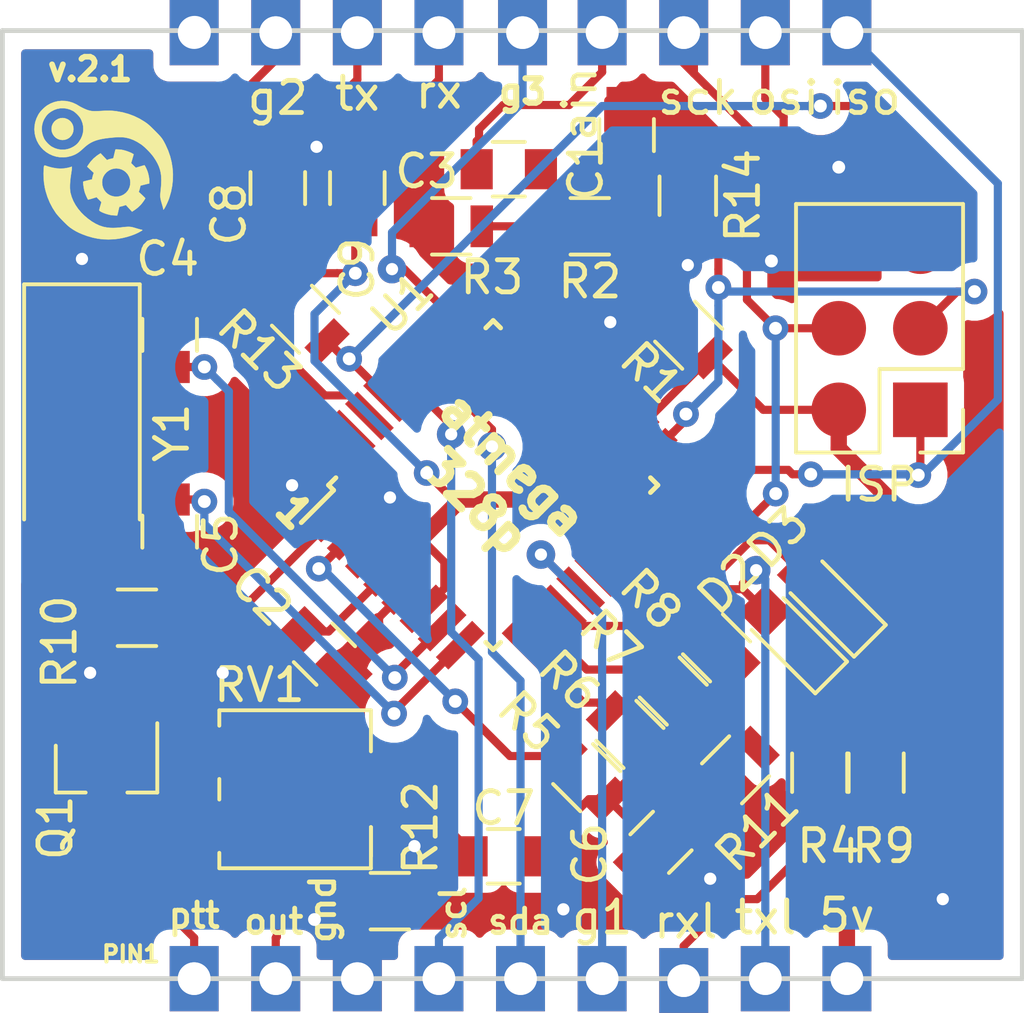
<source format=kicad_pcb>
(kicad_pcb (version 20171130) (host pcbnew 5.1.2-f72e74a~84~ubuntu16.04.1)

  (general
    (thickness 1.6)
    (drawings 9)
    (tracks 361)
    (zones 0)
    (modules 49)
    (nets 36)
  )

  (page A4)
  (layers
    (0 F.Cu signal)
    (31 B.Cu signal)
    (32 B.Adhes user hide)
    (33 F.Adhes user hide)
    (34 B.Paste user hide)
    (35 F.Paste user hide)
    (36 B.SilkS user)
    (37 F.SilkS user)
    (38 B.Mask user)
    (39 F.Mask user)
    (40 Dwgs.User user)
    (41 Cmts.User user)
    (42 Eco1.User user hide)
    (43 Eco2.User user hide)
    (44 Edge.Cuts user)
    (45 Margin user hide)
    (46 B.CrtYd user hide)
    (47 F.CrtYd user hide)
    (48 B.Fab user hide)
    (49 F.Fab user hide)
  )

  (setup
    (last_trace_width 0.25)
    (user_trace_width 0.254)
    (user_trace_width 0.381)
    (user_trace_width 0.508)
    (trace_clearance 0.2)
    (zone_clearance 0.508)
    (zone_45_only no)
    (trace_min 0.2)
    (via_size 0.8)
    (via_drill 0.4)
    (via_min_size 0.4)
    (via_min_drill 0.3)
    (user_via 0.889 0.381)
    (user_via 1.143 0.508)
    (user_via 1.27 1.016)
    (uvia_size 0.3)
    (uvia_drill 0.1)
    (uvias_allowed no)
    (uvia_min_size 0.2)
    (uvia_min_drill 0.1)
    (edge_width 0.15)
    (segment_width 0.2)
    (pcb_text_width 0.3)
    (pcb_text_size 1.5 1.5)
    (mod_edge_width 0.15)
    (mod_text_size 1 1)
    (mod_text_width 0.15)
    (pad_size 1.7 1.7)
    (pad_drill 0)
    (pad_to_mask_clearance 0.051)
    (solder_mask_min_width 0.25)
    (aux_axis_origin 0 0)
    (visible_elements FFFFFF7F)
    (pcbplotparams
      (layerselection 0x00000_7fffffff)
      (usegerberextensions false)
      (usegerberattributes false)
      (usegerberadvancedattributes false)
      (creategerberjobfile false)
      (excludeedgelayer true)
      (linewidth 0.100000)
      (plotframeref false)
      (viasonmask false)
      (mode 1)
      (useauxorigin false)
      (hpglpennumber 1)
      (hpglpenspeed 20)
      (hpglpendiameter 15.000000)
      (psnegative false)
      (psa4output false)
      (plotreference true)
      (plotvalue false)
      (plotinvisibletext false)
      (padsonsilk false)
      (subtractmaskfromsilk false)
      (outputformat 5)
      (mirror false)
      (drillshape 2)
      (scaleselection 1)
      (outputdirectory ""))
  )

  (net 0 "")
  (net 1 /audio_bias)
  (net 2 GND)
  (net 3 +5V)
  (net 4 /audio_in)
  (net 5 "Net-(C3-Pad2)")
  (net 6 "Net-(C4-Pad2)")
  (net 7 "Net-(C5-Pad2)")
  (net 8 "Net-(C6-Pad1)")
  (net 9 "Net-(C7-Pad1)")
  (net 10 "Net-(D2-Pad1)")
  (net 11 "Net-(D3-Pad1)")
  (net 12 /audio_out)
  (net 13 /ptt)
  (net 14 /sda)
  (net 15 /scl)
  (net 16 /mosi)
  (net 17 /miso)
  (net 18 /sck)
  (net 19 /reset)
  (net 20 "Net-(Q1-Pad1)")
  (net 21 "Net-(R5-Pad2)")
  (net 22 "Net-(R6-Pad2)")
  (net 23 "Net-(R7-Pad2)")
  (net 24 "Net-(R8-Pad2)")
  (net 25 "Net-(U1-Pad19)")
  (net 26 "Net-(U1-Pad22)")
  (net 27 "Net-(U1-Pad24)")
  (net 28 "Net-(U1-Pad26)")
  (net 29 /gen2)
  (net 30 /gen1)
  (net 31 /tnc_rx)
  (net 32 /tnc_tx)
  (net 33 /txled)
  (net 34 /rxled)
  (net 35 /gen3)

  (net_class Default "This is the default net class."
    (clearance 0.2)
    (trace_width 0.25)
    (via_dia 0.8)
    (via_drill 0.4)
    (uvia_dia 0.3)
    (uvia_drill 0.1)
    (add_net +5V)
    (add_net /audio_bias)
    (add_net /audio_in)
    (add_net /audio_out)
    (add_net /gen1)
    (add_net /gen2)
    (add_net /gen3)
    (add_net /miso)
    (add_net /mosi)
    (add_net /ptt)
    (add_net /reset)
    (add_net /rxled)
    (add_net /sck)
    (add_net /scl)
    (add_net /sda)
    (add_net /tnc_rx)
    (add_net /tnc_tx)
    (add_net /txled)
    (add_net GND)
    (add_net "Net-(C3-Pad2)")
    (add_net "Net-(C4-Pad2)")
    (add_net "Net-(C5-Pad2)")
    (add_net "Net-(C6-Pad1)")
    (add_net "Net-(C7-Pad1)")
    (add_net "Net-(D2-Pad1)")
    (add_net "Net-(D3-Pad1)")
    (add_net "Net-(Q1-Pad1)")
    (add_net "Net-(R5-Pad2)")
    (add_net "Net-(R6-Pad2)")
    (add_net "Net-(R7-Pad2)")
    (add_net "Net-(R8-Pad2)")
    (add_net "Net-(U1-Pad19)")
    (add_net "Net-(U1-Pad22)")
    (add_net "Net-(U1-Pad24)")
    (add_net "Net-(U1-Pad26)")
  )

  (module Pin_Headers:Pin_Header_Straight_2x03_Pitch2.54mm (layer F.Cu) (tedit 5C8C2780) (tstamp 5C95DCBC)
    (at 164.0205 107.315 180)
    (descr "Through hole straight pin header, 2x03, 2.54mm pitch, double rows")
    (tags "Through hole pin header THT 2x03 2.54mm double row")
    (path /5C8C564E)
    (fp_text reference ISP (at 1.27 -2.33 180) (layer F.SilkS)
      (effects (font (size 1 1) (thickness 0.15)))
    )
    (fp_text value AVR-ISP-6 (at 1.27 7.41 180) (layer F.Fab)
      (effects (font (size 1 1) (thickness 0.15)))
    )
    (fp_line (start 0 -1.27) (end 3.81 -1.27) (layer F.Fab) (width 0.1))
    (fp_line (start 3.81 -1.27) (end 3.81 6.35) (layer F.Fab) (width 0.1))
    (fp_line (start 3.81 6.35) (end -1.27 6.35) (layer F.Fab) (width 0.1))
    (fp_line (start -1.27 6.35) (end -1.27 0) (layer F.Fab) (width 0.1))
    (fp_line (start -1.27 0) (end 0 -1.27) (layer F.Fab) (width 0.1))
    (fp_line (start -1.33 6.41) (end 3.87 6.41) (layer F.SilkS) (width 0.12))
    (fp_line (start -1.33 1.27) (end -1.33 6.41) (layer F.SilkS) (width 0.12))
    (fp_line (start 3.87 -1.33) (end 3.87 6.41) (layer F.SilkS) (width 0.12))
    (fp_line (start -1.33 1.27) (end 1.27 1.27) (layer F.SilkS) (width 0.12))
    (fp_line (start 1.27 1.27) (end 1.27 -1.33) (layer F.SilkS) (width 0.12))
    (fp_line (start 1.27 -1.33) (end 3.87 -1.33) (layer F.SilkS) (width 0.12))
    (fp_line (start -1.33 0) (end -1.33 -1.33) (layer F.SilkS) (width 0.12))
    (fp_line (start -1.33 -1.33) (end 0 -1.33) (layer F.SilkS) (width 0.12))
    (fp_line (start -1.8 -1.8) (end -1.8 6.85) (layer F.CrtYd) (width 0.05))
    (fp_line (start -1.8 6.85) (end 4.35 6.85) (layer F.CrtYd) (width 0.05))
    (fp_line (start 4.35 6.85) (end 4.35 -1.8) (layer F.CrtYd) (width 0.05))
    (fp_line (start 4.35 -1.8) (end -1.8 -1.8) (layer F.CrtYd) (width 0.05))
    (fp_text user %R (at 1.27 2.54 270) (layer F.Fab)
      (effects (font (size 1 1) (thickness 0.15)))
    )
    (pad 1 smd rect (at 0 0 180) (size 1.7 1.7) (layers F.Cu F.Paste F.Mask)
      (net 17 /miso))
    (pad 2 smd oval (at 2.54 0 180) (size 1.7 1.7) (layers F.Cu F.Paste F.Mask)
      (net 3 +5V))
    (pad 3 smd oval (at 0 2.54 180) (size 1.7 1.7) (layers F.Cu F.Paste F.Mask)
      (net 18 /sck))
    (pad 4 smd oval (at 2.54 2.54 180) (size 1.7 1.7) (layers F.Cu F.Paste F.Mask)
      (net 16 /mosi))
    (pad 5 smd oval (at 0 5.08 180) (size 1.7 1.7) (layers F.Cu F.Paste F.Mask)
      (net 19 /reset))
    (pad 6 smd oval (at 2.54 5.08 180) (size 1.7 1.7) (layers F.Cu F.Paste F.Mask)
      (net 2 GND))
    (model ${KISYS3DMOD}/Pin_Headers.3dshapes/Pin_Header_Straight_2x03_Pitch2.54mm.wrl
      (at (xyz 0 0 0))
      (scale (xyz 1 1 1))
      (rotate (xyz 0 0 0))
    )
  )

  (module Crystals:Crystal_SMD_Abracon_ABM3-2pin_5.0x3.2mm_HandSoldering (layer F.Cu) (tedit 58CD2E9C) (tstamp 5C1DFC6F)
    (at 137.922 108.0315 270)
    (descr "Abracon Miniature Ceramic Smd Crystal ABM3 http://www.abracon.com/Resonators/abm3.pdf, hand-soldering, 5.0x3.2mm^2 package")
    (tags "SMD SMT crystal hand-soldering")
    (path /5BE9E9E6)
    (attr smd)
    (fp_text reference Y1 (at 0 -2.8 270) (layer F.SilkS)
      (effects (font (size 1 1) (thickness 0.15)))
    )
    (fp_text value 16Mhz (at 0 2.8 270) (layer F.Fab)
      (effects (font (size 1 1) (thickness 0.15)))
    )
    (fp_circle (center 0 0) (end 0.116667 0) (layer F.Adhes) (width 0.233333))
    (fp_circle (center 0 0) (end 0.266667 0) (layer F.Adhes) (width 0.166667))
    (fp_circle (center 0 0) (end 0.416667 0) (layer F.Adhes) (width 0.166667))
    (fp_circle (center 0 0) (end 0.5 0) (layer F.Adhes) (width 0.1))
    (fp_line (start 4.7 -1.9) (end -4.7 -1.9) (layer F.CrtYd) (width 0.05))
    (fp_line (start 4.7 1.9) (end 4.7 -1.9) (layer F.CrtYd) (width 0.05))
    (fp_line (start -4.7 1.9) (end 4.7 1.9) (layer F.CrtYd) (width 0.05))
    (fp_line (start -4.7 -1.9) (end -4.7 1.9) (layer F.CrtYd) (width 0.05))
    (fp_line (start -4.625 1.8) (end 2.7 1.8) (layer F.SilkS) (width 0.12))
    (fp_line (start -4.625 -1.8) (end -4.625 1.8) (layer F.SilkS) (width 0.12))
    (fp_line (start 2.7 -1.8) (end -4.625 -1.8) (layer F.SilkS) (width 0.12))
    (fp_line (start -2.5 0.6) (end -1.5 1.6) (layer F.Fab) (width 0.1))
    (fp_line (start -2.5 -1.4) (end -2.3 -1.6) (layer F.Fab) (width 0.1))
    (fp_line (start -2.5 1.4) (end -2.5 -1.4) (layer F.Fab) (width 0.1))
    (fp_line (start -2.3 1.6) (end -2.5 1.4) (layer F.Fab) (width 0.1))
    (fp_line (start 2.3 1.6) (end -2.3 1.6) (layer F.Fab) (width 0.1))
    (fp_line (start 2.5 1.4) (end 2.3 1.6) (layer F.Fab) (width 0.1))
    (fp_line (start 2.5 -1.4) (end 2.5 1.4) (layer F.Fab) (width 0.1))
    (fp_line (start 2.3 -1.6) (end 2.5 -1.4) (layer F.Fab) (width 0.1))
    (fp_line (start -2.3 -1.6) (end 2.3 -1.6) (layer F.Fab) (width 0.1))
    (fp_text user %R (at 0 0 270) (layer F.Fab)
      (effects (font (size 1 1) (thickness 0.15)))
    )
    (pad 2 smd rect (at 2.7625 0 270) (size 3.325 2.4) (layers F.Cu F.Paste F.Mask)
      (net 7 "Net-(C5-Pad2)"))
    (pad 1 smd rect (at -2.7625 0 270) (size 3.325 2.4) (layers F.Cu F.Paste F.Mask)
      (net 6 "Net-(C4-Pad2)"))
    (model ${KISYS3DMOD}/Crystals.3dshapes/Crystal_SMD_Abracon_ABM3-2pin_5.0x3.2mm_HandSoldering.wrl
      (at (xyz 0 0 0))
      (scale (xyz 1 1 1))
      (rotate (xyz 0 0 0))
    )
  )

  (module MainWorking:Castleated_Pad_1 (layer F.Cu) (tedit 5C2D20F2) (tstamp 5C35BC59)
    (at 141.4145 95.5675 90)
    (path /5C0C7A00)
    (fp_text reference J14 (at 0 0.5 90) (layer F.SilkS) hide
      (effects (font (size 1 1) (thickness 0.15)))
    )
    (fp_text value gen2 (at 0 -0.5 90) (layer F.Fab)
      (effects (font (size 1 1) (thickness 0.15)))
    )
    (pad 1 thru_hole rect (at 0 2.54 90) (size 2.032 1.524) (drill 1.016) (layers *.Cu *.Mask)
      (net 29 /gen2))
  )

  (module TO_SOT_Packages_SMD:SOT-23 (layer F.Cu) (tedit 58CE4E7E) (tstamp 5C02F8DF)
    (at 138.6865 118.475 270)
    (descr "SOT-23, Standard")
    (tags SOT-23)
    (path /5BEB0689)
    (attr smd)
    (fp_text reference Q1 (at 1.8575 1.59 270) (layer F.SilkS)
      (effects (font (size 1 1) (thickness 0.15)))
    )
    (fp_text value BSS138 (at 0 2.5 270) (layer F.Fab)
      (effects (font (size 1 1) (thickness 0.15)))
    )
    (fp_text user %R (at 0 0) (layer F.Fab)
      (effects (font (size 0.5 0.5) (thickness 0.075)))
    )
    (fp_line (start -0.7 -0.95) (end -0.7 1.5) (layer F.Fab) (width 0.1))
    (fp_line (start -0.15 -1.52) (end 0.7 -1.52) (layer F.Fab) (width 0.1))
    (fp_line (start -0.7 -0.95) (end -0.15 -1.52) (layer F.Fab) (width 0.1))
    (fp_line (start 0.7 -1.52) (end 0.7 1.52) (layer F.Fab) (width 0.1))
    (fp_line (start -0.7 1.52) (end 0.7 1.52) (layer F.Fab) (width 0.1))
    (fp_line (start 0.76 1.58) (end 0.76 0.65) (layer F.SilkS) (width 0.12))
    (fp_line (start 0.76 -1.58) (end 0.76 -0.65) (layer F.SilkS) (width 0.12))
    (fp_line (start -1.7 -1.75) (end 1.7 -1.75) (layer F.CrtYd) (width 0.05))
    (fp_line (start 1.7 -1.75) (end 1.7 1.75) (layer F.CrtYd) (width 0.05))
    (fp_line (start 1.7 1.75) (end -1.7 1.75) (layer F.CrtYd) (width 0.05))
    (fp_line (start -1.7 1.75) (end -1.7 -1.75) (layer F.CrtYd) (width 0.05))
    (fp_line (start 0.76 -1.58) (end -1.4 -1.58) (layer F.SilkS) (width 0.12))
    (fp_line (start 0.76 1.58) (end -0.7 1.58) (layer F.SilkS) (width 0.12))
    (pad 1 smd rect (at -1 -0.95 270) (size 0.9 0.8) (layers F.Cu F.Paste F.Mask)
      (net 20 "Net-(Q1-Pad1)"))
    (pad 2 smd rect (at -1 0.95 270) (size 0.9 0.8) (layers F.Cu F.Paste F.Mask)
      (net 2 GND))
    (pad 3 smd rect (at 1 0 270) (size 0.9 0.8) (layers F.Cu F.Paste F.Mask)
      (net 13 /ptt))
    (model ${KISYS3DMOD}/TO_SOT_Packages_SMD.3dshapes/SOT-23.wrl
      (at (xyz 0 0 0))
      (scale (xyz 1 1 1))
      (rotate (xyz 0 0 0))
    )
  )

  (module MainWorking:Castleated_Pad_1 (layer F.Cu) (tedit 5C2C11E8) (tstamp 5C35C993)
    (at 138.8745 95.5675 90)
    (fp_text reference "" (at 0 0.5 90) (layer F.SilkS) hide
      (effects (font (size 1 1) (thickness 0.15)))
    )
    (fp_text value Castleated_Pad_1 (at 0 -0.5 90) (layer F.Fab)
      (effects (font (size 1 1) (thickness 0.15)))
    )
    (pad 1 thru_hole rect (at 0 2.54 90) (size 2.032 1.524) (drill 1.016) (layers *.Cu *.Mask))
  )

  (module MainWorking:Castleated_Pad_1 (layer F.Cu) (tedit 5C44D3F1) (tstamp 5C2AC705)
    (at 143.9545 125.0315 90)
    (path /5C023797)
    (fp_text reference gnd (at 2.159 1.4605 270) (layer F.SilkS)
      (effects (font (size 0.762 0.762) (thickness 0.15)))
    )
    (fp_text value Conn_01x01_Female (at 0 -0.5 90) (layer F.Fab)
      (effects (font (size 1 1) (thickness 0.15)))
    )
    (pad 3 thru_hole rect (at 0 2.54 90) (size 2.032 1.524) (drill 1.016) (layers *.Cu *.Mask)
      (net 2 GND))
  )

  (module MainWorking:Castleated_Pad_1 (layer F.Cu) (tedit 5C2D2624) (tstamp 5C35C245)
    (at 138.8745 125.0315 90)
    (path /5C01D6D9)
    (fp_text reference ptt (at 1.9685 2.54 180) (layer F.SilkS)
      (effects (font (size 0.762 0.762) (thickness 0.15)))
    )
    (fp_text value Conn_01x01_Female (at 0 -0.5 90) (layer F.Fab)
      (effects (font (size 1 1) (thickness 0.15)))
    )
    (pad 1 thru_hole rect (at 0 2.54 90) (size 2.032 1.524) (drill 1.016) (layers *.Cu *.Mask)
      (net 13 /ptt))
  )

  (module MainWorking:Castleated_Pad_1 (layer F.Cu) (tedit 5C44D3E6) (tstamp 5C2AC6F9)
    (at 141.4145 125.0315 90)
    (path /5C01D672)
    (fp_text reference out (at 1.778 2.4765) (layer F.SilkS)
      (effects (font (size 0.762 0.762) (thickness 0.15)))
    )
    (fp_text value Conn_01x01_Female (at 0 -0.5 90) (layer F.Fab)
      (effects (font (size 1 1) (thickness 0.15)))
    )
    (pad 2 thru_hole rect (at 0 2.54 90) (size 2.032 1.524) (drill 1.016) (layers *.Cu *.Mask)
      (net 12 /audio_out))
  )

  (module MainWorking:Castleated_Pad_1 (layer F.Cu) (tedit 5C44D40C) (tstamp 5C35BC5E)
    (at 156.6545 125.0315 90)
    (path /5C2C3613)
    (fp_text reference txl (at 1.905 2.54 180) (layer F.SilkS)
      (effects (font (size 1 1) (thickness 0.15)))
    )
    (fp_text value txled (at 0 -0.5 90) (layer F.Fab)
      (effects (font (size 1 1) (thickness 0.15)))
    )
    (pad 8 thru_hole rect (at 0 2.54 90) (size 2.032 1.524) (drill 1.016) (layers *.Cu *.Mask)
      (net 33 /txled))
  )

  (module MainWorking:Castleated_Pad_1 (layer F.Cu) (tedit 5C44D400) (tstamp 5C2AC721)
    (at 151.5745 125.0315 90)
    (path /5C0C797C)
    (fp_text reference g1 (at 1.905 2.54 180) (layer F.SilkS)
      (effects (font (size 1 1) (thickness 0.15)))
    )
    (fp_text value gen1 (at 0 -0.5 90) (layer F.Fab)
      (effects (font (size 1 1) (thickness 0.15)))
    )
    (pad 6 thru_hole rect (at 0 2.54 90) (size 2.032 1.524) (drill 1.016) (layers *.Cu *.Mask)
      (net 30 /gen1))
  )

  (module MainWorking:Castleated_Pad_1 (layer F.Cu) (tedit 5C44D412) (tstamp 5C2AC701)
    (at 159.1945 125.0315 90)
    (path /5C01D738)
    (fp_text reference 5v (at 1.9685 2.54 180) (layer F.SilkS)
      (effects (font (size 1 1) (thickness 0.15)))
    )
    (fp_text value Conn_01x01_Female (at 0 -0.5 90) (layer F.Fab)
      (effects (font (size 1 1) (thickness 0.15)))
    )
    (pad 9 thru_hole rect (at 0 2.54 90) (size 2.032 1.524) (drill 1.016) (layers *.Cu *.Mask)
      (net 3 +5V))
  )

  (module MainWorking:Castleated_Pad_1 (layer F.Cu) (tedit 5C44D3FC) (tstamp 5C2AC709)
    (at 149.0345 125.0315 90)
    (path /5C028DDB)
    (fp_text reference sda (at 1.778 2.54) (layer F.SilkS)
      (effects (font (size 0.762 0.762) (thickness 0.15)))
    )
    (fp_text value Conn_01x01_Female (at 0 -0.5 90) (layer F.Fab)
      (effects (font (size 1 1) (thickness 0.15)))
    )
    (pad 5 thru_hole rect (at 0 2.54 90) (size 2.032 1.524) (drill 1.016) (layers *.Cu *.Mask)
      (net 14 /sda))
  )

  (module MainWorking:Castleated_Pad_1 (layer F.Cu) (tedit 5C44D3F5) (tstamp 5C2AC70D)
    (at 146.4945 125.0315 90)
    (path /5C028ED3)
    (fp_text reference scl (at 2.032 2.9845 90) (layer F.SilkS)
      (effects (font (size 0.762 0.762) (thickness 0.15)))
    )
    (fp_text value Conn_01x01_Female (at 0 -0.5 90) (layer F.Fab)
      (effects (font (size 1 1) (thickness 0.15)))
    )
    (pad 4 thru_hole rect (at 0 2.54 90) (size 2.032 1.524) (drill 1.016) (layers *.Cu *.Mask)
      (net 15 /scl))
  )

  (module MainWorking:Castleated_Pad_1 (layer F.Cu) (tedit 5C44D404) (tstamp 5C35BC63)
    (at 154.1145 125.095 90)
    (path /5C2C3565)
    (fp_text reference rxl (at 1.8415 2.6035 180) (layer F.SilkS)
      (effects (font (size 1 1) (thickness 0.15)))
    )
    (fp_text value rxled (at 0 -0.5 90) (layer F.Fab)
      (effects (font (size 1 1) (thickness 0.15)))
    )
    (pad 7 thru_hole rect (at 0 2.54 90) (size 2.032 1.524) (drill 1.016) (layers *.Cu *.Mask)
      (net 34 /rxled))
  )

  (module Potentiometers:Potentiometer_Trimmer_Bourns_3224J (layer F.Cu) (tedit 58826B0B) (tstamp 5C02F9DA)
    (at 144.5575 119.133 180)
    (descr "Spindle Trimmer Potentiometer, Bourns 3224J, https://www.bourns.com/pdfs/3224.pdf")
    (tags "Spindle Trimmer Potentiometer   Bourns 3224J")
    (path /5BEA98AF)
    (attr smd)
    (fp_text reference RV1 (at 1.111 3.2455 180) (layer F.SilkS)
      (effects (font (size 1 1) (thickness 0.15)))
    )
    (fp_text value R_POT_TRIM_US (at 0 3.65 180) (layer F.Fab)
      (effects (font (size 1 1) (thickness 0.15)))
    )
    (fp_line (start -2.3 -2.4) (end -2.3 2.4) (layer F.Fab) (width 0.1))
    (fp_line (start -2.3 2.4) (end 2.3 2.4) (layer F.Fab) (width 0.1))
    (fp_line (start 2.3 2.4) (end 2.3 -2.4) (layer F.Fab) (width 0.1))
    (fp_line (start 2.3 -2.4) (end -2.3 -2.4) (layer F.Fab) (width 0.1))
    (fp_line (start -2.3 -2.02) (end -2.3 -0.24) (layer F.Fab) (width 0.1))
    (fp_line (start -2.3 -0.24) (end -2.3 -0.24) (layer F.Fab) (width 0.1))
    (fp_line (start -2.3 -0.24) (end -2.3 -2.02) (layer F.Fab) (width 0.1))
    (fp_line (start -2.3 -2.02) (end -2.3 -2.02) (layer F.Fab) (width 0.1))
    (fp_line (start -2.3 -1.13) (end -2.3 -1.13) (layer F.Fab) (width 0.1))
    (fp_line (start -2.36 -2.46) (end 2.36 -2.46) (layer F.SilkS) (width 0.12))
    (fp_line (start -2.36 2.46) (end 2.36 2.46) (layer F.SilkS) (width 0.12))
    (fp_line (start -2.36 -2.46) (end -2.36 -1.18) (layer F.SilkS) (width 0.12))
    (fp_line (start -2.36 1.18) (end -2.36 2.46) (layer F.SilkS) (width 0.12))
    (fp_line (start 2.36 -2.46) (end 2.36 -1.98) (layer F.SilkS) (width 0.12))
    (fp_line (start 2.36 -0.32) (end 2.36 0.32) (layer F.SilkS) (width 0.12))
    (fp_line (start 2.36 1.98) (end 2.36 2.46) (layer F.SilkS) (width 0.12))
    (fp_line (start -2.36 -2.08) (end -2.36 -2.08) (layer F.SilkS) (width 0.12))
    (fp_line (start -2.36 -2.08) (end -2.36 -1.18) (layer F.SilkS) (width 0.12))
    (fp_line (start -2.36 -2.08) (end -2.36 -1.18) (layer F.SilkS) (width 0.12))
    (fp_line (start -3.28 -2.65) (end -3.28 2.65) (layer F.CrtYd) (width 0.05))
    (fp_line (start -3.28 2.65) (end 3.27 2.65) (layer F.CrtYd) (width 0.05))
    (fp_line (start 3.27 2.65) (end 3.27 -2.65) (layer F.CrtYd) (width 0.05))
    (fp_line (start 3.27 -2.65) (end -3.28 -2.65) (layer F.CrtYd) (width 0.05))
    (pad 1 smd rect (at 2 -1.15 180) (size 2 1.3) (layers F.Cu F.Mask)
      (net 12 /audio_out))
    (pad 2 smd rect (at -2 0 180) (size 2 2) (layers F.Cu F.Mask)
      (net 9 "Net-(C7-Pad1)"))
    (pad 3 smd rect (at 2 1.15 180) (size 2 1.3) (layers F.Cu F.Mask)
      (net 9 "Net-(C7-Pad1)"))
    (model Potentiometers.3dshapes/Potentiometer_Trimmer_Bourns_3224J.wrl
      (offset (xyz 0.7619999885559082 0 0))
      (scale (xyz 0.39 0.39 0.39))
      (rotate (xyz 0 0 0))
    )
  )

  (module Resistors_SMD:R_0805 (layer F.Cu) (tedit 5C2C0D24) (tstamp 5C02F9AB)
    (at 147.508 122.6185)
    (descr "Resistor SMD 0805, reflow soldering, Vishay (see dcrcw.pdf)")
    (tags "resistor 0805")
    (path /5BEABBD0)
    (attr smd)
    (fp_text reference R12 (at 0.955 -2.286 90) (layer F.SilkS)
      (effects (font (size 1 1) (thickness 0.15)))
    )
    (fp_text value 1k (at 0 1.75) (layer F.Fab)
      (effects (font (size 1 1) (thickness 0.15)))
    )
    (fp_text user %R (at 0 0) (layer F.Fab)
      (effects (font (size 0.5 0.5) (thickness 0.075)))
    )
    (fp_line (start -1 0.62) (end -1 -0.62) (layer F.Fab) (width 0.1))
    (fp_line (start 1 0.62) (end -1 0.62) (layer F.Fab) (width 0.1))
    (fp_line (start 1 -0.62) (end 1 0.62) (layer F.Fab) (width 0.1))
    (fp_line (start -1 -0.62) (end 1 -0.62) (layer F.Fab) (width 0.1))
    (fp_line (start 0.6 0.88) (end -0.6 0.88) (layer F.SilkS) (width 0.12))
    (fp_line (start -0.6 -0.88) (end 0.6 -0.88) (layer F.SilkS) (width 0.12))
    (fp_line (start -1.55 -0.9) (end 1.55 -0.9) (layer F.CrtYd) (width 0.05))
    (fp_line (start -1.55 -0.9) (end -1.55 0.9) (layer F.CrtYd) (width 0.05))
    (fp_line (start 1.55 0.9) (end 1.55 -0.9) (layer F.CrtYd) (width 0.05))
    (fp_line (start 1.55 0.9) (end -1.55 0.9) (layer F.CrtYd) (width 0.05))
    (pad 1 smd rect (at -0.95 0) (size 0.7 1.3) (layers F.Cu F.Paste F.Mask)
      (net 12 /audio_out))
    (pad 2 smd rect (at 0.95 0) (size 0.7 1.3) (layers F.Cu F.Paste F.Mask)
      (net 2 GND))
    (model ${KISYS3DMOD}/Resistors_SMD.3dshapes/R_0805.wrl
      (at (xyz 0 0 0))
      (scale (xyz 1 1 1))
      (rotate (xyz 0 0 0))
    )
  )

  (module Resistors_SMD:R_0805 (layer F.Cu) (tedit 58E0A804) (tstamp 5C02F989)
    (at 139.633999 113.792)
    (descr "Resistor SMD 0805, reflow soldering, Vishay (see dcrcw.pdf)")
    (tags "resistor 0805")
    (path /5BEB192D)
    (attr smd)
    (fp_text reference R10 (at -2.410499 0.762 90) (layer F.SilkS)
      (effects (font (size 1 1) (thickness 0.15)))
    )
    (fp_text value 10k (at 0 1.75) (layer F.Fab)
      (effects (font (size 1 1) (thickness 0.15)))
    )
    (fp_line (start 1.55 0.9) (end -1.55 0.9) (layer F.CrtYd) (width 0.05))
    (fp_line (start 1.55 0.9) (end 1.55 -0.9) (layer F.CrtYd) (width 0.05))
    (fp_line (start -1.55 -0.9) (end -1.55 0.9) (layer F.CrtYd) (width 0.05))
    (fp_line (start -1.55 -0.9) (end 1.55 -0.9) (layer F.CrtYd) (width 0.05))
    (fp_line (start -0.6 -0.88) (end 0.6 -0.88) (layer F.SilkS) (width 0.12))
    (fp_line (start 0.6 0.88) (end -0.6 0.88) (layer F.SilkS) (width 0.12))
    (fp_line (start -1 -0.62) (end 1 -0.62) (layer F.Fab) (width 0.1))
    (fp_line (start 1 -0.62) (end 1 0.62) (layer F.Fab) (width 0.1))
    (fp_line (start 1 0.62) (end -1 0.62) (layer F.Fab) (width 0.1))
    (fp_line (start -1 0.62) (end -1 -0.62) (layer F.Fab) (width 0.1))
    (fp_text user %R (at 0 0) (layer F.Fab)
      (effects (font (size 0.5 0.5) (thickness 0.075)))
    )
    (pad 2 smd rect (at 0.95 0) (size 0.7 1.3) (layers F.Cu F.Paste F.Mask)
      (net 20 "Net-(Q1-Pad1)"))
    (pad 1 smd rect (at -0.95 0) (size 0.7 1.3) (layers F.Cu F.Paste F.Mask)
      (net 2 GND))
    (model ${KISYS3DMOD}/Resistors_SMD.3dshapes/R_0805.wrl
      (at (xyz 0 0 0))
      (scale (xyz 1 1 1))
      (rotate (xyz 0 0 0))
    )
  )

  (module MainWorking:Castleated_Pad_1 (layer F.Cu) (tedit 5C2D2104) (tstamp 5C35BC4A)
    (at 146.4945 95.5675 90)
    (path /5C01D426)
    (fp_text reference tx (at -1.905 0 180) (layer F.SilkS)
      (effects (font (size 1 1) (thickness 0.15)))
    )
    (fp_text value Conn_01x01_Female (at 0 -0.5 90) (layer F.Fab)
      (effects (font (size 1 1) (thickness 0.15)))
    )
    (pad 1 thru_hole rect (at 0 2.54 90) (size 2.032 1.524) (drill 1.016) (layers *.Cu *.Mask)
      (net 31 /tnc_rx))
  )

  (module MainWorking:Castleated_Pad_1 (layer F.Cu) (tedit 5C2D20FB) (tstamp 5C35BC4F)
    (at 143.9545 95.5675 90)
    (path /5C01D5AA)
    (fp_text reference g2 (at -2.032 0.0635 180) (layer F.SilkS)
      (effects (font (size 1 1) (thickness 0.15)))
    )
    (fp_text value Conn_01x01_Female (at 0 -0.5 90) (layer F.Fab)
      (effects (font (size 1 1) (thickness 0.15)))
    )
    (pad 1 thru_hole rect (at 0 2.54 90) (size 2.032 1.524) (drill 1.016) (layers *.Cu *.Mask)
      (net 32 /tnc_tx))
  )

  (module MainWorking:Castleated_Pad_1 (layer F.Cu) (tedit 5C2D20A3) (tstamp 5C35BC54)
    (at 151.5745 95.5675 90)
    (path /5C01D609)
    (fp_text reference ain (at -2.2225 1.8415 90) (layer F.SilkS)
      (effects (font (size 1 1) (thickness 0.15)))
    )
    (fp_text value Conn_01x01_Female (at 0 -0.5 90) (layer F.Fab)
      (effects (font (size 1 1) (thickness 0.15)))
    )
    (pad 1 thru_hole rect (at 0 2.54 90) (size 2.032 1.524) (drill 1.016) (layers *.Cu *.Mask)
      (net 4 /audio_in))
  )

  (module Capacitors_SMD:C_0805 (layer F.Cu) (tedit 5C04296B) (tstamp 5C02F6E6)
    (at 154.8765 98.7585 270)
    (descr "Capacitor SMD 0805, reflow soldering, AVX (see smccp.pdf)")
    (tags "capacitor 0805")
    (path /5BF16238)
    (attr smd)
    (fp_text reference C1 (at 1.0635 1.27 270) (layer F.SilkS)
      (effects (font (size 1 1) (thickness 0.15)))
    )
    (fp_text value .1uf (at 0 1.75 270) (layer F.Fab)
      (effects (font (size 1 1) (thickness 0.15)))
    )
    (fp_line (start 1.75 0.87) (end -1.75 0.87) (layer F.CrtYd) (width 0.05))
    (fp_line (start 1.75 0.87) (end 1.75 -0.88) (layer F.CrtYd) (width 0.05))
    (fp_line (start -1.75 -0.88) (end -1.75 0.87) (layer F.CrtYd) (width 0.05))
    (fp_line (start -1.75 -0.88) (end 1.75 -0.88) (layer F.CrtYd) (width 0.05))
    (fp_line (start -0.5 0.85) (end 0.5 0.85) (layer F.SilkS) (width 0.12))
    (fp_line (start 0.5 -0.85) (end -0.5 -0.85) (layer F.SilkS) (width 0.12))
    (fp_line (start -1 -0.62) (end 1 -0.62) (layer F.Fab) (width 0.1))
    (fp_line (start 1 -0.62) (end 1 0.62) (layer F.Fab) (width 0.1))
    (fp_line (start 1 0.62) (end -1 0.62) (layer F.Fab) (width 0.1))
    (fp_line (start -1 0.62) (end -1 -0.62) (layer F.Fab) (width 0.1))
    (fp_text user %R (at 0 -1.5 270) (layer F.Fab)
      (effects (font (size 1 1) (thickness 0.15)))
    )
    (pad 2 smd rect (at 1 0 270) (size 1 1.25) (layers F.Cu F.Paste F.Mask)
      (net 1 /audio_bias))
    (pad 1 smd rect (at -1 0 270) (size 1 1.25) (layers F.Cu F.Paste F.Mask)
      (net 2 GND) (zone_connect 2))
    (model Capacitors_SMD.3dshapes/C_0805.wrl
      (at (xyz 0 0 0))
      (scale (xyz 1 1 1))
      (rotate (xyz 0 0 0))
    )
  )

  (module Capacitors_SMD:C_0805 (layer F.Cu) (tedit 5C2C0D21) (tstamp 5C02F6F7)
    (at 145.469893 114.926393 135)
    (descr "Capacitor SMD 0805, reflow soldering, AVX (see smccp.pdf)")
    (tags "capacitor 0805")
    (path /5BF16059)
    (attr smd)
    (fp_text reference C2 (at 2.681905 -0.089803 135) (layer F.SilkS)
      (effects (font (size 1 1) (thickness 0.15)))
    )
    (fp_text value .1uf (at 0 1.75 135) (layer F.Fab)
      (effects (font (size 1 1) (thickness 0.15)))
    )
    (fp_text user %R (at 0 -1.5 135) (layer F.Fab)
      (effects (font (size 1 1) (thickness 0.15)))
    )
    (fp_line (start -1 0.62) (end -1 -0.62) (layer F.Fab) (width 0.1))
    (fp_line (start 1 0.62) (end -1 0.62) (layer F.Fab) (width 0.1))
    (fp_line (start 1 -0.62) (end 1 0.62) (layer F.Fab) (width 0.1))
    (fp_line (start -1 -0.62) (end 1 -0.62) (layer F.Fab) (width 0.1))
    (fp_line (start 0.5 -0.85) (end -0.5 -0.85) (layer F.SilkS) (width 0.12))
    (fp_line (start -0.5 0.85) (end 0.5 0.85) (layer F.SilkS) (width 0.12))
    (fp_line (start -1.75 -0.88) (end 1.75 -0.88) (layer F.CrtYd) (width 0.05))
    (fp_line (start -1.75 -0.88) (end -1.75 0.87) (layer F.CrtYd) (width 0.05))
    (fp_line (start 1.75 0.87) (end 1.75 -0.88) (layer F.CrtYd) (width 0.05))
    (fp_line (start 1.75 0.87) (end -1.75 0.87) (layer F.CrtYd) (width 0.05))
    (pad 1 smd rect (at -1 0 135) (size 1 1.25) (layers F.Cu F.Paste F.Mask)
      (net 2 GND))
    (pad 2 smd rect (at 1 0 135) (size 1 1.25) (layers F.Cu F.Paste F.Mask)
      (net 3 +5V))
    (model Capacitors_SMD.3dshapes/C_0805.wrl
      (at (xyz 0 0 0))
      (scale (xyz 1 1 1))
      (rotate (xyz 0 0 0))
    )
  )

  (module Capacitors_SMD:C_0805 (layer F.Cu) (tedit 58AA8463) (tstamp 5C02F708)
    (at 151.2095 99.822)
    (descr "Capacitor SMD 0805, reflow soldering, AVX (see smccp.pdf)")
    (tags "capacitor 0805")
    (path /5BEA22A8)
    (attr smd)
    (fp_text reference C3 (at -2.556 0.0635 180) (layer F.SilkS)
      (effects (font (size 1 1) (thickness 0.15)))
    )
    (fp_text value 1uf (at 0 1.75) (layer F.Fab)
      (effects (font (size 1 1) (thickness 0.15)))
    )
    (fp_text user %R (at 0 -1.5) (layer F.Fab)
      (effects (font (size 1 1) (thickness 0.15)))
    )
    (fp_line (start -1 0.62) (end -1 -0.62) (layer F.Fab) (width 0.1))
    (fp_line (start 1 0.62) (end -1 0.62) (layer F.Fab) (width 0.1))
    (fp_line (start 1 -0.62) (end 1 0.62) (layer F.Fab) (width 0.1))
    (fp_line (start -1 -0.62) (end 1 -0.62) (layer F.Fab) (width 0.1))
    (fp_line (start 0.5 -0.85) (end -0.5 -0.85) (layer F.SilkS) (width 0.12))
    (fp_line (start -0.5 0.85) (end 0.5 0.85) (layer F.SilkS) (width 0.12))
    (fp_line (start -1.75 -0.88) (end 1.75 -0.88) (layer F.CrtYd) (width 0.05))
    (fp_line (start -1.75 -0.88) (end -1.75 0.87) (layer F.CrtYd) (width 0.05))
    (fp_line (start 1.75 0.87) (end 1.75 -0.88) (layer F.CrtYd) (width 0.05))
    (fp_line (start 1.75 0.87) (end -1.75 0.87) (layer F.CrtYd) (width 0.05))
    (pad 1 smd rect (at -1 0) (size 1 1.25) (layers F.Cu F.Paste F.Mask)
      (net 4 /audio_in))
    (pad 2 smd rect (at 1 0) (size 1 1.25) (layers F.Cu F.Paste F.Mask)
      (net 5 "Net-(C3-Pad2)"))
    (model Capacitors_SMD.3dshapes/C_0805.wrl
      (at (xyz 0 0 0))
      (scale (xyz 1 1 1))
      (rotate (xyz 0 0 0))
    )
  )

  (module Capacitors_SMD:C_0805 (layer F.Cu) (tedit 5C0419A8) (tstamp 5C02F719)
    (at 140.652499 104.9815 270)
    (descr "Capacitor SMD 0805, reflow soldering, AVX (see smccp.pdf)")
    (tags "capacitor 0805")
    (path /5BE9EAB5)
    (attr smd)
    (fp_text reference C4 (at -2.3655 0.063499) (layer F.SilkS)
      (effects (font (size 1 1) (thickness 0.15)))
    )
    (fp_text value 18pf (at 0 1.75 270) (layer F.Fab)
      (effects (font (size 1 1) (thickness 0.15)))
    )
    (fp_line (start 1.75 0.87) (end -1.75 0.87) (layer F.CrtYd) (width 0.05))
    (fp_line (start 1.75 0.87) (end 1.75 -0.88) (layer F.CrtYd) (width 0.05))
    (fp_line (start -1.75 -0.88) (end -1.75 0.87) (layer F.CrtYd) (width 0.05))
    (fp_line (start -1.75 -0.88) (end 1.75 -0.88) (layer F.CrtYd) (width 0.05))
    (fp_line (start -0.5 0.85) (end 0.5 0.85) (layer F.SilkS) (width 0.12))
    (fp_line (start 0.5 -0.85) (end -0.5 -0.85) (layer F.SilkS) (width 0.12))
    (fp_line (start -1 -0.62) (end 1 -0.62) (layer F.Fab) (width 0.1))
    (fp_line (start 1 -0.62) (end 1 0.62) (layer F.Fab) (width 0.1))
    (fp_line (start 1 0.62) (end -1 0.62) (layer F.Fab) (width 0.1))
    (fp_line (start -1 0.62) (end -1 -0.62) (layer F.Fab) (width 0.1))
    (fp_text user %R (at 0 -1.5 270) (layer F.Fab)
      (effects (font (size 1 1) (thickness 0.15)))
    )
    (pad 2 smd rect (at 1 0 270) (size 1 1.25) (layers F.Cu F.Paste F.Mask)
      (net 6 "Net-(C4-Pad2)"))
    (pad 1 smd rect (at -1 0 270) (size 1 1.25) (layers F.Cu F.Paste F.Mask)
      (net 2 GND) (zone_connect 2))
    (model Capacitors_SMD.3dshapes/C_0805.wrl
      (at (xyz 0 0 0))
      (scale (xyz 1 1 1))
      (rotate (xyz 0 0 0))
    )
  )

  (module Capacitors_SMD:C_0805 (layer F.Cu) (tedit 5C041ACD) (tstamp 5C02F72A)
    (at 140.6525 111.109 90)
    (descr "Capacitor SMD 0805, reflow soldering, AVX (see smccp.pdf)")
    (tags "capacitor 0805")
    (path /5BE9EA75)
    (attr smd)
    (fp_text reference C5 (at -0.397 1.5875 270) (layer F.SilkS)
      (effects (font (size 1 1) (thickness 0.15)))
    )
    (fp_text value 18pf (at 0 1.75 90) (layer F.Fab)
      (effects (font (size 1 1) (thickness 0.15)))
    )
    (fp_text user %R (at 0 -1.5 90) (layer F.Fab)
      (effects (font (size 1 1) (thickness 0.15)))
    )
    (fp_line (start -1 0.62) (end -1 -0.62) (layer F.Fab) (width 0.1))
    (fp_line (start 1 0.62) (end -1 0.62) (layer F.Fab) (width 0.1))
    (fp_line (start 1 -0.62) (end 1 0.62) (layer F.Fab) (width 0.1))
    (fp_line (start -1 -0.62) (end 1 -0.62) (layer F.Fab) (width 0.1))
    (fp_line (start 0.5 -0.85) (end -0.5 -0.85) (layer F.SilkS) (width 0.12))
    (fp_line (start -0.5 0.85) (end 0.5 0.85) (layer F.SilkS) (width 0.12))
    (fp_line (start -1.75 -0.88) (end 1.75 -0.88) (layer F.CrtYd) (width 0.05))
    (fp_line (start -1.75 -0.88) (end -1.75 0.87) (layer F.CrtYd) (width 0.05))
    (fp_line (start 1.75 0.87) (end 1.75 -0.88) (layer F.CrtYd) (width 0.05))
    (fp_line (start 1.75 0.87) (end -1.75 0.87) (layer F.CrtYd) (width 0.05))
    (pad 1 smd rect (at -1 0 90) (size 1 1.25) (layers F.Cu F.Paste F.Mask)
      (net 2 GND) (zone_connect 2))
    (pad 2 smd rect (at 1 0 90) (size 1 1.25) (layers F.Cu F.Paste F.Mask)
      (net 7 "Net-(C5-Pad2)"))
    (model Capacitors_SMD.3dshapes/C_0805.wrl
      (at (xyz 0 0 0))
      (scale (xyz 1 1 1))
      (rotate (xyz 0 0 0))
    )
  )

  (module Capacitors_SMD:C_0805 (layer F.Cu) (tedit 58AA8463) (tstamp 5C02F73B)
    (at 155.947393 120.785607 45)
    (descr "Capacitor SMD 0805, reflow soldering, AVX (see smccp.pdf)")
    (tags "capacitor 0805")
    (path /5BEA661E)
    (attr smd)
    (fp_text reference C6 (at -1.82878 -1.302137 90) (layer F.SilkS)
      (effects (font (size 1 1) (thickness 0.15)))
    )
    (fp_text value 100nf (at 0 1.75 45) (layer F.Fab)
      (effects (font (size 1 1) (thickness 0.15)))
    )
    (fp_line (start 1.75 0.87) (end -1.75 0.87) (layer F.CrtYd) (width 0.05))
    (fp_line (start 1.75 0.87) (end 1.75 -0.88) (layer F.CrtYd) (width 0.05))
    (fp_line (start -1.75 -0.88) (end -1.75 0.87) (layer F.CrtYd) (width 0.05))
    (fp_line (start -1.75 -0.88) (end 1.75 -0.88) (layer F.CrtYd) (width 0.05))
    (fp_line (start -0.5 0.85) (end 0.5 0.85) (layer F.SilkS) (width 0.12))
    (fp_line (start 0.5 -0.85) (end -0.5 -0.85) (layer F.SilkS) (width 0.12))
    (fp_line (start -1 -0.62) (end 1 -0.62) (layer F.Fab) (width 0.1))
    (fp_line (start 1 -0.62) (end 1 0.62) (layer F.Fab) (width 0.1))
    (fp_line (start 1 0.62) (end -1 0.62) (layer F.Fab) (width 0.1))
    (fp_line (start -1 0.62) (end -1 -0.62) (layer F.Fab) (width 0.1))
    (fp_text user %R (at 0 -1.5 45) (layer F.Fab)
      (effects (font (size 1 1) (thickness 0.15)))
    )
    (pad 2 smd rect (at 1 0 45) (size 1 1.25) (layers F.Cu F.Paste F.Mask)
      (net 2 GND))
    (pad 1 smd rect (at -1 0 45) (size 1 1.25) (layers F.Cu F.Paste F.Mask)
      (net 8 "Net-(C6-Pad1)"))
    (model Capacitors_SMD.3dshapes/C_0805.wrl
      (at (xyz 0 0 0))
      (scale (xyz 1 1 1))
      (rotate (xyz 0 0 0))
    )
  )

  (module Capacitors_SMD:C_0805 (layer F.Cu) (tedit 58AA8463) (tstamp 5C02F74C)
    (at 151.0505 121.2215)
    (descr "Capacitor SMD 0805, reflow soldering, AVX (see smccp.pdf)")
    (tags "capacitor 0805")
    (path /5BEA8C9E)
    (attr smd)
    (fp_text reference C7 (at 0 -1.5) (layer F.SilkS)
      (effects (font (size 1 1) (thickness 0.15)))
    )
    (fp_text value 4.7uf (at 0 1.75) (layer F.Fab)
      (effects (font (size 1 1) (thickness 0.15)))
    )
    (fp_text user %R (at 0 -1.5) (layer F.Fab)
      (effects (font (size 1 1) (thickness 0.15)))
    )
    (fp_line (start -1 0.62) (end -1 -0.62) (layer F.Fab) (width 0.1))
    (fp_line (start 1 0.62) (end -1 0.62) (layer F.Fab) (width 0.1))
    (fp_line (start 1 -0.62) (end 1 0.62) (layer F.Fab) (width 0.1))
    (fp_line (start -1 -0.62) (end 1 -0.62) (layer F.Fab) (width 0.1))
    (fp_line (start 0.5 -0.85) (end -0.5 -0.85) (layer F.SilkS) (width 0.12))
    (fp_line (start -0.5 0.85) (end 0.5 0.85) (layer F.SilkS) (width 0.12))
    (fp_line (start -1.75 -0.88) (end 1.75 -0.88) (layer F.CrtYd) (width 0.05))
    (fp_line (start -1.75 -0.88) (end -1.75 0.87) (layer F.CrtYd) (width 0.05))
    (fp_line (start 1.75 0.87) (end 1.75 -0.88) (layer F.CrtYd) (width 0.05))
    (fp_line (start 1.75 0.87) (end -1.75 0.87) (layer F.CrtYd) (width 0.05))
    (pad 1 smd rect (at -1 0) (size 1 1.25) (layers F.Cu F.Paste F.Mask)
      (net 9 "Net-(C7-Pad1)"))
    (pad 2 smd rect (at 1 0) (size 1 1.25) (layers F.Cu F.Paste F.Mask)
      (net 8 "Net-(C6-Pad1)"))
    (model Capacitors_SMD.3dshapes/C_0805.wrl
      (at (xyz 0 0 0))
      (scale (xyz 1 1 1))
      (rotate (xyz 0 0 0))
    )
  )

  (module Capacitors_SMD:C_0805 (layer F.Cu) (tedit 58AA8463) (tstamp 5C02F75D)
    (at 144.018 100.4095 90)
    (descr "Capacitor SMD 0805, reflow soldering, AVX (see smccp.pdf)")
    (tags "capacitor 0805")
    (path /5BEBD842)
    (attr smd)
    (fp_text reference C8 (at -0.8095 -1.524 90) (layer F.SilkS)
      (effects (font (size 1 1) (thickness 0.15)))
    )
    (fp_text value 100nf (at 0 1.75 90) (layer F.Fab)
      (effects (font (size 1 1) (thickness 0.15)))
    )
    (fp_line (start 1.75 0.87) (end -1.75 0.87) (layer F.CrtYd) (width 0.05))
    (fp_line (start 1.75 0.87) (end 1.75 -0.88) (layer F.CrtYd) (width 0.05))
    (fp_line (start -1.75 -0.88) (end -1.75 0.87) (layer F.CrtYd) (width 0.05))
    (fp_line (start -1.75 -0.88) (end 1.75 -0.88) (layer F.CrtYd) (width 0.05))
    (fp_line (start -0.5 0.85) (end 0.5 0.85) (layer F.SilkS) (width 0.12))
    (fp_line (start 0.5 -0.85) (end -0.5 -0.85) (layer F.SilkS) (width 0.12))
    (fp_line (start -1 -0.62) (end 1 -0.62) (layer F.Fab) (width 0.1))
    (fp_line (start 1 -0.62) (end 1 0.62) (layer F.Fab) (width 0.1))
    (fp_line (start 1 0.62) (end -1 0.62) (layer F.Fab) (width 0.1))
    (fp_line (start -1 0.62) (end -1 -0.62) (layer F.Fab) (width 0.1))
    (fp_text user %R (at 0 -1.5 90) (layer F.Fab)
      (effects (font (size 1 1) (thickness 0.15)))
    )
    (pad 2 smd rect (at 1 0 90) (size 1 1.25) (layers F.Cu F.Paste F.Mask)
      (net 2 GND))
    (pad 1 smd rect (at -1 0 90) (size 1 1.25) (layers F.Cu F.Paste F.Mask)
      (net 3 +5V))
    (model Capacitors_SMD.3dshapes/C_0805.wrl
      (at (xyz 0 0 0))
      (scale (xyz 1 1 1))
      (rotate (xyz 0 0 0))
    )
  )

  (module Capacitors_SMD:C_0805 (layer F.Cu) (tedit 58AA8463) (tstamp 5C02F76E)
    (at 146.4945 100.4095 90)
    (descr "Capacitor SMD 0805, reflow soldering, AVX (see smccp.pdf)")
    (tags "capacitor 0805")
    (path /5BEBD8BC)
    (attr smd)
    (fp_text reference C9 (at -2.524 0 90) (layer F.SilkS)
      (effects (font (size 1 1) (thickness 0.15)))
    )
    (fp_text value 10uf (at 0 1.75 90) (layer F.Fab)
      (effects (font (size 1 1) (thickness 0.15)))
    )
    (fp_text user %R (at 0 -1.5 90) (layer F.Fab)
      (effects (font (size 1 1) (thickness 0.15)))
    )
    (fp_line (start -1 0.62) (end -1 -0.62) (layer F.Fab) (width 0.1))
    (fp_line (start 1 0.62) (end -1 0.62) (layer F.Fab) (width 0.1))
    (fp_line (start 1 -0.62) (end 1 0.62) (layer F.Fab) (width 0.1))
    (fp_line (start -1 -0.62) (end 1 -0.62) (layer F.Fab) (width 0.1))
    (fp_line (start 0.5 -0.85) (end -0.5 -0.85) (layer F.SilkS) (width 0.12))
    (fp_line (start -0.5 0.85) (end 0.5 0.85) (layer F.SilkS) (width 0.12))
    (fp_line (start -1.75 -0.88) (end 1.75 -0.88) (layer F.CrtYd) (width 0.05))
    (fp_line (start -1.75 -0.88) (end -1.75 0.87) (layer F.CrtYd) (width 0.05))
    (fp_line (start 1.75 0.87) (end 1.75 -0.88) (layer F.CrtYd) (width 0.05))
    (fp_line (start 1.75 0.87) (end -1.75 0.87) (layer F.CrtYd) (width 0.05))
    (pad 1 smd rect (at -1 0 90) (size 1 1.25) (layers F.Cu F.Paste F.Mask)
      (net 3 +5V))
    (pad 2 smd rect (at 1 0 90) (size 1 1.25) (layers F.Cu F.Paste F.Mask)
      (net 2 GND))
    (model Capacitors_SMD.3dshapes/C_0805.wrl
      (at (xyz 0 0 0))
      (scale (xyz 1 1 1))
      (rotate (xyz 0 0 0))
    )
  )

  (module LEDs:LED_0805 (layer F.Cu) (tedit 59959803) (tstamp 5C02F79C)
    (at 159.972317 114.379317 135)
    (descr "LED 0805 smd package")
    (tags "LED led 0805 SMD smd SMT smt smdled SMDLED smtled SMTLED")
    (path /5BE9FD3B)
    (attr smd)
    (fp_text reference D2 (at 2.53684 -0.179605 225) (layer F.SilkS)
      (effects (font (size 1 1) (thickness 0.15)))
    )
    (fp_text value tx (at 0 1.55 135) (layer F.Fab)
      (effects (font (size 1 1) (thickness 0.15)))
    )
    (fp_line (start -1.8 -0.7) (end -1.8 0.7) (layer F.SilkS) (width 0.12))
    (fp_line (start -0.4 -0.4) (end -0.4 0.4) (layer F.Fab) (width 0.1))
    (fp_line (start -0.4 0) (end 0.2 -0.4) (layer F.Fab) (width 0.1))
    (fp_line (start 0.2 0.4) (end -0.4 0) (layer F.Fab) (width 0.1))
    (fp_line (start 0.2 -0.4) (end 0.2 0.4) (layer F.Fab) (width 0.1))
    (fp_line (start 1 0.6) (end -1 0.6) (layer F.Fab) (width 0.1))
    (fp_line (start 1 -0.6) (end 1 0.6) (layer F.Fab) (width 0.1))
    (fp_line (start -1 -0.6) (end 1 -0.6) (layer F.Fab) (width 0.1))
    (fp_line (start -1 0.6) (end -1 -0.6) (layer F.Fab) (width 0.1))
    (fp_line (start -1.8 0.7) (end 1 0.7) (layer F.SilkS) (width 0.12))
    (fp_line (start -1.8 -0.7) (end 1 -0.7) (layer F.SilkS) (width 0.12))
    (fp_line (start 1.95 -0.85) (end 1.95 0.85) (layer F.CrtYd) (width 0.05))
    (fp_line (start 1.95 0.85) (end -1.95 0.85) (layer F.CrtYd) (width 0.05))
    (fp_line (start -1.95 0.85) (end -1.95 -0.85) (layer F.CrtYd) (width 0.05))
    (fp_line (start -1.95 -0.85) (end 1.95 -0.85) (layer F.CrtYd) (width 0.05))
    (fp_text user %R (at 0 -1.25 135) (layer F.Fab)
      (effects (font (size 0.4 0.4) (thickness 0.1)))
    )
    (pad 2 smd rect (at 1.099999 0 315) (size 1.2 1.2) (layers F.Cu F.Paste F.Mask)
      (net 33 /txled))
    (pad 1 smd rect (at -1.099999 0 315) (size 1.2 1.2) (layers F.Cu F.Paste F.Mask)
      (net 10 "Net-(D2-Pad1)"))
    (model ${KISYS3DMOD}/LEDs.3dshapes/LED_0805.wrl
      (at (xyz 0 0 0))
      (scale (xyz 1 1 1))
      (rotate (xyz 0 0 180))
    )
  )

  (module LEDs:LED_0805 (layer F.Cu) (tedit 59959803) (tstamp 5C02F7B2)
    (at 161.178817 113.236317 135)
    (descr "LED 0805 smd package")
    (tags "LED led 0805 SMD smd SMT smt smdled SMDLED smtled SMTLED")
    (path /5BE9FBC4)
    (attr smd)
    (fp_text reference D3 (at 2.496999 0.254 225) (layer F.SilkS)
      (effects (font (size 1 1) (thickness 0.15)))
    )
    (fp_text value rx (at 0 1.55 135) (layer F.Fab)
      (effects (font (size 1 1) (thickness 0.15)))
    )
    (fp_text user %R (at 0 -1.25 135) (layer F.Fab)
      (effects (font (size 0.4 0.4) (thickness 0.1)))
    )
    (fp_line (start -1.95 -0.85) (end 1.95 -0.85) (layer F.CrtYd) (width 0.05))
    (fp_line (start -1.95 0.85) (end -1.95 -0.85) (layer F.CrtYd) (width 0.05))
    (fp_line (start 1.95 0.85) (end -1.95 0.85) (layer F.CrtYd) (width 0.05))
    (fp_line (start 1.95 -0.85) (end 1.95 0.85) (layer F.CrtYd) (width 0.05))
    (fp_line (start -1.8 -0.7) (end 1 -0.7) (layer F.SilkS) (width 0.12))
    (fp_line (start -1.8 0.7) (end 1 0.7) (layer F.SilkS) (width 0.12))
    (fp_line (start -1 0.6) (end -1 -0.6) (layer F.Fab) (width 0.1))
    (fp_line (start -1 -0.6) (end 1 -0.6) (layer F.Fab) (width 0.1))
    (fp_line (start 1 -0.6) (end 1 0.6) (layer F.Fab) (width 0.1))
    (fp_line (start 1 0.6) (end -1 0.6) (layer F.Fab) (width 0.1))
    (fp_line (start 0.2 -0.4) (end 0.2 0.4) (layer F.Fab) (width 0.1))
    (fp_line (start 0.2 0.4) (end -0.4 0) (layer F.Fab) (width 0.1))
    (fp_line (start -0.4 0) (end 0.2 -0.4) (layer F.Fab) (width 0.1))
    (fp_line (start -0.4 -0.4) (end -0.4 0.4) (layer F.Fab) (width 0.1))
    (fp_line (start -1.8 -0.7) (end -1.8 0.7) (layer F.SilkS) (width 0.12))
    (pad 1 smd rect (at -1.099999 0 315) (size 1.2 1.2) (layers F.Cu F.Paste F.Mask)
      (net 11 "Net-(D3-Pad1)"))
    (pad 2 smd rect (at 1.099999 0 315) (size 1.2 1.2) (layers F.Cu F.Paste F.Mask)
      (net 34 /rxled))
    (model ${KISYS3DMOD}/LEDs.3dshapes/LED_0805.wrl
      (at (xyz 0 0 0))
      (scale (xyz 1 1 1))
      (rotate (xyz 0 0 180))
    )
  )

  (module Resistors_SMD:R_0805 (layer F.Cu) (tedit 58E0A804) (tstamp 5C02F8F0)
    (at 156.808249 104.992249 135)
    (descr "Resistor SMD 0805, reflow soldering, Vishay (see dcrcw.pdf)")
    (tags "resistor 0805")
    (path /5BF13778)
    (attr smd)
    (fp_text reference R1 (at 0 -1.65 135) (layer F.SilkS)
      (effects (font (size 1 1) (thickness 0.15)))
    )
    (fp_text value 100k (at 0 1.75 135) (layer F.Fab)
      (effects (font (size 1 1) (thickness 0.15)))
    )
    (fp_line (start 1.55 0.9) (end -1.55 0.9) (layer F.CrtYd) (width 0.05))
    (fp_line (start 1.55 0.9) (end 1.55 -0.9) (layer F.CrtYd) (width 0.05))
    (fp_line (start -1.55 -0.9) (end -1.55 0.9) (layer F.CrtYd) (width 0.05))
    (fp_line (start -1.55 -0.9) (end 1.55 -0.9) (layer F.CrtYd) (width 0.05))
    (fp_line (start -0.6 -0.88) (end 0.6 -0.88) (layer F.SilkS) (width 0.12))
    (fp_line (start 0.6 0.88) (end -0.6 0.88) (layer F.SilkS) (width 0.12))
    (fp_line (start -1 -0.62) (end 1 -0.62) (layer F.Fab) (width 0.1))
    (fp_line (start 1 -0.62) (end 1 0.62) (layer F.Fab) (width 0.1))
    (fp_line (start 1 0.62) (end -1 0.62) (layer F.Fab) (width 0.1))
    (fp_line (start -1 0.62) (end -1 -0.62) (layer F.Fab) (width 0.1))
    (fp_text user %R (at 0 0 135) (layer F.Fab)
      (effects (font (size 0.5 0.5) (thickness 0.075)))
    )
    (pad 2 smd rect (at 0.949999 0 135) (size 0.7 1.3) (layers F.Cu F.Paste F.Mask)
      (net 1 /audio_bias))
    (pad 1 smd rect (at -0.949999 0 135) (size 0.7 1.3) (layers F.Cu F.Paste F.Mask)
      (net 3 +5V))
    (model ${KISYS3DMOD}/Resistors_SMD.3dshapes/R_0805.wrl
      (at (xyz 0 0 0))
      (scale (xyz 1 1 1))
      (rotate (xyz 0 0 0))
    )
  )

  (module Resistors_SMD:R_0805 (layer F.Cu) (tedit 58E0A804) (tstamp 5C02F901)
    (at 153.731 101.6 180)
    (descr "Resistor SMD 0805, reflow soldering, Vishay (see dcrcw.pdf)")
    (tags "resistor 0805")
    (path /5BEA1033)
    (attr smd)
    (fp_text reference R2 (at -0.0025 -1.7145 180) (layer F.SilkS)
      (effects (font (size 1 1) (thickness 0.15)))
    )
    (fp_text value 100k (at 0 1.75 180) (layer F.Fab)
      (effects (font (size 1 1) (thickness 0.15)))
    )
    (fp_line (start 1.55 0.9) (end -1.55 0.9) (layer F.CrtYd) (width 0.05))
    (fp_line (start 1.55 0.9) (end 1.55 -0.9) (layer F.CrtYd) (width 0.05))
    (fp_line (start -1.55 -0.9) (end -1.55 0.9) (layer F.CrtYd) (width 0.05))
    (fp_line (start -1.55 -0.9) (end 1.55 -0.9) (layer F.CrtYd) (width 0.05))
    (fp_line (start -0.6 -0.88) (end 0.6 -0.88) (layer F.SilkS) (width 0.12))
    (fp_line (start 0.6 0.88) (end -0.6 0.88) (layer F.SilkS) (width 0.12))
    (fp_line (start -1 -0.62) (end 1 -0.62) (layer F.Fab) (width 0.1))
    (fp_line (start 1 -0.62) (end 1 0.62) (layer F.Fab) (width 0.1))
    (fp_line (start 1 0.62) (end -1 0.62) (layer F.Fab) (width 0.1))
    (fp_line (start -1 0.62) (end -1 -0.62) (layer F.Fab) (width 0.1))
    (fp_text user %R (at 0 0 180) (layer F.Fab)
      (effects (font (size 0.5 0.5) (thickness 0.075)))
    )
    (pad 2 smd rect (at 0.95 0 180) (size 0.7 1.3) (layers F.Cu F.Paste F.Mask)
      (net 5 "Net-(C3-Pad2)"))
    (pad 1 smd rect (at -0.95 0 180) (size 0.7 1.3) (layers F.Cu F.Paste F.Mask)
      (net 1 /audio_bias))
    (model ${KISYS3DMOD}/Resistors_SMD.3dshapes/R_0805.wrl
      (at (xyz 0 0 0))
      (scale (xyz 1 1 1))
      (rotate (xyz 0 0 0))
    )
  )

  (module Resistors_SMD:R_0805 (layer F.Cu) (tedit 5C041CB7) (tstamp 5C02F912)
    (at 149.418 101.6 180)
    (descr "Resistor SMD 0805, reflow soldering, Vishay (see dcrcw.pdf)")
    (tags "resistor 0805")
    (path /5BEA0F89)
    (attr smd)
    (fp_text reference R3 (at -1.2675 -1.5875 180) (layer F.SilkS)
      (effects (font (size 1 1) (thickness 0.15)))
    )
    (fp_text value 100k (at 0 1.75 180) (layer F.Fab)
      (effects (font (size 1 1) (thickness 0.15)))
    )
    (fp_text user %R (at 0 0 180) (layer F.Fab)
      (effects (font (size 0.5 0.5) (thickness 0.075)))
    )
    (fp_line (start -1 0.62) (end -1 -0.62) (layer F.Fab) (width 0.1))
    (fp_line (start 1 0.62) (end -1 0.62) (layer F.Fab) (width 0.1))
    (fp_line (start 1 -0.62) (end 1 0.62) (layer F.Fab) (width 0.1))
    (fp_line (start -1 -0.62) (end 1 -0.62) (layer F.Fab) (width 0.1))
    (fp_line (start 0.6 0.88) (end -0.6 0.88) (layer F.SilkS) (width 0.12))
    (fp_line (start -0.6 -0.88) (end 0.6 -0.88) (layer F.SilkS) (width 0.12))
    (fp_line (start -1.55 -0.9) (end 1.55 -0.9) (layer F.CrtYd) (width 0.05))
    (fp_line (start -1.55 -0.9) (end -1.55 0.9) (layer F.CrtYd) (width 0.05))
    (fp_line (start 1.55 0.9) (end 1.55 -0.9) (layer F.CrtYd) (width 0.05))
    (fp_line (start 1.55 0.9) (end -1.55 0.9) (layer F.CrtYd) (width 0.05))
    (pad 1 smd rect (at -0.95 0 180) (size 0.7 1.3) (layers F.Cu F.Paste F.Mask)
      (net 5 "Net-(C3-Pad2)"))
    (pad 2 smd rect (at 0.95 0 180) (size 0.7 1.3) (layers F.Cu F.Paste F.Mask)
      (net 2 GND) (zone_connect 2))
    (model ${KISYS3DMOD}/Resistors_SMD.3dshapes/R_0805.wrl
      (at (xyz 0 0 0))
      (scale (xyz 1 1 1))
      (rotate (xyz 0 0 0))
    )
  )

  (module Resistors_SMD:R_0805 (layer F.Cu) (tedit 5C0D3916) (tstamp 5C02F923)
    (at 160.909 118.618 90)
    (descr "Resistor SMD 0805, reflow soldering, Vishay (see dcrcw.pdf)")
    (tags "resistor 0805")
    (path /5BEA0299)
    (attr smd)
    (fp_text reference R4 (at -2.286 0.254 180) (layer F.SilkS)
      (effects (font (size 1 1) (thickness 0.15)))
    )
    (fp_text value 4k7 (at 0 1.75 90) (layer F.Fab)
      (effects (font (size 1 1) (thickness 0.15)))
    )
    (fp_text user %R (at 0 0 90) (layer F.Fab)
      (effects (font (size 0.5 0.5) (thickness 0.075)))
    )
    (fp_line (start -1 0.62) (end -1 -0.62) (layer F.Fab) (width 0.1))
    (fp_line (start 1 0.62) (end -1 0.62) (layer F.Fab) (width 0.1))
    (fp_line (start 1 -0.62) (end 1 0.62) (layer F.Fab) (width 0.1))
    (fp_line (start -1 -0.62) (end 1 -0.62) (layer F.Fab) (width 0.1))
    (fp_line (start 0.6 0.88) (end -0.6 0.88) (layer F.SilkS) (width 0.12))
    (fp_line (start -0.6 -0.88) (end 0.6 -0.88) (layer F.SilkS) (width 0.12))
    (fp_line (start -1.55 -0.9) (end 1.55 -0.9) (layer F.CrtYd) (width 0.05))
    (fp_line (start -1.55 -0.9) (end -1.55 0.9) (layer F.CrtYd) (width 0.05))
    (fp_line (start 1.55 0.9) (end 1.55 -0.9) (layer F.CrtYd) (width 0.05))
    (fp_line (start 1.55 0.9) (end -1.55 0.9) (layer F.CrtYd) (width 0.05))
    (pad 1 smd rect (at -0.95 0 90) (size 0.7 1.3) (layers F.Cu F.Paste F.Mask)
      (net 2 GND) (zone_connect 2))
    (pad 2 smd rect (at 0.95 0 90) (size 0.7 1.3) (layers F.Cu F.Paste F.Mask)
      (net 10 "Net-(D2-Pad1)"))
    (model ${KISYS3DMOD}/Resistors_SMD.3dshapes/R_0805.wrl
      (at (xyz 0 0 0))
      (scale (xyz 1 1 1))
      (rotate (xyz 0 0 0))
    )
  )

  (module Resistors_SMD:R_0805 (layer F.Cu) (tedit 58E0A804) (tstamp 5C02F934)
    (at 153.634226 118.770857 135)
    (descr "Resistor SMD 0805, reflow soldering, Vishay (see dcrcw.pdf)")
    (tags "resistor 0805")
    (path /5BEA3CBD)
    (attr smd)
    (fp_text reference R5 (at 2.507459 -0.046223 135) (layer F.SilkS)
      (effects (font (size 1 1) (thickness 0.15)))
    )
    (fp_text value 8k2 (at 0 1.75 135) (layer F.Fab)
      (effects (font (size 1 1) (thickness 0.15)))
    )
    (fp_text user %R (at 0 0 135) (layer F.Fab)
      (effects (font (size 0.5 0.5) (thickness 0.075)))
    )
    (fp_line (start -1 0.62) (end -1 -0.62) (layer F.Fab) (width 0.1))
    (fp_line (start 1 0.62) (end -1 0.62) (layer F.Fab) (width 0.1))
    (fp_line (start 1 -0.62) (end 1 0.62) (layer F.Fab) (width 0.1))
    (fp_line (start -1 -0.62) (end 1 -0.62) (layer F.Fab) (width 0.1))
    (fp_line (start 0.6 0.88) (end -0.6 0.88) (layer F.SilkS) (width 0.12))
    (fp_line (start -0.6 -0.88) (end 0.6 -0.88) (layer F.SilkS) (width 0.12))
    (fp_line (start -1.55 -0.9) (end 1.55 -0.9) (layer F.CrtYd) (width 0.05))
    (fp_line (start -1.55 -0.9) (end -1.55 0.9) (layer F.CrtYd) (width 0.05))
    (fp_line (start 1.55 0.9) (end 1.55 -0.9) (layer F.CrtYd) (width 0.05))
    (fp_line (start 1.55 0.9) (end -1.55 0.9) (layer F.CrtYd) (width 0.05))
    (pad 1 smd rect (at -0.949999 0 135) (size 0.7 1.3) (layers F.Cu F.Paste F.Mask)
      (net 8 "Net-(C6-Pad1)"))
    (pad 2 smd rect (at 0.949999 0 135) (size 0.7 1.3) (layers F.Cu F.Paste F.Mask)
      (net 21 "Net-(R5-Pad2)"))
    (model ${KISYS3DMOD}/Resistors_SMD.3dshapes/R_0805.wrl
      (at (xyz 0 0 0))
      (scale (xyz 1 1 1))
      (rotate (xyz 0 0 0))
    )
  )

  (module Resistors_SMD:R_0805 (layer F.Cu) (tedit 58E0A804) (tstamp 5C02F945)
    (at 154.981264 117.423818 135)
    (descr "Resistor SMD 0805, reflow soldering, Vishay (see dcrcw.pdf)")
    (tags "resistor 0805")
    (path /5BEA3D1A)
    (attr smd)
    (fp_text reference R6 (at 2.507459 -0.155172 135) (layer F.SilkS)
      (effects (font (size 1 1) (thickness 0.15)))
    )
    (fp_text value 3k9 (at 0 1.75 135) (layer F.Fab)
      (effects (font (size 1 1) (thickness 0.15)))
    )
    (fp_line (start 1.55 0.9) (end -1.55 0.9) (layer F.CrtYd) (width 0.05))
    (fp_line (start 1.55 0.9) (end 1.55 -0.9) (layer F.CrtYd) (width 0.05))
    (fp_line (start -1.55 -0.9) (end -1.55 0.9) (layer F.CrtYd) (width 0.05))
    (fp_line (start -1.55 -0.9) (end 1.55 -0.9) (layer F.CrtYd) (width 0.05))
    (fp_line (start -0.6 -0.88) (end 0.6 -0.88) (layer F.SilkS) (width 0.12))
    (fp_line (start 0.6 0.88) (end -0.6 0.88) (layer F.SilkS) (width 0.12))
    (fp_line (start -1 -0.62) (end 1 -0.62) (layer F.Fab) (width 0.1))
    (fp_line (start 1 -0.62) (end 1 0.62) (layer F.Fab) (width 0.1))
    (fp_line (start 1 0.62) (end -1 0.62) (layer F.Fab) (width 0.1))
    (fp_line (start -1 0.62) (end -1 -0.62) (layer F.Fab) (width 0.1))
    (fp_text user %R (at 0 0 135) (layer F.Fab)
      (effects (font (size 0.5 0.5) (thickness 0.075)))
    )
    (pad 2 smd rect (at 0.949999 0 135) (size 0.7 1.3) (layers F.Cu F.Paste F.Mask)
      (net 22 "Net-(R6-Pad2)"))
    (pad 1 smd rect (at -0.949999 0 135) (size 0.7 1.3) (layers F.Cu F.Paste F.Mask)
      (net 8 "Net-(C6-Pad1)"))
    (model ${KISYS3DMOD}/Resistors_SMD.3dshapes/R_0805.wrl
      (at (xyz 0 0 0))
      (scale (xyz 1 1 1))
      (rotate (xyz 0 0 0))
    )
  )

  (module Resistors_SMD:R_0805 (layer F.Cu) (tedit 58E0A804) (tstamp 5C02F956)
    (at 156.328303 116.07678 135)
    (descr "Resistor SMD 0805, reflow soldering, Vishay (see dcrcw.pdf)")
    (tags "resistor 0805")
    (path /5BEA3D4B)
    (attr smd)
    (fp_text reference R7 (at 2.507459 -0.264121 135) (layer F.SilkS)
      (effects (font (size 1 1) (thickness 0.15)))
    )
    (fp_text value 2k2 (at 0 1.75 135) (layer F.Fab)
      (effects (font (size 1 1) (thickness 0.15)))
    )
    (fp_text user %R (at 0 0 135) (layer F.Fab)
      (effects (font (size 0.5 0.5) (thickness 0.075)))
    )
    (fp_line (start -1 0.62) (end -1 -0.62) (layer F.Fab) (width 0.1))
    (fp_line (start 1 0.62) (end -1 0.62) (layer F.Fab) (width 0.1))
    (fp_line (start 1 -0.62) (end 1 0.62) (layer F.Fab) (width 0.1))
    (fp_line (start -1 -0.62) (end 1 -0.62) (layer F.Fab) (width 0.1))
    (fp_line (start 0.6 0.88) (end -0.6 0.88) (layer F.SilkS) (width 0.12))
    (fp_line (start -0.6 -0.88) (end 0.6 -0.88) (layer F.SilkS) (width 0.12))
    (fp_line (start -1.55 -0.900001) (end 1.55 -0.900001) (layer F.CrtYd) (width 0.05))
    (fp_line (start -1.55 -0.900001) (end -1.55 0.900001) (layer F.CrtYd) (width 0.05))
    (fp_line (start 1.55 0.900001) (end 1.55 -0.900001) (layer F.CrtYd) (width 0.05))
    (fp_line (start 1.55 0.900001) (end -1.55 0.900001) (layer F.CrtYd) (width 0.05))
    (pad 1 smd rect (at -0.949999 0 135) (size 0.7 1.3) (layers F.Cu F.Paste F.Mask)
      (net 8 "Net-(C6-Pad1)"))
    (pad 2 smd rect (at 0.949999 0 135) (size 0.7 1.3) (layers F.Cu F.Paste F.Mask)
      (net 23 "Net-(R7-Pad2)"))
    (model ${KISYS3DMOD}/Resistors_SMD.3dshapes/R_0805.wrl
      (at (xyz 0 0 0))
      (scale (xyz 1 1 1))
      (rotate (xyz 0 0 0))
    )
  )

  (module Resistors_SMD:R_0805 (layer F.Cu) (tedit 58E0A804) (tstamp 5C02F967)
    (at 157.675341 114.729741 135)
    (descr "Resistor SMD 0805, reflow soldering, Vishay (see dcrcw.pdf)")
    (tags "resistor 0805")
    (path /5BEA3D80)
    (attr smd)
    (fp_text reference R8 (at 2.507459 -0.37307 135) (layer F.SilkS)
      (effects (font (size 1 1) (thickness 0.15)))
    )
    (fp_text value 1k (at 0 1.75 135) (layer F.Fab)
      (effects (font (size 1 1) (thickness 0.15)))
    )
    (fp_text user %R (at 0 0 135) (layer F.Fab)
      (effects (font (size 0.5 0.5) (thickness 0.075)))
    )
    (fp_line (start -1 0.62) (end -1 -0.62) (layer F.Fab) (width 0.1))
    (fp_line (start 1 0.62) (end -1 0.62) (layer F.Fab) (width 0.1))
    (fp_line (start 1 -0.62) (end 1 0.62) (layer F.Fab) (width 0.1))
    (fp_line (start -1 -0.62) (end 1 -0.62) (layer F.Fab) (width 0.1))
    (fp_line (start 0.6 0.88) (end -0.6 0.88) (layer F.SilkS) (width 0.12))
    (fp_line (start -0.6 -0.88) (end 0.6 -0.88) (layer F.SilkS) (width 0.12))
    (fp_line (start -1.55 -0.9) (end 1.55 -0.9) (layer F.CrtYd) (width 0.05))
    (fp_line (start -1.55 -0.9) (end -1.55 0.9) (layer F.CrtYd) (width 0.05))
    (fp_line (start 1.55 0.9) (end 1.55 -0.9) (layer F.CrtYd) (width 0.05))
    (fp_line (start 1.55 0.9) (end -1.55 0.9) (layer F.CrtYd) (width 0.05))
    (pad 1 smd rect (at -0.949999 0 135) (size 0.7 1.3) (layers F.Cu F.Paste F.Mask)
      (net 8 "Net-(C6-Pad1)"))
    (pad 2 smd rect (at 0.949999 0 135) (size 0.7 1.3) (layers F.Cu F.Paste F.Mask)
      (net 24 "Net-(R8-Pad2)"))
    (model ${KISYS3DMOD}/Resistors_SMD.3dshapes/R_0805.wrl
      (at (xyz 0 0 0))
      (scale (xyz 1 1 1))
      (rotate (xyz 0 0 0))
    )
  )

  (module Resistors_SMD:R_0805 (layer F.Cu) (tedit 5C0D3911) (tstamp 5C02F978)
    (at 162.6235 118.6155 90)
    (descr "Resistor SMD 0805, reflow soldering, Vishay (see dcrcw.pdf)")
    (tags "resistor 0805")
    (path /5BEA02D3)
    (attr smd)
    (fp_text reference R9 (at -2.286 0.254 180) (layer F.SilkS)
      (effects (font (size 1 1) (thickness 0.15)))
    )
    (fp_text value 4k7 (at 0 1.75 90) (layer F.Fab)
      (effects (font (size 1 1) (thickness 0.15)))
    )
    (fp_line (start 1.55 0.9) (end -1.55 0.9) (layer F.CrtYd) (width 0.05))
    (fp_line (start 1.55 0.9) (end 1.55 -0.9) (layer F.CrtYd) (width 0.05))
    (fp_line (start -1.55 -0.9) (end -1.55 0.9) (layer F.CrtYd) (width 0.05))
    (fp_line (start -1.55 -0.9) (end 1.55 -0.9) (layer F.CrtYd) (width 0.05))
    (fp_line (start -0.6 -0.88) (end 0.6 -0.88) (layer F.SilkS) (width 0.12))
    (fp_line (start 0.6 0.88) (end -0.6 0.88) (layer F.SilkS) (width 0.12))
    (fp_line (start -1 -0.62) (end 1 -0.62) (layer F.Fab) (width 0.1))
    (fp_line (start 1 -0.62) (end 1 0.62) (layer F.Fab) (width 0.1))
    (fp_line (start 1 0.62) (end -1 0.62) (layer F.Fab) (width 0.1))
    (fp_line (start -1 0.62) (end -1 -0.62) (layer F.Fab) (width 0.1))
    (fp_text user %R (at 0 0 90) (layer F.Fab)
      (effects (font (size 0.5 0.5) (thickness 0.075)))
    )
    (pad 2 smd rect (at 0.95 0 90) (size 0.7 1.3) (layers F.Cu F.Paste F.Mask)
      (net 11 "Net-(D3-Pad1)"))
    (pad 1 smd rect (at -0.95 0 90) (size 0.7 1.3) (layers F.Cu F.Paste F.Mask)
      (net 2 GND) (zone_connect 2))
    (model ${KISYS3DMOD}/Resistors_SMD.3dshapes/R_0805.wrl
      (at (xyz 0 0 0))
      (scale (xyz 1 1 1))
      (rotate (xyz 0 0 0))
    )
  )

  (module Resistors_SMD:R_0805 (layer F.Cu) (tedit 58E0A804) (tstamp 5C02F99A)
    (at 158.268749 118.527751 45)
    (descr "Resistor SMD 0805, reflow soldering, Vishay (see dcrcw.pdf)")
    (tags "resistor 0805")
    (path /5BEA5D5D)
    (attr smd)
    (fp_text reference R11 (at -0.846052 1.796051 45) (layer F.SilkS)
      (effects (font (size 1 1) (thickness 0.15)))
    )
    (fp_text value 270 (at 0 1.75 45) (layer F.Fab)
      (effects (font (size 1 1) (thickness 0.15)))
    )
    (fp_line (start 1.55 0.9) (end -1.55 0.9) (layer F.CrtYd) (width 0.05))
    (fp_line (start 1.55 0.9) (end 1.55 -0.9) (layer F.CrtYd) (width 0.05))
    (fp_line (start -1.55 -0.9) (end -1.55 0.9) (layer F.CrtYd) (width 0.05))
    (fp_line (start -1.55 -0.9) (end 1.55 -0.9) (layer F.CrtYd) (width 0.05))
    (fp_line (start -0.6 -0.88) (end 0.6 -0.88) (layer F.SilkS) (width 0.12))
    (fp_line (start 0.6 0.88) (end -0.6 0.88) (layer F.SilkS) (width 0.12))
    (fp_line (start -1 -0.62) (end 1 -0.62) (layer F.Fab) (width 0.1))
    (fp_line (start 1 -0.62) (end 1 0.62) (layer F.Fab) (width 0.1))
    (fp_line (start 1 0.62) (end -1 0.62) (layer F.Fab) (width 0.1))
    (fp_line (start -1 0.62) (end -1 -0.62) (layer F.Fab) (width 0.1))
    (fp_text user %R (at 0 0 45) (layer F.Fab)
      (effects (font (size 0.5 0.5) (thickness 0.075)))
    )
    (pad 2 smd rect (at 0.949999 0 45) (size 0.7 1.3) (layers F.Cu F.Paste F.Mask)
      (net 8 "Net-(C6-Pad1)"))
    (pad 1 smd rect (at -0.949999 0 45) (size 0.7 1.3) (layers F.Cu F.Paste F.Mask)
      (net 2 GND))
    (model ${KISYS3DMOD}/Resistors_SMD.3dshapes/R_0805.wrl
      (at (xyz 0 0 0))
      (scale (xyz 1 1 1))
      (rotate (xyz 0 0 0))
    )
  )

  (module Resistors_SMD:R_0805 (layer F.Cu) (tedit 58E0A804) (tstamp 5C02F9BC)
    (at 144.880251 104.494251 315)
    (descr "Resistor SMD 0805, reflow soldering, Vishay (see dcrcw.pdf)")
    (tags "resistor 0805")
    (path /5BEBBFB8)
    (attr smd)
    (fp_text reference R13 (at -0.321381 1.706249 315) (layer F.SilkS)
      (effects (font (size 1 1) (thickness 0.15)))
    )
    (fp_text value 10k (at 0 1.75 315) (layer F.Fab)
      (effects (font (size 1 1) (thickness 0.15)))
    )
    (fp_text user %R (at 0 0 315) (layer F.Fab)
      (effects (font (size 0.5 0.5) (thickness 0.075)))
    )
    (fp_line (start -1 0.62) (end -1 -0.62) (layer F.Fab) (width 0.1))
    (fp_line (start 1 0.62) (end -1 0.62) (layer F.Fab) (width 0.1))
    (fp_line (start 1 -0.62) (end 1 0.62) (layer F.Fab) (width 0.1))
    (fp_line (start -1 -0.62) (end 1 -0.62) (layer F.Fab) (width 0.1))
    (fp_line (start 0.6 0.88) (end -0.6 0.88) (layer F.SilkS) (width 0.12))
    (fp_line (start -0.6 -0.88) (end 0.6 -0.88) (layer F.SilkS) (width 0.12))
    (fp_line (start -1.55 -0.9) (end 1.55 -0.9) (layer F.CrtYd) (width 0.05))
    (fp_line (start -1.55 -0.9) (end -1.55 0.9) (layer F.CrtYd) (width 0.05))
    (fp_line (start 1.55 0.9) (end 1.55 -0.9) (layer F.CrtYd) (width 0.05))
    (fp_line (start 1.55 0.9) (end -1.55 0.9) (layer F.CrtYd) (width 0.05))
    (pad 1 smd rect (at -0.949999 0 315) (size 0.7 1.3) (layers F.Cu F.Paste F.Mask)
      (net 3 +5V))
    (pad 2 smd rect (at 0.949999 0 315) (size 0.7 1.3) (layers F.Cu F.Paste F.Mask)
      (net 19 /reset))
    (model ${KISYS3DMOD}/Resistors_SMD.3dshapes/R_0805.wrl
      (at (xyz 0 0 0))
      (scale (xyz 1 1 1))
      (rotate (xyz 0 0 0))
    )
  )

  (module Housings_QFP:TQFP-32_7x7mm_Pitch0.8mm (layer F.Cu) (tedit 58CC9A48) (tstamp 5C02FA11)
    (at 150.723417 109.66101 45)
    (descr "32-Lead Plastic Thin Quad Flatpack (PT) - 7x7x1.0 mm Body, 2.00 mm [TQFP] (see Microchip Packaging Specification 00000049BS.pdf)")
    (tags "QFP 0.8")
    (path /5C2AF658)
    (attr smd)
    (fp_text reference U1 (at 1.991278 -5.996214 45) (layer F.SilkS)
      (effects (font (size 1 1) (thickness 0.15)))
    )
    (fp_text value ATmega328P-AU (at 0 6.05 45) (layer F.Fab)
      (effects (font (size 1 1) (thickness 0.15)))
    )
    (fp_text user %R (at 0 0 45) (layer F.Fab)
      (effects (font (size 1 1) (thickness 0.15)))
    )
    (fp_line (start -2.5 -3.5) (end 3.5 -3.5) (layer F.Fab) (width 0.15))
    (fp_line (start 3.5 -3.5) (end 3.5 3.5) (layer F.Fab) (width 0.15))
    (fp_line (start 3.5 3.5) (end -3.5 3.5) (layer F.Fab) (width 0.15))
    (fp_line (start -3.5 3.5) (end -3.5 -2.5) (layer F.Fab) (width 0.15))
    (fp_line (start -3.5 -2.5) (end -2.5 -3.5) (layer F.Fab) (width 0.15))
    (fp_line (start -5.3 -5.3) (end -5.3 5.3) (layer F.CrtYd) (width 0.05))
    (fp_line (start 5.3 -5.3) (end 5.3 5.3) (layer F.CrtYd) (width 0.05))
    (fp_line (start -5.3 -5.3) (end 5.3 -5.3) (layer F.CrtYd) (width 0.05))
    (fp_line (start -5.3 5.3) (end 5.3 5.3) (layer F.CrtYd) (width 0.05))
    (fp_line (start -3.625 -3.625) (end -3.625 -3.4) (layer F.SilkS) (width 0.15))
    (fp_line (start 3.625 -3.625) (end 3.625 -3.3) (layer F.SilkS) (width 0.15))
    (fp_line (start 3.625 3.625) (end 3.625 3.3) (layer F.SilkS) (width 0.15))
    (fp_line (start -3.625 3.625) (end -3.625 3.3) (layer F.SilkS) (width 0.15))
    (fp_line (start -3.625 -3.625) (end -3.3 -3.625) (layer F.SilkS) (width 0.15))
    (fp_line (start -3.625 3.625) (end -3.3 3.625) (layer F.SilkS) (width 0.15))
    (fp_line (start 3.625 3.625) (end 3.3 3.625) (layer F.SilkS) (width 0.15))
    (fp_line (start 3.625 -3.625) (end 3.3 -3.625) (layer F.SilkS) (width 0.15))
    (fp_line (start -3.625 -3.4) (end -5.05 -3.4) (layer F.SilkS) (width 0.15))
    (pad 1 smd rect (at -4.25 -2.8 45) (size 1.6 0.55) (layers F.Cu F.Paste F.Mask)
      (net 20 "Net-(Q1-Pad1)"))
    (pad 2 smd rect (at -4.25 -2 45) (size 1.6 0.55) (layers F.Cu F.Paste F.Mask)
      (net 21 "Net-(R5-Pad2)"))
    (pad 3 smd rect (at -4.25 -1.2 45) (size 1.6 0.55) (layers F.Cu F.Paste F.Mask)
      (net 2 GND))
    (pad 4 smd rect (at -4.25 -0.4 45) (size 1.6 0.55) (layers F.Cu F.Paste F.Mask)
      (net 3 +5V))
    (pad 5 smd rect (at -4.25 0.4 45) (size 1.6 0.55) (layers F.Cu F.Paste F.Mask)
      (net 2 GND))
    (pad 6 smd rect (at -4.25 1.2 45) (size 1.6 0.55) (layers F.Cu F.Paste F.Mask)
      (net 3 +5V))
    (pad 7 smd rect (at -4.25 2 45) (size 1.6 0.55) (layers F.Cu F.Paste F.Mask)
      (net 6 "Net-(C4-Pad2)"))
    (pad 8 smd rect (at -4.25 2.8 45) (size 1.6 0.55) (layers F.Cu F.Paste F.Mask)
      (net 7 "Net-(C5-Pad2)"))
    (pad 9 smd rect (at -2.8 4.25 135) (size 1.6 0.55) (layers F.Cu F.Paste F.Mask)
      (net 22 "Net-(R6-Pad2)"))
    (pad 10 smd rect (at -2 4.25 135) (size 1.6 0.55) (layers F.Cu F.Paste F.Mask)
      (net 23 "Net-(R7-Pad2)"))
    (pad 11 smd rect (at -1.2 4.25 135) (size 1.6 0.55) (layers F.Cu F.Paste F.Mask)
      (net 24 "Net-(R8-Pad2)"))
    (pad 12 smd rect (at -0.4 4.25 135) (size 1.6 0.55) (layers F.Cu F.Paste F.Mask)
      (net 30 /gen1))
    (pad 13 smd rect (at 0.4 4.25 135) (size 1.6 0.55) (layers F.Cu F.Paste F.Mask)
      (net 33 /txled))
    (pad 14 smd rect (at 1.2 4.25 135) (size 1.6 0.55) (layers F.Cu F.Paste F.Mask)
      (net 34 /rxled))
    (pad 15 smd rect (at 2 4.25 135) (size 1.6 0.55) (layers F.Cu F.Paste F.Mask)
      (net 16 /mosi))
    (pad 16 smd rect (at 2.8 4.25 135) (size 1.6 0.55) (layers F.Cu F.Paste F.Mask)
      (net 17 /miso))
    (pad 17 smd rect (at 4.25 2.8 45) (size 1.6 0.55) (layers F.Cu F.Paste F.Mask)
      (net 18 /sck))
    (pad 18 smd rect (at 4.25 2 45) (size 1.6 0.55) (layers F.Cu F.Paste F.Mask)
      (net 3 +5V))
    (pad 19 smd rect (at 4.25 1.2 45) (size 1.6 0.55) (layers F.Cu F.Paste F.Mask)
      (net 25 "Net-(U1-Pad19)"))
    (pad 20 smd rect (at 4.25 0.4 45) (size 1.6 0.55) (layers F.Cu F.Paste F.Mask)
      (net 1 /audio_bias))
    (pad 21 smd rect (at 4.25 -0.4 45) (size 1.6 0.55) (layers F.Cu F.Paste F.Mask)
      (net 2 GND))
    (pad 22 smd rect (at 4.25 -1.2 45) (size 1.6 0.55) (layers F.Cu F.Paste F.Mask)
      (net 26 "Net-(U1-Pad22)"))
    (pad 23 smd rect (at 4.25 -2 45) (size 1.6 0.55) (layers F.Cu F.Paste F.Mask)
      (net 5 "Net-(C3-Pad2)"))
    (pad 24 smd rect (at 4.25 -2.8 45) (size 1.6 0.55) (layers F.Cu F.Paste F.Mask)
      (net 27 "Net-(U1-Pad24)"))
    (pad 25 smd rect (at 2.8 -4.25 135) (size 1.6 0.55) (layers F.Cu F.Paste F.Mask)
      (net 35 /gen3))
    (pad 26 smd rect (at 2 -4.25 135) (size 1.6 0.55) (layers F.Cu F.Paste F.Mask)
      (net 28 "Net-(U1-Pad26)"))
    (pad 27 smd rect (at 1.2 -4.25 135) (size 1.6 0.55) (layers F.Cu F.Paste F.Mask)
      (net 14 /sda))
    (pad 28 smd rect (at 0.4 -4.25 135) (size 1.6 0.55) (layers F.Cu F.Paste F.Mask)
      (net 15 /scl))
    (pad 29 smd rect (at -0.4 -4.25 135) (size 1.6 0.55) (layers F.Cu F.Paste F.Mask)
      (net 19 /reset))
    (pad 30 smd rect (at -1.2 -4.25 135) (size 1.6 0.55) (layers F.Cu F.Paste F.Mask)
      (net 31 /tnc_rx))
    (pad 31 smd rect (at -2 -4.25 135) (size 1.6 0.55) (layers F.Cu F.Paste F.Mask)
      (net 32 /tnc_tx))
    (pad 32 smd rect (at -2.8 -4.25 135) (size 1.6 0.55) (layers F.Cu F.Paste F.Mask)
      (net 29 /gen2))
    (model ${KISYS3DMOD}/Housings_QFP.3dshapes/TQFP-32_7x7mm_Pitch0.8mm.wrl
      (at (xyz 0 0 0))
      (scale (xyz 1 1 1))
      (rotate (xyz 0 0 0))
    )
  )

  (module MainWorking:Castleated_Pad_1 (layer F.Cu) (tedit 5C44D467) (tstamp 5C2AC711)
    (at 156.6545 95.5675 90)
    (path /5C02996C)
    (fp_text reference osi (at -2.032 3.1115 180) (layer F.SilkS)
      (effects (font (size 1 1) (thickness 0.15)))
    )
    (fp_text value Conn_01x01_Female (at 0 -0.5 90) (layer F.Fab)
      (effects (font (size 1 1) (thickness 0.15)))
    )
    (pad 11 thru_hole rect (at 0 2.54 90) (size 2.032 1.524) (drill 1.016) (layers *.Cu *.Mask)
      (net 16 /mosi))
  )

  (module MainWorking:Castleated_Pad_1 (layer F.Cu) (tedit 5C2D2041) (tstamp 5C2AC719)
    (at 154.1145 95.5675 90)
    (path /5C029A6F)
    (fp_text reference sck (at -2.032 2.9845 180) (layer F.SilkS)
      (effects (font (size 1 1) (thickness 0.15)))
    )
    (fp_text value Conn_01x01_Female (at 0 -0.5 90) (layer F.Fab)
      (effects (font (size 1 1) (thickness 0.15)))
    )
    (pad 1 thru_hole rect (at 0 2.54 90) (size 2.032 1.524) (drill 1.016) (layers *.Cu *.Mask)
      (net 18 /sck))
  )

  (module Resistors_SMD:R_0805 (layer F.Cu) (tedit 58E0A804) (tstamp 5C2AC735)
    (at 156.7815 100.6475 270)
    (descr "Resistor SMD 0805, reflow soldering, Vishay (see dcrcw.pdf)")
    (tags "resistor 0805")
    (path /5C1EC692)
    (attr smd)
    (fp_text reference R14 (at 0 -1.7145 270) (layer F.SilkS)
      (effects (font (size 1 1) (thickness 0.15)))
    )
    (fp_text value 200k (at 0 1.75 270) (layer F.Fab)
      (effects (font (size 1 1) (thickness 0.15)))
    )
    (fp_text user %R (at 0 0 270) (layer F.Fab)
      (effects (font (size 0.5 0.5) (thickness 0.075)))
    )
    (fp_line (start -1 0.62) (end -1 -0.62) (layer F.Fab) (width 0.1))
    (fp_line (start 1 0.62) (end -1 0.62) (layer F.Fab) (width 0.1))
    (fp_line (start 1 -0.62) (end 1 0.62) (layer F.Fab) (width 0.1))
    (fp_line (start -1 -0.62) (end 1 -0.62) (layer F.Fab) (width 0.1))
    (fp_line (start 0.6 0.88) (end -0.6 0.88) (layer F.SilkS) (width 0.12))
    (fp_line (start -0.6 -0.88) (end 0.6 -0.88) (layer F.SilkS) (width 0.12))
    (fp_line (start -1.55 -0.9) (end 1.55 -0.9) (layer F.CrtYd) (width 0.05))
    (fp_line (start -1.55 -0.9) (end -1.55 0.9) (layer F.CrtYd) (width 0.05))
    (fp_line (start 1.55 0.9) (end 1.55 -0.9) (layer F.CrtYd) (width 0.05))
    (fp_line (start 1.55 0.9) (end -1.55 0.9) (layer F.CrtYd) (width 0.05))
    (pad 1 smd rect (at -0.95 0 270) (size 0.7 1.3) (layers F.Cu F.Paste F.Mask)
      (net 1 /audio_bias))
    (pad 2 smd rect (at 0.95 0 270) (size 0.7 1.3) (layers F.Cu F.Paste F.Mask)
      (net 2 GND))
    (model ${KISYS3DMOD}/Resistors_SMD.3dshapes/R_0805.wrl
      (at (xyz 0 0 0))
      (scale (xyz 1 1 1))
      (rotate (xyz 0 0 0))
    )
  )

  (module MainWorking:Castleated_Pad_1 (layer F.Cu) (tedit 5C44D461) (tstamp 5C2D0230)
    (at 159.1945 95.5675 90)
    (path /5C029A00)
    (fp_text reference iso (at -2.032 3.1115 180) (layer F.SilkS)
      (effects (font (size 1 1) (thickness 0.15)))
    )
    (fp_text value Conn_01x01_Female (at 0 -0.5 90) (layer F.Fab)
      (effects (font (size 1 1) (thickness 0.15)))
    )
    (pad 10 thru_hole rect (at 0 2.54 90) (size 2.032 1.524) (drill 1.016) (layers *.Cu *.Mask)
      (net 17 /miso))
  )

  (module MainWorking:Castleated_Pad_1 (layer F.Cu) (tedit 5C2D2118) (tstamp 5C35C9BC)
    (at 149.098 95.5675 90)
    (path /5C2D93A6)
    (fp_text reference rx (at -1.8415 -0.0635 180) (layer F.SilkS)
      (effects (font (size 1 1) (thickness 0.15)))
    )
    (fp_text value gen3 (at 0 -0.5 90) (layer F.Fab)
      (effects (font (size 1 1) (thickness 0.15)))
    )
    (pad 1 thru_hole rect (at 0 2.54 90) (size 2.032 1.524) (drill 1.016) (layers *.Cu *.Mask)
      (net 35 /gen3))
  )

  (module MainWorking:LOGO_MWM_sm (layer F.Cu) (tedit 0) (tstamp 5C4C29B1)
    (at 138.43 99.695 45)
    (fp_text reference G*** (at 0 0 45) (layer F.SilkS) hide
      (effects (font (size 1.524 1.524) (thickness 0.3)))
    )
    (fp_text value LOGO_MWM_sm (at 0.75 0 45) (layer F.SilkS) hide
      (effects (font (size 1.524 1.524) (thickness 0.3)))
    )
    (fp_poly (pts (xy 0.046296 -2.454477) (xy 0.118954 -2.449784) (xy 0.183555 -2.440716) (xy 0.1905 -2.439331)
      (xy 0.306329 -2.406986) (xy 0.414685 -2.359997) (xy 0.514595 -2.299354) (xy 0.605091 -2.22605)
      (xy 0.6852 -2.141074) (xy 0.753954 -2.045417) (xy 0.810381 -1.94007) (xy 0.85351 -1.826024)
      (xy 0.875615 -1.7399) (xy 0.887754 -1.691264) (xy 0.905194 -1.633693) (xy 0.925893 -1.573066)
      (xy 0.947808 -1.515258) (xy 0.968896 -1.466149) (xy 0.975457 -1.452591) (xy 0.995564 -1.414417)
      (xy 1.016056 -1.379968) (xy 1.038665 -1.347275) (xy 1.06512 -1.314371) (xy 1.097152 -1.279284)
      (xy 1.136491 -1.240046) (xy 1.184869 -1.194689) (xy 1.244014 -1.141241) (xy 1.267175 -1.120617)
      (xy 1.337817 -1.056898) (xy 1.39766 -1.000494) (xy 1.449429 -0.948533) (xy 1.495854 -0.898141)
      (xy 1.539659 -0.846448) (xy 1.583573 -0.790581) (xy 1.595583 -0.7747) (xy 1.702742 -0.618573)
      (xy 1.794348 -0.456399) (xy 1.870191 -0.288671) (xy 1.930061 -0.115877) (xy 1.973746 0.061492)
      (xy 1.987066 0.136281) (xy 1.991777 0.169359) (xy 1.995457 0.203884) (xy 1.998216 0.242422)
      (xy 2.000163 0.287538) (xy 2.001409 0.341798) (xy 2.002063 0.407768) (xy 2.002235 0.488013)
      (xy 2.002234 0.491066) (xy 2.001916 0.576816) (xy 2.000784 0.648615) (xy 1.998425 0.709442)
      (xy 1.994429 0.762275) (xy 1.988384 0.810093) (xy 1.979877 0.855872) (xy 1.968498 0.902592)
      (xy 1.953834 0.953231) (xy 1.935474 1.010767) (xy 1.92674 1.037166) (xy 1.858599 1.215636)
      (xy 1.776098 1.385568) (xy 1.679822 1.546294) (xy 1.570358 1.697151) (xy 1.44829 1.837472)
      (xy 1.314205 1.966591) (xy 1.168688 2.083842) (xy 1.012326 2.18856) (xy 0.845702 2.280079)
      (xy 0.824282 2.29051) (xy 0.773507 2.313515) (xy 0.716891 2.336876) (xy 0.658259 2.359223)
      (xy 0.601434 2.379185) (xy 0.550243 2.39539) (xy 0.508509 2.406468) (xy 0.491495 2.409797)
      (xy 0.453825 2.415704) (xy 0.47265 2.386835) (xy 0.485163 2.366392) (xy 0.502662 2.336204)
      (xy 0.522162 2.301461) (xy 0.530644 2.286) (xy 0.564617 2.223879) (xy 0.593201 2.173193)
      (xy 0.618543 2.131406) (xy 0.642789 2.095981) (xy 0.668087 2.064382) (xy 0.696583 2.034071)
      (xy 0.730424 2.002513) (xy 0.771756 1.967172) (xy 0.822726 1.925509) (xy 0.863599 1.892586)
      (xy 0.970167 1.802916) (xy 1.061955 1.71648) (xy 1.140262 1.6312) (xy 1.206386 1.544998)
      (xy 1.261626 1.455793) (xy 1.30728 1.361508) (xy 1.344647 1.260065) (xy 1.375026 1.149384)
      (xy 1.397998 1.037166) (xy 1.407479 0.969122) (xy 1.414116 0.890589) (xy 1.417875 0.805982)
      (xy 1.418725 0.719718) (xy 1.416632 0.636212) (xy 1.411565 0.559881) (xy 1.40349 0.495139)
      (xy 1.402042 0.486833) (xy 1.370626 0.347375) (xy 1.329229 0.220724) (xy 1.277106 0.105491)
      (xy 1.213511 0.00029) (xy 1.137699 -0.096265) (xy 1.048925 -0.185561) (xy 1.033216 -0.199488)
      (xy 0.923094 -0.293768) (xy 0.822511 -0.375962) (xy 0.729969 -0.446828) (xy 0.643973 -0.507124)
      (xy 0.563026 -0.557609) (xy 0.485631 -0.599041) (xy 0.410291 -0.632177) (xy 0.335511 -0.657776)
      (xy 0.259792 -0.676596) (xy 0.18164 -0.689395) (xy 0.099556 -0.696931) (xy 0.046566 -0.699278)
      (xy -0.04556 -0.703625) (xy -0.124756 -0.7115) (xy -0.194816 -0.723766) (xy -0.259532 -0.741288)
      (xy -0.322698 -0.764927) (xy -0.388105 -0.795548) (xy -0.397465 -0.800342) (xy -0.49905 -0.862055)
      (xy -0.58979 -0.935839) (xy -0.669009 -1.020227) (xy -0.736035 -1.113753) (xy -0.790191 -1.214948)
      (xy -0.830804 -1.322345) (xy -0.857199 -1.434478) (xy -0.868702 -1.549879) (xy -0.867259 -1.591508)
      (xy -0.634509 -1.591508) (xy -0.632511 -1.522686) (xy -0.625134 -1.459679) (xy -0.619061 -1.430802)
      (xy -0.585518 -1.330975) (xy -0.538182 -1.239746) (xy -0.478285 -1.158234) (xy -0.407058 -1.087558)
      (xy -0.32573 -1.028838) (xy -0.235533 -0.983191) (xy -0.137697 -0.951738) (xy -0.080104 -0.940751)
      (xy -0.036172 -0.935095) (xy -0.000482 -0.932854) (xy 0.034542 -0.934015) (xy 0.076477 -0.938562)
      (xy 0.090404 -0.940429) (xy 0.19447 -0.962879) (xy 0.291161 -1.000075) (xy 0.379342 -1.051025)
      (xy 0.457881 -1.114734) (xy 0.525648 -1.19021) (xy 0.58151 -1.276459) (xy 0.624334 -1.372487)
      (xy 0.640238 -1.42289) (xy 0.649036 -1.468758) (xy 0.654215 -1.525526) (xy 0.655778 -1.587551)
      (xy 0.653722 -1.649191) (xy 0.648048 -1.704804) (xy 0.640238 -1.743644) (xy 0.604461 -1.843634)
      (xy 0.555226 -1.934673) (xy 0.493722 -2.01566) (xy 0.421139 -2.085499) (xy 0.338666 -2.14309)
      (xy 0.247493 -2.187336) (xy 0.14881 -2.217138) (xy 0.121691 -2.222451) (xy 0.065605 -2.230921)
      (xy 0.018431 -2.23445) (xy -0.027082 -2.233154) (xy -0.078183 -2.227147) (xy -0.087279 -2.22577)
      (xy -0.188331 -2.201844) (xy -0.282486 -2.162983) (xy -0.36858 -2.110186) (xy -0.44545 -2.044448)
      (xy -0.511932 -1.966768) (xy -0.566862 -1.878145) (xy -0.609078 -1.779575) (xy -0.609712 -1.777721)
      (xy -0.622961 -1.72454) (xy -0.631276 -1.660631) (xy -0.634509 -1.591508) (xy -0.867259 -1.591508)
      (xy -0.864638 -1.66708) (xy -0.84626 -1.776562) (xy -0.810558 -1.89307) (xy -0.760476 -2.001551)
      (xy -0.697035 -2.101016) (xy -0.621258 -2.190476) (xy -0.534166 -2.268942) (xy -0.436781 -2.335425)
      (xy -0.330125 -2.388934) (xy -0.21522 -2.428481) (xy -0.159107 -2.441871) (xy -0.098827 -2.450565)
      (xy -0.028329 -2.454753) (xy 0.046296 -2.454477)) (layer F.SilkS) (width 0.01))
    (fp_poly (pts (xy -1.190516 -1.175172) (xy -1.177655 -1.160774) (xy -1.163211 -1.1321) (xy -1.155743 -1.115361)
      (xy -1.142657 -1.08875) (xy -1.122834 -1.052134) (xy -1.098664 -1.009773) (xy -1.07254 -0.965923)
      (xy -1.064298 -0.9525) (xy -0.992984 -0.850806) (xy -0.911048 -0.757987) (xy -0.820838 -0.676292)
      (xy -0.724703 -0.607972) (xy -0.674413 -0.579142) (xy -0.616459 -0.548565) (xy -0.644216 -0.519928)
      (xy -0.661693 -0.504121) (xy -0.689451 -0.481558) (xy -0.72384 -0.455109) (xy -0.761208 -0.427644)
      (xy -0.76567 -0.424452) (xy -0.87536 -0.343157) (xy -0.973357 -0.264229) (xy -1.0588 -0.188463)
      (xy -1.130831 -0.116652) (xy -1.188588 -0.049591) (xy -1.222126 -0.002731) (xy -1.287557 0.113915)
      (xy -1.340418 0.240749) (xy -1.380319 0.376195) (xy -1.40687 0.51868) (xy -1.419684 0.666629)
      (xy -1.419469 0.795866) (xy -1.407369 0.950408) (xy -1.384491 1.094759) (xy -1.35106 1.228088)
      (xy -1.307297 1.349566) (xy -1.253426 1.458362) (xy -1.232201 1.493325) (xy -1.18154 1.566515)
      (xy -1.124413 1.637077) (xy -1.058737 1.707184) (xy -0.982428 1.77901) (xy -0.893403 1.854728)
      (xy -0.85997 1.881664) (xy -0.800624 1.929219) (xy -0.752623 1.968838) (xy -0.713873 2.002888)
      (xy -0.682281 2.033735) (xy -0.655754 2.063747) (xy -0.6322 2.095292) (xy -0.609524 2.130736)
      (xy -0.585633 2.172446) (xy -0.55859 2.2225) (xy -0.536978 2.262288) (xy -0.514852 2.301747)
      (xy -0.495335 2.335365) (xy -0.485334 2.351781) (xy -0.467506 2.380127) (xy -0.459192 2.396245)
      (xy -0.461429 2.402566) (xy -0.47525 2.401518) (xy -0.50169 2.395531) (xy -0.503767 2.395053)
      (xy -0.608585 2.365324) (xy -0.720177 2.323339) (xy -0.835569 2.27069) (xy -0.951784 2.208965)
      (xy -1.065848 2.139755) (xy -1.174785 2.06465) (xy -1.275622 1.98524) (xy -1.284138 1.977988)
      (xy -1.41199 1.860615) (xy -1.525118 1.73971) (xy -1.625716 1.612439) (xy -1.715978 1.47597)
      (xy -1.798099 1.32747) (xy -1.816138 1.291167) (xy -1.868968 1.176982) (xy -1.911596 1.071315)
      (xy -1.945302 0.970237) (xy -1.971366 0.869819) (xy -1.991066 0.766133) (xy -1.99454 0.743405)
      (xy -1.99948 0.69676) (xy -2.002931 0.636781) (xy -2.004942 0.567) (xy -2.005559 0.490946)
      (xy -2.00483 0.41215) (xy -2.002801 0.334143) (xy -1.99952 0.260455) (xy -1.995034 0.194615)
      (xy -1.98939 0.140156) (xy -1.986189 0.118533) (xy -1.946602 -0.064572) (xy -1.890886 -0.242731)
      (xy -1.819278 -0.415345) (xy -1.732015 -0.581812) (xy -1.670223 -0.681567) (xy -1.588033 -0.796244)
      (xy -1.493672 -0.910045) (xy -1.391451 -1.0182) (xy -1.285677 -1.115935) (xy -1.25434 -1.142148)
      (xy -1.225383 -1.164915) (xy -1.205267 -1.176237) (xy -1.190516 -1.175172)) (layer F.SilkS) (width 0.01))
    (fp_poly (pts (xy 0.178381 -0.237658) (xy 0.252684 -0.223511) (xy 0.311764 -0.210169) (xy 0.307076 -0.064868)
      (xy 0.302387 0.080433) (xy 0.331257 0.090852) (xy 0.352278 0.100563) (xy 0.381479 0.116719)
      (xy 0.413126 0.136114) (xy 0.418385 0.139536) (xy 0.44607 0.157221) (xy 0.468418 0.170576)
      (xy 0.481653 0.177373) (xy 0.483295 0.1778) (xy 0.492377 0.173512) (xy 0.513185 0.161662)
      (xy 0.543152 0.143774) (xy 0.579712 0.121368) (xy 0.605428 0.105335) (xy 0.644779 0.081024)
      (xy 0.679148 0.060513) (xy 0.70599 0.045263) (xy 0.722762 0.036734) (xy 0.727055 0.035485)
      (xy 0.736891 0.043651) (xy 0.754574 0.061789) (xy 0.777292 0.086714) (xy 0.802235 0.115238)
      (xy 0.826592 0.144177) (xy 0.847551 0.170343) (xy 0.856347 0.182033) (xy 0.887615 0.229701)
      (xy 0.919606 0.28665) (xy 0.950161 0.348264) (xy 0.977121 0.409923) (xy 0.998328 0.46701)
      (xy 1.011345 0.513585) (xy 1.017009 0.540336) (xy 0.891621 0.609274) (xy 0.766233 0.678211)
      (xy 0.766976 0.780951) (xy 0.76772 0.88369) (xy 0.887085 0.947728) (xy 0.927972 0.969831)
      (xy 0.963554 0.989383) (xy 0.991164 1.004892) (xy 1.008133 1.014869) (xy 1.012137 1.017617)
      (xy 1.012794 1.028813) (xy 1.007761 1.052265) (xy 0.998152 1.08472) (xy 0.98508 1.122928)
      (xy 0.969657 1.163637) (xy 0.952996 1.203595) (xy 0.936211 1.239551) (xy 0.936082 1.239808)
      (xy 0.902676 1.299954) (xy 0.862678 1.361817) (xy 0.819778 1.420172) (xy 0.77767 1.469789)
      (xy 0.763072 1.484843) (xy 0.722266 1.525036) (xy 0.601993 1.452551) (xy 0.5617 1.428419)
      (xy 0.52661 1.407691) (xy 0.499216 1.391815) (xy 0.482011 1.382243) (xy 0.477335 1.380067)
      (xy 0.468424 1.384458) (xy 0.450476 1.39568) (xy 0.437558 1.404341) (xy 0.410111 1.421666)
      (xy 0.376039 1.441158) (xy 0.351366 1.454176) (xy 0.300566 1.479737) (xy 0.305346 1.618285)
      (xy 0.306622 1.665185) (xy 0.307092 1.706137) (xy 0.306771 1.738157) (xy 0.305678 1.758262)
      (xy 0.304508 1.763598) (xy 0.292919 1.76902) (xy 0.268158 1.775728) (xy 0.233872 1.783062)
      (xy 0.193711 1.790363) (xy 0.151323 1.796971) (xy 0.110356 1.802228) (xy 0.07446 1.805473)
      (xy 0.071966 1.805624) (xy 0.02899 1.806681) (xy -0.020601 1.805812) (xy -0.066622 1.803209)
      (xy -0.069886 1.802928) (xy -0.115421 1.797742) (xy -0.165436 1.790303) (xy -0.209592 1.78216)
      (xy -0.212157 1.781613) (xy -0.280309 1.766887) (xy -0.274436 1.625697) (xy -0.268564 1.484507)
      (xy -0.331132 1.452775) (xy -0.364535 1.43499) (xy -0.395521 1.417043) (xy -0.418153 1.402399)
      (xy -0.420652 1.400555) (xy -0.438856 1.387577) (xy -0.450978 1.380504) (xy -0.452574 1.380067)
      (xy -0.461076 1.384344) (xy -0.481349 1.396163) (xy -0.510865 1.413999) (xy -0.54709 1.436332)
      (xy -0.572232 1.452033) (xy -0.611248 1.476391) (xy -0.644992 1.497223) (xy -0.670977 1.513011)
      (xy -0.686714 1.522238) (xy -0.690254 1.524) (xy -0.698011 1.518031) (xy -0.713864 1.502172)
      (xy -0.735013 1.479494) (xy -0.758658 1.453067) (xy -0.781998 1.425961) (xy -0.802232 1.401247)
      (xy -0.802337 1.401114) (xy -0.833763 1.357212) (xy -0.865684 1.305476) (xy -0.896441 1.249349)
      (xy -0.924373 1.192278) (xy -0.947819 1.137708) (xy -0.965119 1.089084) (xy -0.974613 1.049851)
      (xy -0.975602 1.041571) (xy -0.975993 1.030996) (xy -0.973755 1.022071) (xy -0.966776 1.013092)
      (xy -0.952944 1.002356) (xy -0.930149 0.988159) (xy -0.896279 0.968798) (xy -0.861068 0.949157)
      (xy -0.744235 0.884178) (xy -0.743659 0.775498) (xy -0.74358 0.76059) (xy -0.430725 0.76059)
      (xy -0.426685 0.840181) (xy -0.407669 0.918308) (xy -0.373666 0.993097) (xy -0.324668 1.062679)
      (xy -0.30047 1.089038) (xy -0.235922 1.142704) (xy -0.163053 1.18274) (xy -0.084334 1.208461)
      (xy -0.002235 1.219182) (xy 0.080773 1.214218) (xy 0.121036 1.205851) (xy 0.201431 1.176625)
      (xy 0.273223 1.13366) (xy 0.334983 1.078556) (xy 0.385285 1.012911) (xy 0.422701 0.938324)
      (xy 0.445804 0.856395) (xy 0.448632 0.83891) (xy 0.452578 0.754703) (xy 0.441057 0.674091)
      (xy 0.415408 0.59861) (xy 0.376968 0.529799) (xy 0.327077 0.469193) (xy 0.267071 0.41833)
      (xy 0.19829 0.378747) (xy 0.12207 0.35198) (xy 0.039752 0.339567) (xy 0.013279 0.338873)
      (xy -0.071269 0.345294) (xy -0.146303 0.364679) (xy -0.214292 0.398032) (xy -0.277709 0.446356)
      (xy -0.297312 0.465018) (xy -0.353082 0.531748) (xy -0.393914 0.604502) (xy -0.419799 0.681407)
      (xy -0.430725 0.76059) (xy -0.74358 0.76059) (xy -0.743083 0.666817) (xy -0.862608 0.603833)
      (xy -0.903144 0.581946) (xy -0.937792 0.562236) (xy -0.964017 0.546226) (xy -0.979284 0.535438)
      (xy -0.982134 0.532023) (xy -0.978874 0.514507) (xy -0.970055 0.485364) (xy -0.957116 0.448384)
      (xy -0.941498 0.407359) (xy -0.92464 0.36608) (xy -0.907983 0.328339) (xy -0.893869 0.299617)
      (xy -0.872923 0.263083) (xy -0.847203 0.222665) (xy -0.81856 0.180806) (xy -0.788851 0.139946)
      (xy -0.759929 0.102525) (xy -0.733647 0.070985) (xy -0.711861 0.047767) (xy -0.696423 0.03531)
      (xy -0.692002 0.033867) (xy -0.682757 0.038063) (xy -0.661686 0.049662) (xy -0.631377 0.067177)
      (xy -0.594419 0.089122) (xy -0.567992 0.105096) (xy -0.450946 0.176326) (xy -0.40315 0.144586)
      (xy -0.369962 0.123932) (xy -0.334324 0.103843) (xy -0.31203 0.092554) (xy -0.268706 0.072262)
      (xy -0.272793 -0.069311) (xy -0.27688 -0.210883) (xy -0.220524 -0.223701) (xy -0.08815 -0.245245)
      (xy 0.044966 -0.249897) (xy 0.178381 -0.237658)) (layer F.SilkS) (width 0.01))
    (fp_poly (pts (xy 0.055969 -1.92184) (xy 0.061383 -1.921019) (xy 0.135421 -1.901172) (xy 0.200784 -1.86734)
      (xy 0.256149 -1.82079) (xy 0.300192 -1.762792) (xy 0.331591 -1.694613) (xy 0.343577 -1.650478)
      (xy 0.350866 -1.577415) (xy 0.342838 -1.507574) (xy 0.321026 -1.44253) (xy 0.286967 -1.38386)
      (xy 0.242195 -1.33314) (xy 0.188245 -1.291946) (xy 0.126653 -1.261854) (xy 0.058954 -1.244441)
      (xy -0.013318 -1.241282) (xy -0.0508 -1.245559) (xy -0.119851 -1.265384) (xy -0.182607 -1.299473)
      (xy -0.237003 -1.345697) (xy -0.280971 -1.401926) (xy -0.312446 -1.466032) (xy -0.328864 -1.53208)
      (xy -0.331373 -1.607083) (xy -0.318963 -1.677751) (xy -0.293177 -1.742548) (xy -0.255559 -1.799933)
      (xy -0.207653 -1.848369) (xy -0.151004 -1.886316) (xy -0.087154 -1.912237) (xy -0.017649 -1.924591)
      (xy 0.055969 -1.92184)) (layer F.SilkS) (width 0.01))
  )

  (gr_text PIN1 (at 139.446 124.2695) (layer F.SilkS)
    (effects (font (size 0.508 0.508) (thickness 0.127)))
  )
  (gr_text "atmega\n328p" (at 150.749 109.601 315) (layer F.SilkS)
    (effects (font (size 1.016 1.016) (thickness 0.254)))
  )
  (gr_text "1\n" (at 144.526 110.49 315) (layer F.SilkS)
    (effects (font (size 0.889 0.889) (thickness 0.22225)))
  )
  (gr_text "v.2.1\n\n" (at 138.176 97.282) (layer F.SilkS)
    (effects (font (size 0.7112 0.7112) (thickness 0.1778)))
  )
  (gr_text "g3\n" (at 151.638 97.409) (layer F.SilkS)
    (effects (font (size 0.762 0.762) (thickness 0.1905)))
  )
  (gr_line (start 167.1955 95.504) (end 167.1955 125.0315) (layer Edge.Cuts) (width 0.15))
  (gr_line (start 135.4455 95.504) (end 167.1955 95.504) (layer Edge.Cuts) (width 0.15))
  (gr_line (start 135.4455 125.0315) (end 135.4455 95.504) (layer Edge.Cuts) (width 0.15))
  (gr_line (start 167.1955 125.0315) (end 135.4455 125.0315) (layer Edge.Cuts) (width 0.15))

  (via (at 141.4272 95.5548) (size 1.27) (drill 1.016) (layers F.Cu B.Cu) (net 0))
  (segment (start 156.136498 104.813615) (end 156.136498 104.320498) (width 0.254) (layer F.Cu) (net 1))
  (segment (start 154.011464 106.938649) (end 156.136498 104.813615) (width 0.254) (layer F.Cu) (net 1))
  (segment (start 154.681 102.865) (end 154.681 101.6) (width 0.254) (layer F.Cu) (net 1))
  (segment (start 156.136498 104.320498) (end 154.681 102.865) (width 0.254) (layer F.Cu) (net 1))
  (segment (start 154.681 99.954) (end 154.8765 99.7585) (width 0.254) (layer F.Cu) (net 1))
  (segment (start 154.681 101.6) (end 154.681 99.954) (width 0.254) (layer F.Cu) (net 1))
  (segment (start 156.718 99.7585) (end 154.8765 99.7585) (width 0.254) (layer F.Cu) (net 1))
  (segment (start 146.177 114.773113) (end 146.177 115.6335) (width 0.254) (layer F.Cu) (net 2))
  (segment (start 148.001056 112.949057) (end 146.177 114.773113) (width 0.254) (layer F.Cu) (net 2))
  (via (at 154.3685 104.5845) (size 0.889) (drill 0.381) (layers F.Cu B.Cu) (net 2))
  (segment (start 153.445778 106.372963) (end 154.3685 105.450241) (width 0.254) (layer F.Cu) (net 2))
  (segment (start 154.3685 105.450241) (end 154.3685 104.5845) (width 0.254) (layer F.Cu) (net 2))
  (via (at 137.922 102.616) (size 0.889) (drill 0.381) (layers F.Cu B.Cu) (net 2))
  (segment (start 139.352499 102.8065) (end 137.922 102.8065) (width 0.254) (layer F.Cu) (net 2))
  (segment (start 140.652499 103.9815) (end 140.527499 103.9815) (width 0.254) (layer F.Cu) (net 2))
  (segment (start 140.527499 103.9815) (end 139.352499 102.8065) (width 0.254) (layer F.Cu) (net 2))
  (via (at 142.3035 115.5065) (size 0.889) (drill 0.381) (layers F.Cu B.Cu) (net 2))
  (via (at 145.2245 99.1235) (size 0.889) (drill 0.381) (layers F.Cu B.Cu) (net 2))
  (via (at 152.908 122.8725) (size 0.889) (drill 0.381) (layers F.Cu B.Cu) (net 2))
  (via (at 164.719 122.555) (size 0.889) (drill 0.381) (layers F.Cu B.Cu) (net 2))
  (via (at 138.176 115.5065) (size 0.889) (drill 0.381) (layers F.Cu B.Cu) (net 2))
  (segment (start 156.718 120.0785) (end 157.596998 119.199502) (width 0.254) (layer F.Cu) (net 2))
  (segment (start 156.6545 120.0785) (end 156.718 120.0785) (width 0.254) (layer F.Cu) (net 2))
  (segment (start 148.458 122.6185) (end 148.458 122.9185) (width 0.254) (layer F.Cu) (net 2))
  (segment (start 148.458 122.7505) (end 148.458 122.6185) (width 0.254) (layer F.Cu) (net 2))
  (segment (start 146.4945 124.714) (end 146.4945 125.0315) (width 0.254) (layer F.Cu) (net 2))
  (segment (start 146.4945 124.968) (end 146.4945 124.714) (width 0.254) (layer F.Cu) (net 2))
  (via (at 147.5105 110.0455) (size 0.889) (drill 0.381) (layers F.Cu B.Cu) (net 2))
  (segment (start 146.869685 111.817686) (end 147.5105 111.176871) (width 0.254) (layer F.Cu) (net 2))
  (segment (start 147.5105 111.176871) (end 147.5105 110.0455) (width 0.254) (layer F.Cu) (net 2))
  (via (at 144.4625 109.6645) (size 0.889) (drill 0.381) (layers F.Cu B.Cu) (net 2))
  (via (at 148.2725 120.904) (size 0.889) (drill 0.381) (layers F.Cu B.Cu) (net 2))
  (segment (start 146.4945 124.7775) (end 147.7235 123.5485) (width 0.254) (layer F.Cu) (net 2))
  (segment (start 146.4945 125.0315) (end 146.4945 124.7775) (width 0.254) (layer F.Cu) (net 2))
  (segment (start 148.458 122.9185) (end 147.828 123.5485) (width 0.254) (layer F.Cu) (net 2))
  (segment (start 147.7235 123.5485) (end 147.828 123.5485) (width 0.254) (layer F.Cu) (net 2))
  (segment (start 146.4945 124.882) (end 147.32 124.0565) (width 0.254) (layer F.Cu) (net 2))
  (segment (start 146.4945 125.0315) (end 146.4945 124.882) (width 0.254) (layer F.Cu) (net 2))
  (segment (start 147.828 123.5485) (end 147.32 124.0565) (width 0.254) (layer F.Cu) (net 2))
  (segment (start 147.32 124.0565) (end 146.68351 124.69299) (width 0.254) (layer F.Cu) (net 2))
  (segment (start 146.4945 125.0315) (end 148.458 122.7505) (width 0.254) (layer F.Cu) (net 2) (tstamp 5C426CE4))
  (via (at 146.4945 125.0315) (size 1.27) (drill 1.016) (layers F.Cu B.Cu) (net 2))
  (via (at 157.48 121.92) (size 0.889) (drill 0.381) (layers F.Cu B.Cu) (net 2))
  (via (at 145.161 123.19) (size 0.8) (drill 0.4) (layers F.Cu B.Cu) (net 2))
  (via (at 156.7815 102.8065) (size 0.889) (drill 0.381) (layers F.Cu B.Cu) (net 2))
  (via (at 159.385 102.6795) (size 0.8) (drill 0.4) (layers F.Cu B.Cu) (net 2))
  (via (at 161.4805 99.7585) (size 0.8) (drill 0.4) (layers F.Cu B.Cu) (net 2))
  (via (at 161.7345 125.0315) (size 1.27) (drill 1.016) (layers F.Cu B.Cu) (net 3))
  (segment (start 145.599455 114.219286) (end 144.762786 114.219286) (width 0.254) (layer F.Cu) (net 3))
  (segment (start 147.43537 112.383371) (end 145.599455 114.219286) (width 0.254) (layer F.Cu) (net 3))
  (segment (start 155.142834 108.001166) (end 155.142834 108.07002) (width 0.254) (layer F.Cu) (net 3))
  (segment (start 157.48 105.664) (end 155.142834 108.001166) (width 0.254) (layer F.Cu) (net 3))
  (segment (start 144.018 103.632) (end 144.2085 103.8225) (width 0.254) (layer F.Cu) (net 3))
  (segment (start 154.506439 108.706415) (end 155.142834 108.07002) (width 0.254) (layer F.Cu) (net 3))
  (segment (start 148.566741 111.252) (end 149.709741 110.109) (width 0.508) (layer F.Cu) (net 3))
  (segment (start 147.43537 112.383371) (end 148.566741 111.252) (width 0.254) (layer F.Cu) (net 3))
  (segment (start 149.709741 110.109) (end 153.103854 110.109) (width 0.508) (layer F.Cu) (net 3))
  (segment (start 153.103854 110.109) (end 153.924 109.288854) (width 0.508) (layer F.Cu) (net 3))
  (segment (start 153.924 109.288854) (end 154.506439 108.706415) (width 0.254) (layer F.Cu) (net 3))
  (via (at 148.6535 109.2835) (size 0.8) (drill 0.4) (layers F.Cu B.Cu) (net 3))
  (segment (start 149.709741 110.109) (end 149.479 110.109) (width 0.254) (layer F.Cu) (net 3))
  (segment (start 149.479 110.109) (end 148.6535 109.2835) (width 0.254) (layer F.Cu) (net 3))
  (via (at 146.430998 103.0605) (size 0.8) (drill 0.4) (layers F.Cu B.Cu) (net 3))
  (segment (start 144.2085 103.8225) (end 144.9705 103.0605) (width 0.254) (layer F.Cu) (net 3))
  (segment (start 145.865313 103.0605) (end 146.430998 103.0605) (width 0.254) (layer F.Cu) (net 3))
  (segment (start 144.9705 103.0605) (end 145.865313 103.0605) (width 0.254) (layer F.Cu) (net 3))
  (segment (start 146.030999 103.460499) (end 146.430998 103.0605) (width 0.254) (layer B.Cu) (net 3))
  (segment (start 145.161 104.330498) (end 146.030999 103.460499) (width 0.254) (layer B.Cu) (net 3))
  (segment (start 148.6535 109.2835) (end 145.161 105.791) (width 0.254) (layer B.Cu) (net 3))
  (segment (start 145.161 105.791) (end 145.161 104.330498) (width 0.254) (layer B.Cu) (net 3))
  (segment (start 146.430998 101.473002) (end 146.4945 101.4095) (width 0.254) (layer F.Cu) (net 3))
  (segment (start 146.430998 103.0605) (end 146.430998 101.473002) (width 0.254) (layer F.Cu) (net 3))
  (segment (start 144.018 102.1635) (end 144.018 101.4095) (width 0.254) (layer F.Cu) (net 3))
  (segment (start 144.915 103.0605) (end 144.018 102.1635) (width 0.254) (layer F.Cu) (net 3))
  (segment (start 144.9705 103.0605) (end 144.915 103.0605) (width 0.254) (layer F.Cu) (net 3))
  (segment (start 157.734 105.918) (end 157.48 105.664) (width 0.254) (layer F.Cu) (net 3))
  (segment (start 149.203136 112.878347) (end 148.566741 113.514742) (width 0.254) (layer F.Cu) (net 3))
  (segment (start 149.203136 112.055636) (end 149.203136 112.878347) (width 0.254) (layer F.Cu) (net 3))
  (segment (start 148.566741 111.252) (end 148.566741 111.419241) (width 0.254) (layer F.Cu) (net 3))
  (segment (start 148.566741 111.419241) (end 149.203136 112.055636) (width 0.254) (layer F.Cu) (net 3))
  (segment (start 159.131 107.315) (end 157.48 105.664) (width 0.254) (layer F.Cu) (net 3))
  (segment (start 161.4805 107.315) (end 159.131 107.315) (width 0.254) (layer F.Cu) (net 3))
  (segment (start 161.4805 108.5215) (end 161.4805 107.315) (width 0.508) (layer F.Cu) (net 3))
  (segment (start 165.481 112.522) (end 161.4805 108.5215) (width 0.508) (layer F.Cu) (net 3))
  (segment (start 165.481 119.634) (end 165.481 112.522) (width 0.508) (layer F.Cu) (net 3))
  (segment (start 161.7345 125.0315) (end 161.7345 123.3805) (width 0.508) (layer F.Cu) (net 3))
  (segment (start 161.7345 123.3805) (end 165.481 119.634) (width 0.508) (layer F.Cu) (net 3))
  (segment (start 154.1145 96.796) (end 154.1145 95.5548) (width 0.254) (layer F.Cu) (net 4))
  (segment (start 150.2095 98.943) (end 150.283 98.8695) (width 0.254) (layer F.Cu) (net 4))
  (segment (start 150.283 98.8695) (end 150.283 98.5735) (width 0.254) (layer F.Cu) (net 4))
  (segment (start 150.283 98.5735) (end 151.0345 97.822) (width 0.254) (layer F.Cu) (net 4))
  (segment (start 150.2095 99.822) (end 150.2095 98.943) (width 0.254) (layer F.Cu) (net 4))
  (segment (start 151.0345 97.822) (end 153.0885 97.822) (width 0.254) (layer F.Cu) (net 4))
  (segment (start 153.0885 97.822) (end 154.1145 96.796) (width 0.254) (layer F.Cu) (net 4))
  (segment (start 154.1145 95.5548) (end 154.1145 95.504) (width 0.254) (layer F.Cu) (net 4) (tstamp 5C426CAA))
  (via (at 154.1145 95.5548) (size 1.27) (drill 1.016) (layers F.Cu B.Cu) (net 4))
  (segment (start 150.368 101.6) (end 152.781 101.6) (width 0.254) (layer F.Cu) (net 5))
  (segment (start 152.781 100.3935) (end 152.2095 99.822) (width 0.254) (layer F.Cu) (net 5))
  (segment (start 152.781 101.6) (end 152.781 100.3935) (width 0.254) (layer F.Cu) (net 5))
  (segment (start 152.781 102.504) (end 152.781 101.6) (width 0.254) (layer F.Cu) (net 5))
  (segment (start 152.950802 104.605198) (end 152.950802 102.673802) (width 0.254) (layer F.Cu) (net 5))
  (segment (start 152.950802 102.673802) (end 152.781 102.504) (width 0.254) (layer F.Cu) (net 5))
  (segment (start 152.314407 105.241593) (end 152.950802 104.605198) (width 0.254) (layer F.Cu) (net 5))
  (segment (start 139.376 105.9815) (end 140.652499 105.9815) (width 0.254) (layer F.Cu) (net 6))
  (segment (start 137.922 105.9815) (end 139.376 105.9815) (width 0.254) (layer F.Cu) (net 6))
  (via (at 147.660045 115.656045) (size 0.8) (drill 0.4) (layers F.Cu B.Cu) (net 6))
  (segment (start 147.660045 115.552809) (end 149.132427 114.080427) (width 0.254) (layer F.Cu) (net 6))
  (segment (start 147.660045 115.656045) (end 147.660045 115.552809) (width 0.254) (layer F.Cu) (net 6))
  (segment (start 140.652499 105.9815) (end 141.731996 105.9815) (width 0.254) (layer F.Cu) (net 6))
  (via (at 141.731996 105.9815) (size 0.8) (drill 0.4) (layers F.Cu B.Cu) (net 6))
  (segment (start 142.131995 106.381499) (end 141.731996 105.9815) (width 0.254) (layer B.Cu) (net 6))
  (segment (start 142.494 106.743504) (end 142.131995 106.381499) (width 0.254) (layer B.Cu) (net 6))
  (segment (start 147.660045 115.656045) (end 142.494 110.49) (width 0.254) (layer B.Cu) (net 6))
  (segment (start 142.494 110.49) (end 142.494 106.743504) (width 0.254) (layer B.Cu) (net 6))
  (via (at 147.6375 116.7765) (size 0.8) (drill 0.4) (layers F.Cu B.Cu) (net 7))
  (segment (start 149.698112 114.646113) (end 147.6375 116.706725) (width 0.254) (layer F.Cu) (net 7))
  (segment (start 147.6375 116.706725) (end 147.6375 116.7765) (width 0.254) (layer F.Cu) (net 7))
  (segment (start 137.9495 110.109) (end 137.922 110.0815) (width 0.254) (layer F.Cu) (net 7))
  (segment (start 140.6525 110.109) (end 137.9495 110.109) (width 0.254) (layer F.Cu) (net 7))
  (segment (start 141.732 110.738185) (end 141.732 110.1725) (width 0.254) (layer B.Cu) (net 7))
  (segment (start 141.6685 110.109) (end 141.732 110.1725) (width 0.254) (layer F.Cu) (net 7))
  (segment (start 141.732 110.871) (end 141.732 110.738185) (width 0.254) (layer B.Cu) (net 7))
  (segment (start 147.6375 116.7765) (end 141.732 110.871) (width 0.254) (layer B.Cu) (net 7))
  (via (at 141.732 110.1725) (size 0.8) (drill 0.4) (layers F.Cu B.Cu) (net 7))
  (segment (start 140.6525 110.109) (end 141.6685 110.109) (width 0.254) (layer F.Cu) (net 7))
  (segment (start 157.000054 116.74853) (end 158.347092 115.401492) (width 0.254) (layer F.Cu) (net 8))
  (segment (start 157.000054 116.748531) (end 157.000054 116.74853) (width 0.254) (layer F.Cu) (net 8))
  (segment (start 157.000053 116.748531) (end 155.653015 118.095569) (width 0.254) (layer F.Cu) (net 8))
  (segment (start 157.000054 116.748531) (end 157.000053 116.748531) (width 0.254) (layer F.Cu) (net 8))
  (segment (start 155.653015 118.09557) (end 154.305977 119.442608) (width 0.254) (layer F.Cu) (net 8))
  (segment (start 155.653015 118.095569) (end 155.653015 118.09557) (width 0.254) (layer F.Cu) (net 8))
  (segment (start 153.711002 119.442608) (end 154.305977 119.442608) (width 0.254) (layer F.Cu) (net 8))
  (segment (start 153.704392 119.442608) (end 153.711002 119.442608) (width 0.254) (layer F.Cu) (net 8))
  (segment (start 152.0505 121.0965) (end 153.704392 119.442608) (width 0.254) (layer F.Cu) (net 8))
  (segment (start 152.0505 121.2215) (end 152.0505 121.0965) (width 0.254) (layer F.Cu) (net 8))
  (segment (start 157.345035 116.748531) (end 157.000054 116.748531) (width 0.254) (layer F.Cu) (net 8))
  (segment (start 155.240286 120.376917) (end 154.305977 119.442608) (width 0.254) (layer F.Cu) (net 8))
  (segment (start 155.240286 121.492714) (end 155.240286 120.376917) (width 0.254) (layer F.Cu) (net 8))
  (segment (start 158.107523 117.856) (end 157.000054 116.748531) (width 0.254) (layer F.Cu) (net 8))
  (segment (start 158.9405 117.856) (end 158.107523 117.856) (width 0.254) (layer F.Cu) (net 8))
  (segment (start 150.0505 121.0965) (end 150.0505 121.2215) (width 0.254) (layer F.Cu) (net 9))
  (segment (start 148.087 119.133) (end 150.0505 121.0965) (width 0.254) (layer F.Cu) (net 9))
  (segment (start 146.5575 119.133) (end 148.087 119.133) (width 0.254) (layer F.Cu) (net 9))
  (segment (start 146.5575 117.879) (end 146.5575 119.133) (width 0.254) (layer F.Cu) (net 9))
  (segment (start 145.95349 117.27499) (end 146.5575 117.879) (width 0.254) (layer F.Cu) (net 9))
  (segment (start 143.26551 117.27499) (end 145.95349 117.27499) (width 0.254) (layer F.Cu) (net 9))
  (segment (start 142.5575 117.983) (end 143.26551 117.27499) (width 0.254) (layer F.Cu) (net 9))
  (segment (start 160.750134 117.509134) (end 160.909 117.668) (width 0.254) (layer F.Cu) (net 10))
  (segment (start 160.750134 115.157134) (end 160.750134 117.509134) (width 0.254) (layer F.Cu) (net 10))
  (segment (start 162.6235 114.681) (end 161.956634 114.014134) (width 0.254) (layer F.Cu) (net 11))
  (segment (start 162.6235 117.6655) (end 162.6235 114.681) (width 0.254) (layer F.Cu) (net 11))
  (segment (start 143.190999 120.137) (end 143.256499 120.0715) (width 0.254) (layer F.Cu) (net 12))
  (segment (start 142.5575 121.187) (end 142.5575 120.283) (width 0.254) (layer F.Cu) (net 12))
  (segment (start 143.989 122.6185) (end 142.5575 121.187) (width 0.254) (layer F.Cu) (net 12))
  (segment (start 144.018 124.968) (end 143.9545 125.0315) (width 0.254) (layer F.Cu) (net 12))
  (segment (start 143.9545 123.7615) (end 143.989 123.727) (width 0.254) (layer F.Cu) (net 12))
  (segment (start 143.989 123.727) (end 143.989 122.6185) (width 0.254) (layer F.Cu) (net 12))
  (segment (start 143.9545 125.0315) (end 143.9545 123.7615) (width 0.254) (layer F.Cu) (net 12))
  (segment (start 143.9545 125.0315) (end 143.9545 125.0315) (width 0.254) (layer F.Cu) (net 12) (tstamp 5C426C73))
  (via (at 143.9545 125.0315) (size 1.27) (drill 1.016) (layers F.Cu B.Cu) (net 12))
  (segment (start 144.4335 122.174) (end 143.989 122.6185) (width 0.254) (layer F.Cu) (net 12))
  (segment (start 146.558 122.6185) (end 146.1135 122.174) (width 0.254) (layer F.Cu) (net 12))
  (segment (start 146.1135 122.174) (end 144.4335 122.174) (width 0.254) (layer F.Cu) (net 12))
  (segment (start 141.4145 124.206) (end 141.4145 125.0315) (width 0.254) (layer F.Cu) (net 13))
  (segment (start 138.6865 121.0335) (end 138.6865 119.475) (width 0.254) (layer F.Cu) (net 13))
  (segment (start 141.4145 125.0315) (end 141.4145 123.7615) (width 0.254) (layer F.Cu) (net 13))
  (segment (start 141.4145 123.7615) (end 138.6865 121.0335) (width 0.254) (layer F.Cu) (net 13))
  (segment (start 141.4145 125.0315) (end 141.4145 125.0315) (width 0.254) (layer F.Cu) (net 13) (tstamp 5C426C71))
  (via (at 141.4145 125.0315) (size 1.27) (drill 1.016) (layers F.Cu B.Cu) (net 13))
  (via (at 150.6855 108.458) (size 0.889) (drill 0.381) (layers F.Cu B.Cu) (net 14))
  (segment (start 148.566741 105.807278) (end 150.6855 107.926037) (width 0.254) (layer F.Cu) (net 14))
  (segment (start 150.6855 107.926037) (end 150.6855 108.458) (width 0.254) (layer F.Cu) (net 14))
  (segment (start 150.6855 108.458) (end 150.6855 114.864434) (width 0.254) (layer B.Cu) (net 14))
  (segment (start 151.5745 115.753434) (end 151.5745 125.0315) (width 0.254) (layer B.Cu) (net 14))
  (segment (start 150.6855 114.864434) (end 151.5745 115.753434) (width 0.254) (layer B.Cu) (net 14))
  (segment (start 151.5745 125.0315) (end 151.5745 125.0315) (width 0.254) (layer B.Cu) (net 14) (tstamp 5C426C6F))
  (via (at 151.5745 125.0315) (size 1.27) (drill 1.016) (layers F.Cu B.Cu) (net 14))
  (via (at 149.4155 108.077) (size 0.889) (drill 0.381) (layers F.Cu B.Cu) (net 15))
  (segment (start 148.001056 106.372963) (end 149.4155 107.787407) (width 0.254) (layer F.Cu) (net 15))
  (segment (start 149.4155 107.787407) (end 149.4155 108.077) (width 0.254) (layer F.Cu) (net 15))
  (segment (start 149.4155 108.077) (end 149.4155 114.2365) (width 0.254) (layer B.Cu) (net 15))
  (segment (start 150.269501 122.526499) (end 149.0345 123.7615) (width 0.254) (layer B.Cu) (net 15))
  (segment (start 150.269501 115.090501) (end 150.269501 122.526499) (width 0.254) (layer B.Cu) (net 15))
  (segment (start 149.0345 123.7615) (end 149.0345 125.0315) (width 0.254) (layer B.Cu) (net 15))
  (segment (start 149.4155 114.2365) (end 150.269501 115.090501) (width 0.254) (layer B.Cu) (net 15))
  (segment (start 149.0345 125.0315) (end 149.0345 125.0315) (width 0.254) (layer B.Cu) (net 15) (tstamp 5C426C6D))
  (via (at 149.0345 125.0315) (size 1.27) (drill 1.016) (layers F.Cu B.Cu) (net 15))
  (via (at 159.518074 109.924574) (size 0.8) (drill 0.4) (layers F.Cu B.Cu) (net 16))
  (segment (start 159.118075 110.324573) (end 159.518074 109.924574) (width 0.254) (layer F.Cu) (net 16))
  (segment (start 157.619148 111.8235) (end 159.118075 110.324573) (width 0.254) (layer F.Cu) (net 16))
  (segment (start 155.142834 111.252) (end 155.714334 111.8235) (width 0.254) (layer F.Cu) (net 16))
  (segment (start 155.714334 111.8235) (end 157.619148 111.8235) (width 0.254) (layer F.Cu) (net 16))
  (segment (start 159.1945 95.5675) (end 159.1945 95.5675) (width 0.254) (layer F.Cu) (net 16) (tstamp 5C426C5C))
  (via (at 159.1945 95.5675) (size 1.27) (drill 1.016) (layers F.Cu B.Cu) (net 16))
  (via (at 159.512 104.775) (size 0.8) (drill 0.4) (layers F.Cu B.Cu) (net 16))
  (segment (start 159.518074 109.924574) (end 159.518074 104.781074) (width 0.254) (layer B.Cu) (net 16))
  (segment (start 159.518074 104.781074) (end 159.512 104.775) (width 0.254) (layer B.Cu) (net 16))
  (segment (start 159.512 104.775) (end 161.4805 104.775) (width 0.254) (layer F.Cu) (net 16))
  (segment (start 158.623 103.886) (end 159.512 104.775) (width 0.254) (layer F.Cu) (net 16))
  (segment (start 158.623 102.1715) (end 158.623 103.886) (width 0.254) (layer F.Cu) (net 16))
  (segment (start 159.766 101.0285) (end 158.623 102.1715) (width 0.254) (layer F.Cu) (net 16))
  (segment (start 159.766 98.1955) (end 159.766 101.0285) (width 0.254) (layer F.Cu) (net 16))
  (segment (start 159.1945 95.5675) (end 159.1945 97.624) (width 0.254) (layer F.Cu) (net 16))
  (segment (start 159.1945 97.624) (end 159.766 98.1955) (width 0.254) (layer F.Cu) (net 16))
  (segment (start 160.044242 109.324234) (end 160.609927 109.324234) (width 0.254) (layer F.Cu) (net 17))
  (via (at 160.609927 109.324234) (size 0.8) (drill 0.4) (layers F.Cu B.Cu) (net 17))
  (segment (start 155.70852 110.686315) (end 157.209825 109.18501) (width 0.254) (layer F.Cu) (net 17))
  (segment (start 159.905018 109.18501) (end 160.044242 109.324234) (width 0.254) (layer F.Cu) (net 17))
  (segment (start 157.209825 109.18501) (end 159.905018 109.18501) (width 0.254) (layer F.Cu) (net 17))
  (segment (start 161.7345 95.5675) (end 161.7345 96.393) (width 0.254) (layer F.Cu) (net 17))
  (segment (start 161.7345 95.5675) (end 161.7345 95.84251) (width 0.254) (layer F.Cu) (net 17) (tstamp 5C426CDC))
  (via (at 161.7345 95.5675) (size 1.27) (drill 1.016) (layers F.Cu B.Cu) (net 17))
  (via (at 163.957 109.347) (size 0.8) (drill 0.4) (layers F.Cu B.Cu) (net 17))
  (segment (start 160.609927 109.324234) (end 163.934234 109.324234) (width 0.254) (layer B.Cu) (net 17))
  (segment (start 164.0205 107.315) (end 164.0205 109.2835) (width 0.254) (layer F.Cu) (net 17))
  (segment (start 163.934234 109.324234) (end 163.957 109.347) (width 0.254) (layer B.Cu) (net 17))
  (segment (start 164.0205 109.2835) (end 163.957 109.347) (width 0.254) (layer F.Cu) (net 17))
  (segment (start 160.609927 109.324234) (end 164.106766 109.324234) (width 0.254) (layer B.Cu) (net 17))
  (segment (start 164.106766 109.324234) (end 166.4335 106.9975) (width 0.254) (layer B.Cu) (net 17))
  (segment (start 166.4335 106.9975) (end 166.4335 100.2665) (width 0.254) (layer B.Cu) (net 17) (tstamp 5CE45372))
  (segment (start 166.4335 100.2665) (end 161.7345 95.5675) (width 0.254) (layer B.Cu) (net 17))
  (segment (start 156.344915 107.99931) (end 155.70852 108.635705) (width 0.254) (layer F.Cu) (net 18))
  (via (at 156.724067 107.448067) (size 0.8) (drill 0.4) (layers F.Cu B.Cu) (net 18))
  (segment (start 156.724067 107.620158) (end 155.70852 108.635705) (width 0.254) (layer F.Cu) (net 18))
  (segment (start 156.724067 107.448067) (end 156.724067 107.620158) (width 0.254) (layer F.Cu) (net 18))
  (segment (start 156.6545 96.52) (end 156.6545 95.5675) (width 0.254) (layer F.Cu) (net 18))
  (segment (start 156.972 95.885) (end 156.6545 95.5675) (width 0.254) (layer F.Cu) (net 18))
  (segment (start 156.972 96.8375) (end 156.972 95.885) (width 0.254) (layer F.Cu) (net 18))
  (segment (start 156.972 96.8375) (end 156.6545 96.52) (width 0.254) (layer F.Cu) (net 18))
  (segment (start 156.6545 95.5675) (end 156.6545 95.84251) (width 0.254) (layer F.Cu) (net 18) (tstamp 5C426CD9))
  (via (at 156.6545 95.5675) (size 1.27) (drill 1.016) (layers F.Cu B.Cu) (net 18))
  (segment (start 165.1635 103.632) (end 165.70649 103.632) (width 0.254) (layer F.Cu) (net 18))
  (via (at 165.70649 103.632) (size 0.8) (drill 0.4) (layers F.Cu B.Cu) (net 18))
  (segment (start 164.0205 104.775) (end 165.1635 103.632) (width 0.254) (layer F.Cu) (net 18))
  (via (at 157.733996 103.505) (size 0.8) (drill 0.4) (layers F.Cu B.Cu) (net 18))
  (segment (start 157.860996 103.632) (end 157.733996 103.505) (width 0.254) (layer B.Cu) (net 18))
  (segment (start 165.70649 103.632) (end 157.860996 103.632) (width 0.254) (layer B.Cu) (net 18))
  (segment (start 157.733996 106.438138) (end 157.733996 104.070685) (width 0.254) (layer B.Cu) (net 18))
  (segment (start 156.724067 107.448067) (end 157.733996 106.438138) (width 0.254) (layer B.Cu) (net 18))
  (segment (start 157.733996 104.070685) (end 157.733996 103.505) (width 0.254) (layer B.Cu) (net 18))
  (segment (start 158.9405 100.1395) (end 158.9405 100.33) (width 0.254) (layer F.Cu) (net 18))
  (segment (start 157.733996 102.939315) (end 157.733996 103.505) (width 0.254) (layer F.Cu) (net 18))
  (segment (start 157.733996 102.235004) (end 157.733996 102.939315) (width 0.254) (layer F.Cu) (net 18))
  (segment (start 158.9405 101.0285) (end 157.733996 102.235004) (width 0.254) (layer F.Cu) (net 18))
  (segment (start 156.972 96.8375) (end 158.9405 98.806) (width 0.254) (layer F.Cu) (net 18))
  (segment (start 158.9405 98.806) (end 158.9405 101.0285) (width 0.254) (layer F.Cu) (net 18))
  (via (at 146.2405 105.7275) (size 0.8) (drill 0.4) (layers F.Cu B.Cu) (net 19))
  (segment (start 146.1135 105.7275) (end 145.552002 105.166002) (width 0.254) (layer F.Cu) (net 19))
  (segment (start 146.2405 105.7275) (end 146.1135 105.7275) (width 0.254) (layer F.Cu) (net 19))
  (segment (start 146.2405 105.743779) (end 147.43537 106.938649) (width 0.254) (layer F.Cu) (net 19))
  (segment (start 146.2405 105.7275) (end 146.2405 105.743779) (width 0.254) (layer F.Cu) (net 19))
  (via (at 160.909 97.853498) (size 0.8) (drill 0.4) (layers F.Cu B.Cu) (net 19))
  (segment (start 154.114502 97.853498) (end 160.343315 97.853498) (width 0.254) (layer B.Cu) (net 19))
  (segment (start 146.2405 105.7275) (end 154.114502 97.853498) (width 0.254) (layer B.Cu) (net 19))
  (segment (start 160.343315 97.853498) (end 160.909 97.853498) (width 0.254) (layer B.Cu) (net 19))
  (segment (start 162.178998 97.853498) (end 160.909 97.853498) (width 0.254) (layer F.Cu) (net 19))
  (segment (start 164.0205 102.235) (end 164.0205 99.695) (width 0.254) (layer F.Cu) (net 19))
  (segment (start 164.0205 99.695) (end 162.178998 97.853498) (width 0.254) (layer F.Cu) (net 19))
  (segment (start 145.726685 110.686315) (end 145.738314 110.686315) (width 0.254) (layer F.Cu) (net 20))
  (segment (start 140.6525 113.860501) (end 140.583999 113.792) (width 0.254) (layer F.Cu) (net 20))
  (segment (start 142.632629 113.792) (end 145.738314 110.686315) (width 0.254) (layer F.Cu) (net 20))
  (segment (start 140.583999 113.792) (end 142.632629 113.792) (width 0.254) (layer F.Cu) (net 20))
  (segment (start 140.589 114.681) (end 140.589 113.797001) (width 0.254) (layer F.Cu) (net 20))
  (segment (start 140.589 113.797001) (end 140.583999 113.792) (width 0.254) (layer F.Cu) (net 20))
  (segment (start 139.6365 117.475) (end 139.6365 115.6335) (width 0.254) (layer F.Cu) (net 20))
  (segment (start 139.6365 115.6335) (end 140.589 114.681) (width 0.254) (layer F.Cu) (net 20))
  (via (at 149.5425 116.3955) (size 0.8) (drill 0.4) (layers F.Cu B.Cu) (net 21))
  (segment (start 152.962475 118.099106) (end 151.246106 118.099106) (width 0.254) (layer F.Cu) (net 21))
  (segment (start 151.246106 118.099106) (end 149.5425 116.3955) (width 0.254) (layer F.Cu) (net 21))
  (via (at 145.294067 112.261933) (size 0.8) (drill 0.4) (layers F.Cu B.Cu) (net 21))
  (segment (start 149.5425 116.3955) (end 145.408933 112.261933) (width 0.254) (layer B.Cu) (net 21))
  (segment (start 145.408933 112.261933) (end 145.294067 112.261933) (width 0.254) (layer B.Cu) (net 21))
  (segment (start 145.294067 112.261933) (end 146.304 111.252) (width 0.254) (layer F.Cu) (net 21))
  (segment (start 152.385117 115.282508) (end 151.748722 114.646113) (width 0.254) (layer F.Cu) (net 22))
  (segment (start 153.536479 116.43387) (end 152.385117 115.282508) (width 0.254) (layer F.Cu) (net 22))
  (segment (start 153.991316 116.43387) (end 153.536479 116.43387) (width 0.254) (layer F.Cu) (net 22))
  (segment (start 154.309513 116.752067) (end 153.991316 116.43387) (width 0.254) (layer F.Cu) (net 22))
  (segment (start 153.639009 115.405029) (end 152.314407 114.080427) (width 0.254) (layer F.Cu) (net 23))
  (segment (start 155.656552 115.405029) (end 153.639009 115.405029) (width 0.254) (layer F.Cu) (net 23))
  (segment (start 153.411351 114.046) (end 152.880093 113.514742) (width 0.254) (layer F.Cu) (net 24))
  (segment (start 157.00359 114.05799) (end 156.9916 114.046) (width 0.254) (layer F.Cu) (net 24))
  (segment (start 156.9916 114.046) (end 153.411351 114.046) (width 0.254) (layer F.Cu) (net 24))
  (segment (start 141.732 98.636667) (end 143.9545 96.414167) (width 0.254) (layer F.Cu) (net 29))
  (segment (start 143.9545 96.414167) (end 143.9545 95.5675) (width 0.254) (layer F.Cu) (net 29))
  (segment (start 145.738314 108.635705) (end 145.738314 108.400314) (width 0.254) (layer F.Cu) (net 29))
  (segment (start 141.732 104.394) (end 141.732 98.636667) (width 0.254) (layer F.Cu) (net 29))
  (segment (start 145.738314 108.400314) (end 141.732 104.394) (width 0.254) (layer F.Cu) (net 29))
  (segment (start 143.9545 95.5675) (end 143.9545 95.5675) (width 0.254) (layer F.Cu) (net 29) (tstamp 5C426C4E))
  (via (at 143.9545 95.5675) (size 1.27) (drill 1.016) (layers F.Cu B.Cu) (net 29))
  (via (at 152.2095 111.8235) (size 0.889) (drill 0.381) (layers F.Cu B.Cu) (net 30))
  (segment (start 153.445778 112.949057) (end 153.335057 112.949057) (width 0.254) (layer F.Cu) (net 30))
  (segment (start 153.335057 112.949057) (end 152.2095 111.8235) (width 0.254) (layer F.Cu) (net 30))
  (segment (start 154.1145 113.7285) (end 152.2095 111.8235) (width 0.254) (layer B.Cu) (net 30))
  (segment (start 154.1145 125.0315) (end 154.1145 125.0315) (width 0.254) (layer B.Cu) (net 30))
  (segment (start 154.1145 125.0315) (end 154.1145 113.7285) (width 0.254) (layer B.Cu) (net 30) (tstamp 5C426C69))
  (via (at 154.1145 125.0315) (size 1.27) (drill 1.016) (layers F.Cu B.Cu) (net 30))
  (segment (start 147.708501 98.353999) (end 149.0345 97.028) (width 0.25) (layer F.Cu) (net 31))
  (segment (start 146.23329 106.867939) (end 145.487247 106.867939) (width 0.25) (layer F.Cu) (net 31))
  (segment (start 142.875 104.255692) (end 142.875 98.817308) (width 0.25) (layer F.Cu) (net 31))
  (segment (start 142.875 98.817308) (end 143.338309 98.353999) (width 0.25) (layer F.Cu) (net 31))
  (segment (start 146.869685 107.504334) (end 146.23329 106.867939) (width 0.25) (layer F.Cu) (net 31))
  (segment (start 145.487247 106.867939) (end 142.875 104.255692) (width 0.25) (layer F.Cu) (net 31))
  (segment (start 149.0345 97.028) (end 149.0345 95.5675) (width 0.25) (layer F.Cu) (net 31))
  (segment (start 143.338309 98.353999) (end 147.708501 98.353999) (width 0.25) (layer F.Cu) (net 31))
  (segment (start 149.0345 95.5675) (end 149.0345 95.5675) (width 0.25) (layer F.Cu) (net 31) (tstamp 5C426C52))
  (via (at 149.0345 95.5675) (size 1.27) (drill 1.016) (layers F.Cu B.Cu) (net 31))
  (segment (start 145.667605 107.433625) (end 146.304 108.07002) (width 0.254) (layer F.Cu) (net 32))
  (segment (start 145.413693 107.433625) (end 145.667605 107.433625) (width 0.254) (layer F.Cu) (net 32))
  (segment (start 146.4945 97.028) (end 145.620512 97.901988) (width 0.254) (layer F.Cu) (net 32))
  (segment (start 146.4945 95.5675) (end 146.4945 95.5675) (width 0.254) (layer F.Cu) (net 32))
  (segment (start 145.620512 97.901988) (end 143.15108 97.901988) (width 0.254) (layer F.Cu) (net 32))
  (segment (start 143.15108 97.901988) (end 142.422989 98.630079) (width 0.254) (layer F.Cu) (net 32))
  (segment (start 142.422989 98.630079) (end 142.422989 104.442921) (width 0.254) (layer F.Cu) (net 32))
  (segment (start 142.422989 104.442921) (end 145.413693 107.433625) (width 0.254) (layer F.Cu) (net 32))
  (segment (start 146.4945 95.5675) (end 146.4945 97.028) (width 0.254) (layer F.Cu) (net 32) (tstamp 5C426C50))
  (via (at 146.4945 95.5675) (size 1.27) (drill 1.016) (layers F.Cu B.Cu) (net 32))
  (segment (start 158.699526 113.106526) (end 159.1945 113.6015) (width 0.254) (layer F.Cu) (net 33))
  (segment (start 158.496 112.903) (end 158.699526 113.106526) (width 0.254) (layer F.Cu) (net 33))
  (segment (start 154.531093 112.903) (end 154.811091 112.903) (width 0.254) (layer F.Cu) (net 33))
  (segment (start 154.011464 112.383371) (end 154.531093 112.903) (width 0.254) (layer F.Cu) (net 33))
  (segment (start 155.085669 112.903) (end 158.496 112.903) (width 0.254) (layer F.Cu) (net 33))
  (segment (start 154.811091 112.903) (end 154.812927 112.904836) (width 0.254) (layer F.Cu) (net 33))
  (segment (start 154.812927 112.904836) (end 155.083833 112.904836) (width 0.254) (layer F.Cu) (net 33))
  (segment (start 155.083833 112.904836) (end 155.085669 112.903) (width 0.254) (layer F.Cu) (net 33))
  (segment (start 158.496 112.903) (end 158.496 112.724066) (width 0.254) (layer F.Cu) (net 33))
  (via (at 158.909783 112.310283) (size 0.889) (drill 0.381) (layers F.Cu B.Cu) (net 33))
  (segment (start 158.496 112.724066) (end 158.909783 112.310283) (width 0.254) (layer F.Cu) (net 33))
  (segment (start 159.1945 112.595) (end 159.1945 125.0315) (width 0.254) (layer B.Cu) (net 33))
  (segment (start 158.909783 112.310283) (end 159.1945 112.595) (width 0.254) (layer B.Cu) (net 33))
  (segment (start 159.1945 125.0315) (end 159.1945 125.0315) (width 0.254) (layer B.Cu) (net 33) (tstamp 5C426C67))
  (via (at 159.1945 125.0315) (size 1.27) (drill 1.016) (layers F.Cu B.Cu) (net 33))
  (segment (start 159.3215 111.379) (end 160.401 112.4585) (width 0.254) (layer F.Cu) (net 34))
  (segment (start 158.75 111.379) (end 159.3215 111.379) (width 0.254) (layer F.Cu) (net 34))
  (segment (start 157.7975 112.3315) (end 158.75 111.379) (width 0.254) (layer F.Cu) (net 34))
  (segment (start 155.090963 112.3315) (end 155.370962 112.3315) (width 0.254) (layer F.Cu) (net 34))
  (segment (start 154.577149 111.817686) (end 155.090963 112.3315) (width 0.254) (layer F.Cu) (net 34))
  (segment (start 155.657168 112.3315) (end 157.7975 112.3315) (width 0.254) (layer F.Cu) (net 34))
  (segment (start 155.370962 112.3315) (end 155.378612 112.33915) (width 0.254) (layer F.Cu) (net 34))
  (segment (start 155.378612 112.33915) (end 155.649518 112.33915) (width 0.254) (layer F.Cu) (net 34))
  (segment (start 155.649518 112.33915) (end 155.657168 112.3315) (width 0.254) (layer F.Cu) (net 34))
  (segment (start 160.401 112.4585) (end 161.711992 112.4585) (width 0.254) (layer F.Cu) (net 34))
  (segment (start 156.6545 124.841) (end 156.6545 125.095) (width 0.254) (layer F.Cu) (net 34))
  (segment (start 164.211 114.957508) (end 164.211 119.566602) (width 0.254) (layer F.Cu) (net 34))
  (segment (start 164.211 119.566602) (end 163.064102 120.7135) (width 0.254) (layer F.Cu) (net 34))
  (segment (start 163.064102 120.7135) (end 160.782 120.7135) (width 0.254) (layer F.Cu) (net 34))
  (segment (start 161.711992 112.4585) (end 164.211 114.957508) (width 0.254) (layer F.Cu) (net 34))
  (segment (start 156.6545 125.095) (end 156.6545 125.095) (width 0.254) (layer F.Cu) (net 34) (tstamp 5C426C6B))
  (via (at 156.6545 125.095) (size 1.27) (drill 1.016) (layers F.Cu B.Cu) (net 34))
  (segment (start 156.6545 125.095) (end 156.6545 124.0155) (width 0.254) (layer F.Cu) (net 34))
  (segment (start 156.6545 124.0155) (end 158.115 122.555) (width 0.254) (layer F.Cu) (net 34))
  (segment (start 158.9405 122.555) (end 160.782 120.7135) (width 0.254) (layer F.Cu) (net 34))
  (segment (start 158.115 122.555) (end 158.9405 122.555) (width 0.254) (layer F.Cu) (net 34))
  (via (at 147.574 102.9335) (size 0.889) (drill 0.381) (layers F.Cu B.Cu) (net 35))
  (segment (start 149.698112 104.675907) (end 147.955705 102.9335) (width 0.254) (layer F.Cu) (net 35))
  (segment (start 147.955705 102.9335) (end 147.574 102.9335) (width 0.254) (layer F.Cu) (net 35))
  (segment (start 147.574 102.9335) (end 147.574 101.7905) (width 0.254) (layer B.Cu) (net 35))
  (segment (start 151.638 97.7265) (end 151.638 95.5675) (width 0.254) (layer B.Cu) (net 35))
  (segment (start 147.574 101.7905) (end 151.638 97.7265) (width 0.254) (layer B.Cu) (net 35))
  (segment (start 151.638 95.5675) (end 151.638 95.5675) (width 0.254) (layer B.Cu) (net 35) (tstamp 5C426C59))
  (via (at 151.638 95.5675) (size 1.27) (drill 1.016) (layers F.Cu B.Cu) (net 35))

  (zone (net 0) (net_name "") (layer F.Cu) (tstamp 0) (hatch edge 0.508)
    (connect_pads (clearance 0.508))
    (min_thickness 0.254)
    (keepout (tracks not_allowed) (vias not_allowed) (copperpour not_allowed))
    (fill (arc_segments 16) (thermal_gap 0.508) (thermal_bridge_width 0.508))
    (polygon
      (pts
        (xy 143.430589 117.602) (xy 145.716589 117.602) (xy 145.716589 120.65) (xy 143.430589 120.65)
      )
    )
  )
  (zone (net 0) (net_name "") (layer F.Cu) (tstamp 0) (hatch edge 0.508)
    (connect_pads (clearance 0.508))
    (min_thickness 0.254)
    (keepout (tracks allowed) (vias allowed) (copperpour not_allowed))
    (fill (arc_segments 16) (thermal_gap 0.508) (thermal_bridge_width 0.508))
    (polygon
      (pts
        (xy 136.525 104.8385) (xy 139.319 104.8385) (xy 139.319 111.252) (xy 136.525 111.252)
      )
    )
  )
  (zone (net 2) (net_name GND) (layer F.Cu) (tstamp 5C80588A) (hatch edge 0.508)
    (connect_pads yes (clearance 0.508))
    (min_thickness 0.254)
    (fill yes (arc_segments 32) (thermal_gap 0.508) (thermal_bridge_width 0.508))
    (polygon
      (pts
        (xy 167.1955 125.095) (xy 167.1955 95.4405) (xy 135.4455 95.4405) (xy 135.4455 125.0315)
      )
    )
    (filled_polygon
      (pts
        (xy 166.485501 124.3215) (xy 163.134572 124.3215) (xy 163.134572 124.0155) (xy 163.122312 123.891018) (xy 163.086002 123.77132)
        (xy 163.027037 123.661006) (xy 162.947685 123.564315) (xy 162.87092 123.501315) (xy 166.078743 120.293493) (xy 166.112659 120.265659)
        (xy 166.223753 120.130291) (xy 166.306303 119.975851) (xy 166.32971 119.898686) (xy 166.357136 119.808276) (xy 166.364291 119.735625)
        (xy 166.37 119.677667) (xy 166.37 119.677661) (xy 166.3743 119.634001) (xy 166.37 119.590341) (xy 166.37 112.565659)
        (xy 166.3743 112.521999) (xy 166.37 112.478339) (xy 166.37 112.478333) (xy 166.358681 112.363414) (xy 166.357136 112.347724)
        (xy 166.322636 112.233993) (xy 166.306303 112.180149) (xy 166.223753 112.025709) (xy 166.112659 111.890341) (xy 166.078736 111.862501)
        (xy 164.467148 110.250913) (xy 164.616774 110.150937) (xy 164.760937 110.006774) (xy 164.874205 109.837256) (xy 164.952226 109.648898)
        (xy 164.992 109.448939) (xy 164.992 109.245061) (xy 164.952226 109.045102) (xy 164.874205 108.856744) (xy 164.838343 108.803072)
        (xy 164.8705 108.803072) (xy 164.994982 108.790812) (xy 165.057352 108.771892) (xy 165.352451 108.775491) (xy 165.378776 108.77306)
        (xy 165.402601 108.765833) (xy 165.424557 108.754097) (xy 165.443803 108.738303) (xy 165.459597 108.719057) (xy 165.471333 108.697101)
        (xy 165.47856 108.673276) (xy 165.481 108.6485) (xy 165.481 108.339959) (xy 165.496312 108.289482) (xy 165.508572 108.165)
        (xy 165.508572 106.465) (xy 165.496312 106.340518) (xy 165.481 106.290041) (xy 165.481 105.076043) (xy 165.484013 105.066111)
        (xy 165.512685 104.775) (xy 165.5 104.646204) (xy 165.604551 104.667) (xy 165.808429 104.667) (xy 166.008388 104.627226)
        (xy 166.196746 104.549205) (xy 166.366264 104.435937) (xy 166.4855 104.316701)
      )
    )
    (filled_polygon
      (pts
        (xy 144.363534 108.103164) (xy 144.352362 108.139992) (xy 144.340102 108.264474) (xy 144.352362 108.388956) (xy 144.388672 108.508654)
        (xy 144.447637 108.618968) (xy 144.526989 108.715659) (xy 145.47234 109.66101) (xy 144.526989 110.606361) (xy 144.447637 110.703052)
        (xy 144.388672 110.813366) (xy 144.352362 110.933064) (xy 144.345635 111.001363) (xy 142.316999 113.03) (xy 141.56104 113.03)
        (xy 141.559811 113.017518) (xy 141.523501 112.89782) (xy 141.464536 112.787506) (xy 141.385184 112.690815) (xy 141.288493 112.611463)
        (xy 141.178179 112.552498) (xy 141.058481 112.516188) (xy 140.933999 112.503928) (xy 140.233999 112.503928) (xy 140.109517 112.516188)
        (xy 139.989819 112.552498) (xy 139.879505 112.611463) (xy 139.782814 112.690815) (xy 139.703462 112.787506) (xy 139.644497 112.89782)
        (xy 139.608187 113.017518) (xy 139.595927 113.142) (xy 139.595927 114.442) (xy 139.608187 114.566482) (xy 139.612307 114.580063)
        (xy 139.124149 115.068221) (xy 139.095079 115.092078) (xy 139.071222 115.121148) (xy 139.071221 115.121149) (xy 138.999855 115.208108)
        (xy 138.929099 115.340485) (xy 138.885527 115.484122) (xy 138.870814 115.6335) (xy 138.874501 115.670933) (xy 138.874501 116.500623)
        (xy 138.785315 116.573815) (xy 138.705963 116.670506) (xy 138.646998 116.78082) (xy 138.610688 116.900518) (xy 138.598428 117.025)
        (xy 138.598428 117.925) (xy 138.610688 118.049482) (xy 138.646998 118.16918) (xy 138.705963 118.279494) (xy 138.785315 118.376185)
        (xy 138.798405 118.386928) (xy 138.2865 118.386928) (xy 138.162018 118.399188) (xy 138.04232 118.435498) (xy 137.932006 118.494463)
        (xy 137.835315 118.573815) (xy 137.755963 118.670506) (xy 137.696998 118.78082) (xy 137.660688 118.900518) (xy 137.648428 119.025)
        (xy 137.648428 119.925) (xy 137.660688 120.049482) (xy 137.696998 120.16918) (xy 137.755963 120.279494) (xy 137.835315 120.376185)
        (xy 137.9245 120.449377) (xy 137.9245 120.996076) (xy 137.920814 121.0335) (xy 137.9245 121.070923) (xy 137.9245 121.070925)
        (xy 137.935526 121.182877) (xy 137.979098 121.326514) (xy 137.991729 121.350145) (xy 138.049855 121.458892) (xy 138.089483 121.507178)
        (xy 138.145078 121.574922) (xy 138.174154 121.598784) (xy 140.173535 123.598165) (xy 140.121963 123.661006) (xy 140.062998 123.77132)
        (xy 140.026688 123.891018) (xy 140.014428 124.0155) (xy 140.014428 124.3215) (xy 136.1555 124.3215) (xy 136.1555 112.743713)
        (xy 136.191463 112.810994) (xy 136.270815 112.907685) (xy 136.367506 112.987037) (xy 136.47782 113.046002) (xy 136.597518 113.082312)
        (xy 136.722 113.094572) (xy 139.122 113.094572) (xy 139.246482 113.082312) (xy 139.36618 113.046002) (xy 139.476494 112.987037)
        (xy 139.573185 112.907685) (xy 139.652537 112.810994) (xy 139.711502 112.70068) (xy 139.747812 112.580982) (xy 139.760072 112.4565)
        (xy 139.760072 111.186075) (xy 139.78332 111.198502) (xy 139.903018 111.234812) (xy 140.0275 111.247072) (xy 141.2775 111.247072)
        (xy 141.401982 111.234812) (xy 141.52168 111.198502) (xy 141.538805 111.189348) (xy 141.630061 111.2075) (xy 141.833939 111.2075)
        (xy 142.033898 111.167726) (xy 142.222256 111.089705) (xy 142.391774 110.976437) (xy 142.535937 110.832274) (xy 142.649205 110.662756)
        (xy 142.727226 110.474398) (xy 142.767 110.274439) (xy 142.767 110.070561) (xy 142.727226 109.870602) (xy 142.649205 109.682244)
        (xy 142.535937 109.512726) (xy 142.391774 109.368563) (xy 142.222256 109.255295) (xy 142.033898 109.177274) (xy 141.833939 109.1375)
        (xy 141.703931 109.1375) (xy 141.631994 109.078463) (xy 141.52168 109.019498) (xy 141.401982 108.983188) (xy 141.2775 108.970928)
        (xy 140.0275 108.970928) (xy 139.903018 108.983188) (xy 139.78332 109.019498) (xy 139.750755 109.036904) (xy 139.747812 109.007018)
        (xy 139.711502 108.88732) (xy 139.652537 108.777006) (xy 139.573185 108.680315) (xy 139.476494 108.600963) (xy 139.446 108.584663)
        (xy 139.446 107.478337) (xy 139.476494 107.462037) (xy 139.573185 107.382685) (xy 139.652537 107.285994) (xy 139.711502 107.17568)
        (xy 139.747812 107.055982) (xy 139.748182 107.052221) (xy 139.783319 107.071002) (xy 139.903017 107.107312) (xy 140.027499 107.119572)
        (xy 141.277499 107.119572) (xy 141.401981 107.107312) (xy 141.521679 107.071002) (xy 141.625383 107.01557) (xy 141.630057 107.0165)
        (xy 141.833935 107.0165) (xy 142.033894 106.976726) (xy 142.222252 106.898705) (xy 142.39177 106.785437) (xy 142.535933 106.641274)
        (xy 142.649201 106.471756) (xy 142.673489 106.413119)
      )
    )
    (filled_polygon
      (pts
        (xy 157.542239 118.368346) (xy 157.566101 118.397422) (xy 157.623197 118.444279) (xy 157.68213 118.492645) (xy 157.735106 118.520961)
        (xy 157.814508 118.563402) (xy 157.958145 118.606974) (xy 158.070097 118.618) (xy 158.0701 118.618) (xy 158.107523 118.621686)
        (xy 158.144946 118.618) (xy 158.305155 118.618) (xy 158.701447 119.014292) (xy 158.798138 119.093644) (xy 158.908452 119.152609)
        (xy 159.02815 119.188919) (xy 159.152632 119.201179) (xy 159.277114 119.188919) (xy 159.396812 119.152609) (xy 159.507126 119.093644)
        (xy 159.603817 119.014292) (xy 159.7025 118.915609) (xy 159.7025 119.1895) (xy 159.70494 119.214276) (xy 159.712167 119.238101)
        (xy 159.723903 119.260057) (xy 159.739697 119.279303) (xy 159.758943 119.295097) (xy 159.780899 119.306833) (xy 159.804724 119.31406)
        (xy 159.8295 119.3165) (xy 163.383472 119.3165) (xy 162.748472 119.9515) (xy 160.819422 119.9515) (xy 160.781999 119.947814)
        (xy 160.744576 119.9515) (xy 160.744574 119.9515) (xy 160.632622 119.962526) (xy 160.488985 120.006098) (xy 160.356608 120.076855)
        (xy 160.240578 120.172078) (xy 160.216721 120.201148) (xy 158.62487 121.793) (xy 158.152423 121.793) (xy 158.115 121.789314)
        (xy 158.077577 121.793) (xy 158.077574 121.793) (xy 157.965622 121.804026) (xy 157.821985 121.847598) (xy 157.760364 121.880535)
        (xy 157.689607 121.918355) (xy 157.612233 121.981855) (xy 157.573578 122.013578) (xy 157.549721 122.042648) (xy 156.151442 123.440928)
        (xy 155.8925 123.440928) (xy 155.768018 123.453188) (xy 155.64832 123.489498) (xy 155.538006 123.548463) (xy 155.441315 123.627815)
        (xy 155.409813 123.6662) (xy 155.407037 123.661006) (xy 155.327685 123.564315) (xy 155.230994 123.484963) (xy 155.12068 123.425998)
        (xy 155.000982 123.389688) (xy 154.8765 123.377428) (xy 153.3525 123.377428) (xy 153.228018 123.389688) (xy 153.10832 123.425998)
        (xy 152.998006 123.484963) (xy 152.901315 123.564315) (xy 152.8445 123.633544) (xy 152.787685 123.564315) (xy 152.690994 123.484963)
        (xy 152.58068 123.425998) (xy 152.460982 123.389688) (xy 152.3365 123.377428) (xy 150.8125 123.377428) (xy 150.688018 123.389688)
        (xy 150.56832 123.425998) (xy 150.458006 123.484963) (xy 150.361315 123.564315) (xy 150.3045 123.633544) (xy 150.247685 123.564315)
        (xy 150.150994 123.484963) (xy 150.04068 123.425998) (xy 149.920982 123.389688) (xy 149.7965 123.377428) (xy 148.2725 123.377428)
        (xy 148.148018 123.389688) (xy 148.02832 123.425998) (xy 147.918006 123.484963) (xy 147.821315 123.564315) (xy 147.741963 123.661006)
        (xy 147.682998 123.77132) (xy 147.646688 123.891018) (xy 147.634428 124.0155) (xy 147.634428 124.3215) (xy 145.354572 124.3215)
        (xy 145.354572 124.0155) (xy 145.342312 123.891018) (xy 145.306002 123.77132) (xy 145.247037 123.661006) (xy 145.167685 123.564315)
        (xy 145.070994 123.484963) (xy 144.96068 123.425998) (xy 144.840982 123.389688) (xy 144.751 123.380826) (xy 144.751 122.936)
        (xy 145.569928 122.936) (xy 145.569928 123.2685) (xy 145.582188 123.392982) (xy 145.618498 123.51268) (xy 145.677463 123.622994)
        (xy 145.756815 123.719685) (xy 145.853506 123.799037) (xy 145.96382 123.858002) (xy 146.083518 123.894312) (xy 146.208 123.906572)
        (xy 146.908 123.906572) (xy 147.032482 123.894312) (xy 147.15218 123.858002) (xy 147.262494 123.799037) (xy 147.359185 123.719685)
        (xy 147.438537 123.622994) (xy 147.497502 123.51268) (xy 147.533812 123.392982) (xy 147.546072 123.2685) (xy 147.546072 121.9685)
        (xy 147.533812 121.844018) (xy 147.497502 121.72432) (xy 147.438537 121.614006) (xy 147.359185 121.517315) (xy 147.262494 121.437963)
        (xy 147.15218 121.378998) (xy 147.032482 121.342688) (xy 146.908 121.330428) (xy 146.208 121.330428) (xy 146.083518 121.342688)
        (xy 145.96382 121.378998) (xy 145.902079 121.412) (xy 144.470923 121.412) (xy 144.4335 121.408314) (xy 144.396077 121.412)
        (xy 144.396074 121.412) (xy 144.284122 121.423026) (xy 144.140485 121.466598) (xy 144.115384 121.480015) (xy 144.008107 121.537355)
        (xy 143.995682 121.547552) (xy 143.911781 121.463651) (xy 143.911994 121.463537) (xy 144.008685 121.384185) (xy 144.088037 121.287494)
        (xy 144.147002 121.17718) (xy 144.183312 121.057482) (xy 144.195572 120.933) (xy 144.195572 120.777) (xy 145.716589 120.777)
        (xy 145.741365 120.77456) (xy 145.752864 120.771072) (xy 147.5575 120.771072) (xy 147.681982 120.758812) (xy 147.80168 120.722502)
        (xy 147.911994 120.663537) (xy 148.008685 120.584185) (xy 148.088037 120.487494) (xy 148.147002 120.37718) (xy 148.1718 120.295431)
        (xy 148.912428 121.036059) (xy 148.912428 121.8465) (xy 148.924688 121.970982) (xy 148.960998 122.09068) (xy 149.019963 122.200994)
        (xy 149.099315 122.297685) (xy 149.196006 122.377037) (xy 149.30632 122.436002) (xy 149.426018 122.472312) (xy 149.5505 122.484572)
        (xy 150.5505 122.484572) (xy 150.674982 122.472312) (xy 150.79468 122.436002) (xy 150.904994 122.377037) (xy 151.001685 122.297685)
        (xy 151.0505 122.238204) (xy 151.099315 122.297685) (xy 151.196006 122.377037) (xy 151.30632 122.436002) (xy 151.426018 122.472312)
        (xy 151.5505 122.484572) (xy 152.5505 122.484572) (xy 152.674982 122.472312) (xy 152.79468 122.436002) (xy 152.904994 122.377037)
        (xy 153.001685 122.297685) (xy 153.081037 122.200994) (xy 153.140002 122.09068) (xy 153.176312 121.970982) (xy 153.188572 121.8465)
        (xy 153.188572 121.036058) (xy 153.633195 120.591435) (xy 153.64266 120.6009) (xy 153.739351 120.680252) (xy 153.849665 120.739217)
        (xy 153.969363 120.775527) (xy 154.093845 120.787787) (xy 154.166074 120.780673) (xy 153.993606 120.953141) (xy 153.914254 121.049832)
        (xy 153.855289 121.160146) (xy 153.818979 121.279844) (xy 153.806719 121.404326) (xy 153.818979 121.528808) (xy 153.855289 121.648506)
        (xy 153.914254 121.75882) (xy 153.993606 121.855511) (xy 154.877489 122.739394) (xy 154.97418 122.818746) (xy 155.084494 122.877711)
        (xy 155.204192 122.914021) (xy 155.328674 122.926281) (xy 155.453156 122.914021) (xy 155.572854 122.877711) (xy 155.683168 122.818746)
        (xy 155.779859 122.739394) (xy 156.486966 122.032287) (xy 156.566318 121.935596) (xy 156.625283 121.825282) (xy 156.661593 121.705584)
        (xy 156.673853 121.581102) (xy 156.661593 121.45662) (xy 156.625283 121.336922) (xy 156.566318 121.226608) (xy 156.486966 121.129917)
        (xy 156.002286 120.645237) (xy 156.002286 120.414339) (xy 156.005972 120.376916) (xy 156.002286 120.339491) (xy 155.99126 120.227539)
        (xy 155.947688 120.083902) (xy 155.876931 119.951525) (xy 155.781708 119.835495) (xy 155.752637 119.811638) (xy 155.535665 119.594665)
        (xy 155.543621 119.58497) (xy 155.602586 119.474656) (xy 155.621782 119.411374) (xy 155.685063 119.392178) (xy 155.795377 119.333213)
        (xy 155.892068 119.253861) (xy 156.811307 118.334622) (xy 156.890659 118.237931) (xy 156.949624 118.127617) (xy 156.96882 118.064336)
        (xy 157.032102 118.04514) (xy 157.142416 117.986175) (xy 157.152111 117.978218)
      )
    )
    (filled_polygon
      (pts
        (xy 147.168529 113.885973) (xy 147.180789 114.010455) (xy 147.217099 114.130153) (xy 147.276064 114.240467) (xy 147.355416 114.337158)
        (xy 147.576741 114.558483) (xy 147.503272 114.631952) (xy 147.358147 114.660819) (xy 147.169789 114.73884) (xy 147.000271 114.852108)
        (xy 146.856108 114.996271) (xy 146.74284 115.165789) (xy 146.664819 115.354147) (xy 146.625045 115.554106) (xy 146.625045 115.757984)
        (xy 146.664819 115.957943) (xy 146.74284 116.146301) (xy 146.778321 116.199402) (xy 146.720295 116.286244) (xy 146.642274 116.474602)
        (xy 146.6025 116.674561) (xy 146.6025 116.84637) (xy 146.518773 116.762643) (xy 146.494912 116.733568) (xy 146.378882 116.638345)
        (xy 146.246505 116.567588) (xy 146.102868 116.524016) (xy 145.990916 116.51299) (xy 145.990913 116.51299) (xy 145.95349 116.509304)
        (xy 145.916067 116.51299) (xy 143.302932 116.51299) (xy 143.265509 116.509304) (xy 143.228086 116.51299) (xy 143.228084 116.51299)
        (xy 143.116132 116.524016) (xy 142.972495 116.567588) (xy 142.840118 116.638345) (xy 142.771171 116.694928) (xy 141.5575 116.694928)
        (xy 141.433018 116.707188) (xy 141.31332 116.743498) (xy 141.203006 116.802463) (xy 141.106315 116.881815) (xy 141.026963 116.978506)
        (xy 140.967998 117.08882) (xy 140.931688 117.208518) (xy 140.919428 117.333) (xy 140.919428 118.633) (xy 140.931688 118.757482)
        (xy 140.967998 118.87718) (xy 141.026963 118.987494) (xy 141.106315 119.084185) (xy 141.165796 119.133) (xy 141.106315 119.181815)
        (xy 141.026963 119.278506) (xy 140.967998 119.38882) (xy 140.931688 119.508518) (xy 140.919428 119.633) (xy 140.919428 120.933)
        (xy 140.931688 121.057482) (xy 140.967998 121.17718) (xy 141.026963 121.287494) (xy 141.106315 121.384185) (xy 141.203006 121.463537)
        (xy 141.31332 121.522502) (xy 141.433018 121.558812) (xy 141.5575 121.571072) (xy 141.898769 121.571072) (xy 141.920855 121.612392)
        (xy 141.949168 121.646891) (xy 142.016078 121.728422) (xy 142.045154 121.752284) (xy 143.227001 122.934131) (xy 143.227 123.377428)
        (xy 143.1925 123.377428) (xy 143.068018 123.389688) (xy 142.94832 123.425998) (xy 142.838006 123.484963) (xy 142.741315 123.564315)
        (xy 142.6845 123.633544) (xy 142.627685 123.564315) (xy 142.530994 123.484963) (xy 142.42068 123.425998) (xy 142.300982 123.389688)
        (xy 142.1765 123.377428) (xy 142.073231 123.377428) (xy 142.051533 123.336833) (xy 142.051145 123.336107) (xy 142.016357 123.293719)
        (xy 141.955922 123.220078) (xy 141.926846 123.196216) (xy 139.4485 120.71787) (xy 139.4485 120.449377) (xy 139.537685 120.376185)
        (xy 139.617037 120.279494) (xy 139.676002 120.16918) (xy 139.712312 120.049482) (xy 139.724572 119.925) (xy 139.724572 119.025)
        (xy 139.712312 118.900518) (xy 139.676002 118.78082) (xy 139.617037 118.670506) (xy 139.537685 118.573815) (xy 139.524595 118.563072)
        (xy 140.0365 118.563072) (xy 140.160982 118.550812) (xy 140.28068 118.514502) (xy 140.390994 118.455537) (xy 140.487685 118.376185)
        (xy 140.567037 118.279494) (xy 140.626002 118.16918) (xy 140.662312 118.049482) (xy 140.674572 117.925) (xy 140.674572 117.025)
        (xy 140.662312 116.900518) (xy 140.626002 116.78082) (xy 140.567037 116.670506) (xy 140.487685 116.573815) (xy 140.3985 116.500623)
        (xy 140.3985 115.94913) (xy 141.101353 115.246278) (xy 141.130422 115.222422) (xy 141.225645 115.106392) (xy 141.296402 114.974015)
        (xy 141.299621 114.963405) (xy 141.385184 114.893185) (xy 141.464536 114.796494) (xy 141.523501 114.68618) (xy 141.559811 114.566482)
        (xy 141.56104 114.554) (xy 142.595206 114.554) (xy 142.632629 114.557686) (xy 142.670052 114.554) (xy 142.670055 114.554)
        (xy 142.782007 114.542974) (xy 142.925644 114.499402) (xy 143.058021 114.428645) (xy 143.174051 114.333422) (xy 143.197913 114.304346)
        (xy 143.351238 114.151021) (xy 143.341479 114.183192) (xy 143.329219 114.307674) (xy 143.341479 114.432156) (xy 143.377789 114.551854)
        (xy 143.436754 114.662168) (xy 143.516106 114.758859) (xy 144.223213 115.465966) (xy 144.319904 115.545318) (xy 144.430218 115.604283)
        (xy 144.549916 115.640593) (xy 144.674398 115.652853) (xy 144.79888 115.640593) (xy 144.918578 115.604283) (xy 145.028892 115.545318)
        (xy 145.125583 115.465966) (xy 145.607355 114.984194) (xy 145.636878 114.981286) (xy 145.636881 114.981286) (xy 145.748833 114.97026)
        (xy 145.89247 114.926688) (xy 146.024847 114.855931) (xy 146.140877 114.760708) (xy 146.164739 114.731632) (xy 147.120322 113.77605)
        (xy 147.179933 113.770179)
      )
    )
    (filled_polygon
      (pts
        (xy 153.973598 103.158014) (xy 154.004177 103.215223) (xy 154.044355 103.290392) (xy 154.083983 103.338678) (xy 154.139578 103.406422)
        (xy 154.168654 103.430284) (xy 154.90681 104.168441) (xy 154.898854 104.178136) (xy 154.839889 104.28845) (xy 154.803579 104.408148)
        (xy 154.791319 104.53263) (xy 154.803579 104.657112) (xy 154.839889 104.77681) (xy 154.898854 104.887124) (xy 154.937846 104.934636)
        (xy 154.326512 105.54597) (xy 154.266901 105.551841) (xy 154.278305 105.436047) (xy 154.266045 105.311565) (xy 154.229735 105.191867)
        (xy 154.17077 105.081553) (xy 154.091418 104.984862) (xy 153.716064 104.609508) (xy 153.716488 104.605199) (xy 153.712802 104.567776)
        (xy 153.712802 103.124) (xy 153.96328 103.124)
      )
    )
    (filled_polygon
      (pts
        (xy 140.014428 96.5835) (xy 140.026688 96.707982) (xy 140.062998 96.82768) (xy 140.121963 96.937994) (xy 140.201315 97.034685)
        (xy 140.298006 97.114037) (xy 140.40832 97.173002) (xy 140.528018 97.209312) (xy 140.6525 97.221572) (xy 142.069465 97.221572)
        (xy 141.219649 98.071388) (xy 141.190579 98.095245) (xy 141.166722 98.124315) (xy 141.166721 98.124316) (xy 141.095355 98.211275)
        (xy 141.024599 98.343652) (xy 140.981027 98.487289) (xy 140.966314 98.636667) (xy 140.970001 98.6741) (xy 140.97 104.356577)
        (xy 140.966314 104.394) (xy 140.97 104.431423) (xy 140.97 104.431425) (xy 140.981026 104.543377) (xy 141.024598 104.687014)
        (xy 141.042853 104.721167) (xy 141.095355 104.819392) (xy 141.103559 104.829388) (xy 141.115081 104.843428) (xy 140.027499 104.843428)
        (xy 139.903017 104.855688) (xy 139.783319 104.891998) (xy 139.760072 104.904424) (xy 139.760072 103.6065) (xy 139.747812 103.482018)
        (xy 139.711502 103.36232) (xy 139.652537 103.252006) (xy 139.573185 103.155315) (xy 139.476494 103.075963) (xy 139.36618 103.016998)
        (xy 139.246482 102.980688) (xy 139.122 102.968428) (xy 136.722 102.968428) (xy 136.597518 102.980688) (xy 136.47782 103.016998)
        (xy 136.367506 103.075963) (xy 136.270815 103.155315) (xy 136.191463 103.252006) (xy 136.1555 103.319287) (xy 136.1555 96.214)
        (xy 140.014428 96.214)
      )
    )
    (filled_polygon
      (pts
        (xy 150.345463 96.937994) (xy 150.424815 97.034685) (xy 150.521506 97.114037) (xy 150.63182 97.173002) (xy 150.632074 97.173079)
        (xy 150.609108 97.185355) (xy 150.493078 97.280578) (xy 150.46922 97.309649) (xy 149.770652 98.008218) (xy 149.741578 98.032078)
        (xy 149.646355 98.148108) (xy 149.575598 98.280485) (xy 149.532026 98.424122) (xy 149.521657 98.529402) (xy 149.517314 98.5735)
        (xy 149.519057 98.591197) (xy 149.46532 98.607498) (xy 149.355006 98.666463) (xy 149.258315 98.745815) (xy 149.178963 98.842506)
        (xy 149.119998 98.95282) (xy 149.083688 99.072518) (xy 149.071428 99.197) (xy 149.071428 100.447) (xy 149.083688 100.571482)
        (xy 149.119998 100.69118) (xy 149.178963 100.801494) (xy 149.258315 100.898185) (xy 149.355006 100.977537) (xy 149.379928 100.990858)
        (xy 149.379928 102.25) (xy 149.392188 102.374482) (xy 149.428498 102.49418) (xy 149.487463 102.604494) (xy 149.566815 102.701185)
        (xy 149.663506 102.780537) (xy 149.77382 102.839502) (xy 149.893518 102.875812) (xy 150.018 102.888072) (xy 150.718 102.888072)
        (xy 150.842482 102.875812) (xy 150.96218 102.839502) (xy 151.072494 102.780537) (xy 151.169185 102.701185) (xy 151.248537 102.604494)
        (xy 151.307502 102.49418) (xy 151.343812 102.374482) (xy 151.345041 102.362) (xy 151.803959 102.362) (xy 151.805188 102.374482)
        (xy 151.841498 102.49418) (xy 151.900463 102.604494) (xy 151.979815 102.701185) (xy 152.065979 102.771898) (xy 152.073598 102.797014)
        (xy 152.079548 102.808145) (xy 152.144355 102.929392) (xy 152.155035 102.942405) (xy 152.188803 102.983552) (xy 152.188803 103.284476)
        (xy 152.119953 103.277695) (xy 151.995471 103.289955) (xy 151.875773 103.326265) (xy 151.765459 103.38523) (xy 151.668768 103.464582)
        (xy 150.723417 104.409933) (xy 149.778066 103.464582) (xy 149.681375 103.38523) (xy 149.571061 103.326265) (xy 149.451363 103.289955)
        (xy 149.383063 103.283228) (xy 148.536749 102.436914) (xy 148.53064 102.422165) (xy 148.412502 102.245359) (xy 148.262141 102.094998)
        (xy 148.085335 101.97686) (xy 147.888878 101.895485) (xy 147.757572 101.869366) (xy 147.757572 100.9095) (xy 147.745312 100.785018)
        (xy 147.709002 100.66532) (xy 147.650037 100.555006) (xy 147.570685 100.458315) (xy 147.473994 100.378963) (xy 147.36368 100.319998)
        (xy 147.243982 100.283688) (xy 147.1195 100.271428) (xy 145.8695 100.271428) (xy 145.745018 100.283688) (xy 145.62532 100.319998)
        (xy 145.515006 100.378963) (xy 145.418315 100.458315) (xy 145.338963 100.555006) (xy 145.279998 100.66532) (xy 145.25625 100.743607)
        (xy 145.232502 100.66532) (xy 145.173537 100.555006) (xy 145.094185 100.458315) (xy 144.997494 100.378963) (xy 144.88718 100.319998)
        (xy 144.767482 100.283688) (xy 144.643 100.271428) (xy 143.635 100.271428) (xy 143.635 99.132109) (xy 143.65311 99.113999)
        (xy 147.671179 99.113999) (xy 147.708501 99.117675) (xy 147.745823 99.113999) (xy 147.745834 99.113999) (xy 147.857487 99.103002)
        (xy 148.000748 99.059545) (xy 148.132777 98.988973) (xy 148.248502 98.894) (xy 148.272305 98.864996) (xy 149.545504 97.591798)
        (xy 149.574501 97.568001) (xy 149.669474 97.452276) (xy 149.740046 97.320247) (xy 149.769978 97.221572) (xy 149.7965 97.221572)
        (xy 149.920982 97.209312) (xy 150.04068 97.173002) (xy 150.150994 97.114037) (xy 150.247685 97.034685) (xy 150.327037 96.937994)
        (xy 150.33625 96.920758)
      )
    )
    (filled_polygon
      (pts
        (xy 163.258501 100.010632) (xy 163.258501 100.838) (xy 162.814 100.838) (xy 162.789224 100.84044) (xy 162.765399 100.847667)
        (xy 162.743443 100.859403) (xy 162.724197 100.875197) (xy 162.708403 100.894443) (xy 162.696667 100.916399) (xy 162.68944 100.940224)
        (xy 162.687 100.965) (xy 162.687 101.579592) (xy 162.641901 101.663966) (xy 162.556987 101.943889) (xy 162.528315 102.235)
        (xy 162.556987 102.526111) (xy 162.641901 102.806034) (xy 162.687 102.890408) (xy 162.687 103.1875) (xy 160.147 103.1875)
        (xy 160.122224 103.18994) (xy 160.098399 103.197167) (xy 160.076443 103.208903) (xy 160.057197 103.224697) (xy 160.041403 103.243943)
        (xy 160.029667 103.265899) (xy 160.02244 103.289724) (xy 160.02 103.3145) (xy 160.02 103.869651) (xy 160.002256 103.857795)
        (xy 159.813898 103.779774) (xy 159.613939 103.74) (xy 159.55463 103.74) (xy 159.385 103.57037) (xy 159.385 102.48713)
        (xy 160.278352 101.593779) (xy 160.307422 101.569922) (xy 160.402645 101.453892) (xy 160.473402 101.321515) (xy 160.516974 101.177878)
        (xy 160.528 101.065926) (xy 160.528 101.065924) (xy 160.531686 101.028501) (xy 160.528 100.991078) (xy 160.528 98.815959)
        (xy 160.607102 98.848724) (xy 160.807061 98.888498) (xy 161.010939 98.888498) (xy 161.210898 98.848724) (xy 161.399256 98.770703)
        (xy 161.568774 98.657435) (xy 161.610711 98.615498) (xy 161.863368 98.615498)
      )
    )
    (filled_polygon
      (pts
        (xy 155.441315 97.034685) (xy 155.538006 97.114037) (xy 155.64832 97.173002) (xy 155.768018 97.209312) (xy 155.8925 97.221572)
        (xy 156.278442 97.221572) (xy 156.406717 97.349847) (xy 156.430578 97.378922) (xy 156.459654 97.402784) (xy 158.1785 99.121631)
        (xy 158.178501 100.102069) (xy 158.1785 100.102075) (xy 158.1785 100.367426) (xy 158.178501 100.367433) (xy 158.178501 100.712868)
        (xy 157.22165 101.66972) (xy 157.192574 101.693582) (xy 157.156033 101.738108) (xy 157.097351 101.809612) (xy 157.066487 101.867355)
        (xy 157.026594 101.94199) (xy 156.983022 102.085627) (xy 156.972906 102.188341) (xy 156.96831 102.235004) (xy 156.971996 102.272425)
        (xy 156.971996 102.803289) (xy 156.930059 102.845226) (xy 156.816791 103.014744) (xy 156.766899 103.135193) (xy 156.703124 103.082854)
        (xy 156.59281 103.023889) (xy 156.473112 102.987579) (xy 156.34863 102.975319) (xy 156.224148 102.987579) (xy 156.10445 103.023889)
        (xy 155.994136 103.082854) (xy 155.984441 103.09081) (xy 155.532953 102.639323) (xy 155.561537 102.604494) (xy 155.620502 102.49418)
        (xy 155.656812 102.374482) (xy 155.669072 102.25) (xy 155.669072 100.95) (xy 155.66154 100.873526) (xy 155.74568 100.848002)
        (xy 155.855994 100.789037) (xy 155.952685 100.709685) (xy 155.987415 100.667366) (xy 156.007018 100.673312) (xy 156.1315 100.685572)
        (xy 157.4315 100.685572) (xy 157.555982 100.673312) (xy 157.67568 100.637002) (xy 157.785994 100.578037) (xy 157.882685 100.498685)
        (xy 157.962037 100.401994) (xy 158.021002 100.29168) (xy 158.057312 100.171982) (xy 158.069572 100.0475) (xy 158.069572 99.3475)
        (xy 158.057312 99.223018) (xy 158.021002 99.10332) (xy 157.962037 98.993006) (xy 157.882685 98.896315) (xy 157.785994 98.816963)
        (xy 157.67568 98.757998) (xy 157.555982 98.721688) (xy 157.4315 98.709428) (xy 156.1315 98.709428) (xy 156.007018 98.721688)
        (xy 155.891169 98.75683) (xy 155.855994 98.727963) (xy 155.74568 98.668998) (xy 155.625982 98.632688) (xy 155.5015 98.620428)
        (xy 154.305 98.620428) (xy 154.305 97.683131) (xy 154.626853 97.361278) (xy 154.655922 97.337422) (xy 154.750997 97.221572)
        (xy 154.8765 97.221572) (xy 155.000982 97.209312) (xy 155.12068 97.173002) (xy 155.230994 97.114037) (xy 155.327685 97.034685)
        (xy 155.3845 96.965456)
      )
    )
  )
  (zone (net 2) (net_name GND) (layer B.Cu) (tstamp 5C805887) (hatch edge 0.508)
    (connect_pads yes (clearance 0.508))
    (min_thickness 0.254)
    (fill yes (arc_segments 16) (thermal_gap 0.508) (thermal_bridge_width 0.508))
    (polygon
      (pts
        (xy 167.1955 125.095) (xy 135.4455 125.0315) (xy 135.4455 95.4405) (xy 167.1955 95.4405)
      )
    )
    (filled_polygon
      (pts
        (xy 165.671501 100.582131) (xy 165.671501 102.597) (xy 165.604551 102.597) (xy 165.404592 102.636774) (xy 165.216234 102.714795)
        (xy 165.046716 102.828063) (xy 165.004779 102.87) (xy 158.554486 102.87) (xy 158.537933 102.845226) (xy 158.39377 102.701063)
        (xy 158.224252 102.587795) (xy 158.035894 102.509774) (xy 157.835935 102.47) (xy 157.632057 102.47) (xy 157.432098 102.509774)
        (xy 157.24374 102.587795) (xy 157.074222 102.701063) (xy 156.930059 102.845226) (xy 156.816791 103.014744) (xy 156.73877 103.203102)
        (xy 156.698996 103.403061) (xy 156.698996 103.606939) (xy 156.73877 103.806898) (xy 156.816791 103.995256) (xy 156.930059 104.164774)
        (xy 156.971997 104.206712) (xy 156.971996 106.122507) (xy 156.681437 106.413067) (xy 156.622128 106.413067) (xy 156.422169 106.452841)
        (xy 156.233811 106.530862) (xy 156.064293 106.64413) (xy 155.92013 106.788293) (xy 155.806862 106.957811) (xy 155.728841 107.146169)
        (xy 155.689067 107.346128) (xy 155.689067 107.550006) (xy 155.728841 107.749965) (xy 155.806862 107.938323) (xy 155.92013 108.107841)
        (xy 156.064293 108.252004) (xy 156.233811 108.365272) (xy 156.422169 108.443293) (xy 156.622128 108.483067) (xy 156.826006 108.483067)
        (xy 157.025965 108.443293) (xy 157.214323 108.365272) (xy 157.383841 108.252004) (xy 157.528004 108.107841) (xy 157.641272 107.938323)
        (xy 157.719293 107.749965) (xy 157.759067 107.550006) (xy 157.759067 107.490697) (xy 158.246349 107.003416) (xy 158.275418 106.97956)
        (xy 158.370641 106.86353) (xy 158.441398 106.731153) (xy 158.48497 106.587516) (xy 158.495996 106.475564) (xy 158.495996 106.475562)
        (xy 158.499682 106.438139) (xy 158.495996 106.400716) (xy 158.495996 104.972439) (xy 158.516774 105.076898) (xy 158.594795 105.265256)
        (xy 158.708063 105.434774) (xy 158.756075 105.482786) (xy 158.756074 109.222863) (xy 158.714137 109.2648) (xy 158.600869 109.434318)
        (xy 158.522848 109.622676) (xy 158.483074 109.822635) (xy 158.483074 110.026513) (xy 158.522848 110.226472) (xy 158.600869 110.41483)
        (xy 158.714137 110.584348) (xy 158.8583 110.728511) (xy 159.027818 110.841779) (xy 159.216176 110.9198) (xy 159.416135 110.959574)
        (xy 159.620013 110.959574) (xy 159.819972 110.9198) (xy 160.00833 110.841779) (xy 160.177848 110.728511) (xy 160.322011 110.584348)
        (xy 160.435279 110.41483) (xy 160.462089 110.350104) (xy 160.507988 110.359234) (xy 160.711866 110.359234) (xy 160.911825 110.31946)
        (xy 161.100183 110.241439) (xy 161.269701 110.128171) (xy 161.311638 110.086234) (xy 163.232523 110.086234) (xy 163.297226 110.150937)
        (xy 163.466744 110.264205) (xy 163.655102 110.342226) (xy 163.855061 110.382) (xy 164.058939 110.382) (xy 164.258898 110.342226)
        (xy 164.447256 110.264205) (xy 164.616774 110.150937) (xy 164.760937 110.006774) (xy 164.874205 109.837256) (xy 164.952226 109.648898)
        (xy 164.975192 109.533438) (xy 166.4855 108.02313) (xy 166.485501 124.3215) (xy 163.134572 124.3215) (xy 163.134572 124.0155)
        (xy 163.122312 123.891018) (xy 163.086002 123.77132) (xy 163.027037 123.661006) (xy 162.947685 123.564315) (xy 162.850994 123.484963)
        (xy 162.74068 123.425998) (xy 162.620982 123.389688) (xy 162.4965 123.377428) (xy 160.9725 123.377428) (xy 160.848018 123.389688)
        (xy 160.72832 123.425998) (xy 160.618006 123.484963) (xy 160.521315 123.564315) (xy 160.4645 123.633544) (xy 160.407685 123.564315)
        (xy 160.310994 123.484963) (xy 160.20068 123.425998) (xy 160.080982 123.389688) (xy 159.9565 123.377428) (xy 159.9565 112.632423)
        (xy 159.960186 112.595) (xy 159.95807 112.573519) (xy 159.989283 112.416604) (xy 159.989283 112.203962) (xy 159.947798 111.995405)
        (xy 159.866423 111.798948) (xy 159.748285 111.622142) (xy 159.597924 111.471781) (xy 159.421118 111.353643) (xy 159.224661 111.272268)
        (xy 159.016104 111.230783) (xy 158.803462 111.230783) (xy 158.594905 111.272268) (xy 158.398448 111.353643) (xy 158.221642 111.471781)
        (xy 158.071281 111.622142) (xy 157.953143 111.798948) (xy 157.871768 111.995405) (xy 157.830283 112.203962) (xy 157.830283 112.416604)
        (xy 157.871768 112.625161) (xy 157.953143 112.821618) (xy 158.071281 112.998424) (xy 158.221642 113.148785) (xy 158.398448 113.266923)
        (xy 158.4325 113.281028) (xy 158.432501 123.377428) (xy 158.4325 123.377428) (xy 158.308018 123.389688) (xy 158.18832 123.425998)
        (xy 158.078006 123.484963) (xy 157.981315 123.564315) (xy 157.901963 123.661006) (xy 157.899187 123.6662) (xy 157.867685 123.627815)
        (xy 157.770994 123.548463) (xy 157.66068 123.489498) (xy 157.540982 123.453188) (xy 157.4165 123.440928) (xy 155.8925 123.440928)
        (xy 155.768018 123.453188) (xy 155.64832 123.489498) (xy 155.538006 123.548463) (xy 155.441315 123.627815) (xy 155.409813 123.6662)
        (xy 155.407037 123.661006) (xy 155.327685 123.564315) (xy 155.230994 123.484963) (xy 155.12068 123.425998) (xy 155.000982 123.389688)
        (xy 154.8765 123.377428) (xy 154.8765 113.765923) (xy 154.880186 113.7285) (xy 154.8765 113.691074) (xy 154.865474 113.579122)
        (xy 154.821902 113.435485) (xy 154.774057 113.345973) (xy 154.751145 113.303107) (xy 154.679779 113.216148) (xy 154.655922 113.187078)
        (xy 154.626852 113.163221) (xy 153.289 111.82537) (xy 153.289 111.717179) (xy 153.247515 111.508622) (xy 153.16614 111.312165)
        (xy 153.048002 111.135359) (xy 152.897641 110.984998) (xy 152.720835 110.86686) (xy 152.524378 110.785485) (xy 152.315821 110.744)
        (xy 152.103179 110.744) (xy 151.894622 110.785485) (xy 151.698165 110.86686) (xy 151.521359 110.984998) (xy 151.4475 111.058857)
        (xy 151.4475 109.222643) (xy 151.524002 109.146141) (xy 151.64214 108.969335) (xy 151.723515 108.772878) (xy 151.765 108.564321)
        (xy 151.765 108.351679) (xy 151.723515 108.143122) (xy 151.64214 107.946665) (xy 151.524002 107.769859) (xy 151.373641 107.619498)
        (xy 151.196835 107.50136) (xy 151.000378 107.419985) (xy 150.791821 107.3785) (xy 150.579179 107.3785) (xy 150.370622 107.419985)
        (xy 150.295571 107.451072) (xy 150.254002 107.388859) (xy 150.103641 107.238498) (xy 149.926835 107.12036) (xy 149.730378 107.038985)
        (xy 149.521821 106.9975) (xy 149.309179 106.9975) (xy 149.100622 107.038985) (xy 148.904165 107.12036) (xy 148.727359 107.238498)
        (xy 148.576998 107.388859) (xy 148.45886 107.565665) (xy 148.377485 107.762122) (xy 148.349656 107.902025) (xy 146.939671 106.49204)
        (xy 147.044437 106.387274) (xy 147.157705 106.217756) (xy 147.235726 106.029398) (xy 147.2755 105.829439) (xy 147.2755 105.77013)
        (xy 154.430133 98.615498) (xy 160.207289 98.615498) (xy 160.249226 98.657435) (xy 160.418744 98.770703) (xy 160.607102 98.848724)
        (xy 160.807061 98.888498) (xy 161.010939 98.888498) (xy 161.210898 98.848724) (xy 161.399256 98.770703) (xy 161.568774 98.657435)
        (xy 161.712937 98.513272) (xy 161.826205 98.343754) (xy 161.904226 98.155396) (xy 161.944 97.955437) (xy 161.944 97.751559)
        (xy 161.904226 97.5516) (xy 161.826205 97.363242) (xy 161.731544 97.221572) (xy 162.310942 97.221572)
      )
    )
    (filled_polygon
      (pts
        (xy 140.014428 96.5835) (xy 140.026688 96.707982) (xy 140.062998 96.82768) (xy 140.121963 96.937994) (xy 140.201315 97.034685)
        (xy 140.298006 97.114037) (xy 140.40832 97.173002) (xy 140.528018 97.209312) (xy 140.6525 97.221572) (xy 142.1765 97.221572)
        (xy 142.300982 97.209312) (xy 142.42068 97.173002) (xy 142.530994 97.114037) (xy 142.627685 97.034685) (xy 142.6845 96.965456)
        (xy 142.741315 97.034685) (xy 142.838006 97.114037) (xy 142.94832 97.173002) (xy 143.068018 97.209312) (xy 143.1925 97.221572)
        (xy 144.7165 97.221572) (xy 144.840982 97.209312) (xy 144.96068 97.173002) (xy 145.070994 97.114037) (xy 145.167685 97.034685)
        (xy 145.2245 96.965456) (xy 145.281315 97.034685) (xy 145.378006 97.114037) (xy 145.48832 97.173002) (xy 145.608018 97.209312)
        (xy 145.7325 97.221572) (xy 147.2565 97.221572) (xy 147.380982 97.209312) (xy 147.50068 97.173002) (xy 147.610994 97.114037)
        (xy 147.707685 97.034685) (xy 147.7645 96.965456) (xy 147.821315 97.034685) (xy 147.918006 97.114037) (xy 148.02832 97.173002)
        (xy 148.148018 97.209312) (xy 148.2725 97.221572) (xy 149.7965 97.221572) (xy 149.920982 97.209312) (xy 150.04068 97.173002)
        (xy 150.150994 97.114037) (xy 150.247685 97.034685) (xy 150.327037 96.937994) (xy 150.33625 96.920758) (xy 150.345463 96.937994)
        (xy 150.424815 97.034685) (xy 150.521506 97.114037) (xy 150.63182 97.173002) (xy 150.751518 97.209312) (xy 150.876 97.221572)
        (xy 150.876 97.410869) (xy 147.061649 101.225221) (xy 147.032579 101.249078) (xy 147.008722 101.278148) (xy 147.008721 101.278149)
        (xy 146.937355 101.365108) (xy 146.866599 101.497485) (xy 146.823027 101.641122) (xy 146.808314 101.7905) (xy 146.812001 101.827933)
        (xy 146.812001 102.09804) (xy 146.732896 102.065274) (xy 146.532937 102.0255) (xy 146.329059 102.0255) (xy 146.1291 102.065274)
        (xy 145.940742 102.143295) (xy 145.771224 102.256563) (xy 145.627061 102.400726) (xy 145.513793 102.570244) (xy 145.435772 102.758602)
        (xy 145.395998 102.958561) (xy 145.395998 103.017869) (xy 144.648649 103.765219) (xy 144.619579 103.789076) (xy 144.595722 103.818146)
        (xy 144.595721 103.818147) (xy 144.524355 103.905106) (xy 144.453599 104.037483) (xy 144.410027 104.18112) (xy 144.395314 104.330498)
        (xy 144.399001 104.367931) (xy 144.399 105.753576) (xy 144.395314 105.791) (xy 144.399 105.828423) (xy 144.399 105.828425)
        (xy 144.410026 105.940377) (xy 144.453598 106.084014) (xy 144.465809 106.106859) (xy 144.524355 106.216392) (xy 144.563983 106.264678)
        (xy 144.619578 106.332422) (xy 144.648654 106.356284) (xy 147.6185 109.326131) (xy 147.6185 109.385439) (xy 147.658274 109.585398)
        (xy 147.736295 109.773756) (xy 147.849563 109.943274) (xy 147.993726 110.087437) (xy 148.163244 110.200705) (xy 148.351602 110.278726)
        (xy 148.551561 110.3185) (xy 148.6535 110.3185) (xy 148.653501 114.199067) (xy 148.649814 114.2365) (xy 148.664527 114.385878)
        (xy 148.688049 114.463419) (xy 146.315272 112.090642) (xy 146.289293 111.960035) (xy 146.211272 111.771677) (xy 146.098004 111.602159)
        (xy 145.953841 111.457996) (xy 145.784323 111.344728) (xy 145.595965 111.266707) (xy 145.396006 111.226933) (xy 145.192128 111.226933)
        (xy 144.992169 111.266707) (xy 144.803811 111.344728) (xy 144.634293 111.457996) (xy 144.58696 111.505329) (xy 143.256 110.17437)
        (xy 143.256 106.780926) (xy 143.259686 106.743503) (xy 143.249955 106.644705) (xy 143.244974 106.594126) (xy 143.201402 106.450489)
        (xy 143.130645 106.318112) (xy 143.035422 106.202082) (xy 143.006346 106.17822) (xy 142.766996 105.93887) (xy 142.766996 105.879561)
        (xy 142.727222 105.679602) (xy 142.649201 105.491244) (xy 142.535933 105.321726) (xy 142.39177 105.177563) (xy 142.222252 105.064295)
        (xy 142.033894 104.986274) (xy 141.833935 104.9465) (xy 141.630057 104.9465) (xy 141.430098 104.986274) (xy 141.24174 105.064295)
        (xy 141.072222 105.177563) (xy 140.928059 105.321726) (xy 140.814791 105.491244) (xy 140.73677 105.679602) (xy 140.696996 105.879561)
        (xy 140.696996 106.083439) (xy 140.73677 106.283398) (xy 140.814791 106.471756) (xy 140.928059 106.641274) (xy 141.072222 106.785437)
        (xy 141.24174 106.898705) (xy 141.430098 106.976726) (xy 141.630057 107.0165) (xy 141.689366 107.0165) (xy 141.732001 107.059135)
        (xy 141.732 109.1375) (xy 141.630061 109.1375) (xy 141.430102 109.177274) (xy 141.241744 109.255295) (xy 141.072226 109.368563)
        (xy 140.928063 109.512726) (xy 140.814795 109.682244) (xy 140.736774 109.870602) (xy 140.697 110.070561) (xy 140.697 110.274439)
        (xy 140.736774 110.474398) (xy 140.814795 110.662756) (xy 140.928063 110.832274) (xy 140.966357 110.870568) (xy 140.966314 110.871)
        (xy 140.97 110.908423) (xy 140.97 110.908425) (xy 140.981026 111.020377) (xy 141.024598 111.164014) (xy 141.036807 111.186855)
        (xy 141.095355 111.296392) (xy 141.1083 111.312165) (xy 141.190578 111.412422) (xy 141.219654 111.436284) (xy 146.6025 116.819131)
        (xy 146.6025 116.878439) (xy 146.642274 117.078398) (xy 146.720295 117.266756) (xy 146.833563 117.436274) (xy 146.977726 117.580437)
        (xy 147.147244 117.693705) (xy 147.335602 117.771726) (xy 147.535561 117.8115) (xy 147.739439 117.8115) (xy 147.939398 117.771726)
        (xy 148.127756 117.693705) (xy 148.297274 117.580437) (xy 148.441437 117.436274) (xy 148.554705 117.266756) (xy 148.632726 117.078398)
        (xy 148.66055 116.938518) (xy 148.738563 117.055274) (xy 148.882726 117.199437) (xy 149.052244 117.312705) (xy 149.240602 117.390726)
        (xy 149.440561 117.4305) (xy 149.507501 117.4305) (xy 149.507502 122.210867) (xy 148.522154 123.196216) (xy 148.493078 123.220078)
        (xy 148.445976 123.277473) (xy 148.397855 123.336108) (xy 148.375769 123.377428) (xy 148.2725 123.377428) (xy 148.148018 123.389688)
        (xy 148.02832 123.425998) (xy 147.918006 123.484963) (xy 147.821315 123.564315) (xy 147.741963 123.661006) (xy 147.682998 123.77132)
        (xy 147.646688 123.891018) (xy 147.634428 124.0155) (xy 147.634428 124.3215) (xy 145.354572 124.3215) (xy 145.354572 124.0155)
        (xy 145.342312 123.891018) (xy 145.306002 123.77132) (xy 145.247037 123.661006) (xy 145.167685 123.564315) (xy 145.070994 123.484963)
        (xy 144.96068 123.425998) (xy 144.840982 123.389688) (xy 144.7165 123.377428) (xy 143.1925 123.377428) (xy 143.068018 123.389688)
        (xy 142.94832 123.425998) (xy 142.838006 123.484963) (xy 142.741315 123.564315) (xy 142.6845 123.633544) (xy 142.627685 123.564315)
        (xy 142.530994 123.484963) (xy 142.42068 123.425998) (xy 142.300982 123.389688) (xy 142.1765 123.377428) (xy 140.6525 123.377428)
        (xy 140.528018 123.389688) (xy 140.40832 123.425998) (xy 140.298006 123.484963) (xy 140.201315 123.564315) (xy 140.121963 123.661006)
        (xy 140.062998 123.77132) (xy 140.026688 123.891018) (xy 140.014428 124.0155) (xy 140.014428 124.3215) (xy 136.1555 124.3215)
        (xy 136.1555 96.214) (xy 140.014428 96.214)
      )
    )
    (filled_polygon
      (pts
        (xy 151.521359 112.662002) (xy 151.698165 112.78014) (xy 151.894622 112.861515) (xy 152.103179 112.903) (xy 152.21137 112.903)
        (xy 153.352501 114.044132) (xy 153.3525 123.377428) (xy 153.228018 123.389688) (xy 153.10832 123.425998) (xy 152.998006 123.484963)
        (xy 152.901315 123.564315) (xy 152.8445 123.633544) (xy 152.787685 123.564315) (xy 152.690994 123.484963) (xy 152.58068 123.425998)
        (xy 152.460982 123.389688) (xy 152.3365 123.377428) (xy 152.3365 115.790857) (xy 152.340186 115.753434) (xy 152.328218 115.631922)
        (xy 152.325474 115.604056) (xy 152.281902 115.460419) (xy 152.228494 115.3605) (xy 152.211145 115.328041) (xy 152.139779 115.241082)
        (xy 152.115922 115.212012) (xy 152.086853 115.188156) (xy 151.4475 114.548804) (xy 151.4475 112.588143)
      )
    )
  )
  (zone (net 0) (net_name "") (layer F.Cu) (tstamp 0) (hatch edge 0.508)
    (connect_pads (clearance 0.508))
    (min_thickness 0.254)
    (keepout (tracks allowed) (vias allowed) (copperpour not_allowed))
    (fill (arc_segments 16) (thermal_gap 0.508) (thermal_bridge_width 0.508))
    (polygon
      (pts
        (xy 159.8295 117.983) (xy 159.8295 119.1895) (xy 163.703 119.1895) (xy 163.703 117.983)
      )
    )
  )
  (zone (net 0) (net_name "") (layer F.Cu) (tstamp 0) (hatch edge 0.508)
    (connect_pads (clearance 0.508))
    (min_thickness 0.254)
    (keepout (tracks allowed) (vias allowed) (copperpour not_allowed))
    (fill (arc_segments 16) (thermal_gap 0.508) (thermal_bridge_width 0.508))
    (polygon
      (pts
        (xy 155.3845 109.6645) (xy 150.749 114.2365) (xy 150.6855 114.2365) (xy 146.1135 109.6645) (xy 150.749 105.029)
      )
    )
  )
  (zone (net 0) (net_name "") (layer F.Cu) (tstamp 0) (hatch edge 0.508)
    (connect_pads (clearance 0.508))
    (min_thickness 0.254)
    (keepout (tracks allowed) (vias allowed) (copperpour not_allowed))
    (fill (arc_segments 16) (thermal_gap 0.508) (thermal_bridge_width 0.508))
    (polygon
      (pts
        (xy 153.0985 102.997) (xy 154.178 102.997) (xy 154.178 96.647) (xy 153.035 96.647)
      )
    )
  )
  (zone (net 0) (net_name "") (layer F.Cu) (tstamp 0) (hatch edge 0.508)
    (connect_pads (clearance 0.508))
    (min_thickness 0.254)
    (keepout (tracks allowed) (vias allowed) (copperpour not_allowed))
    (fill (arc_segments 16) (thermal_gap 0.508) (thermal_bridge_width 0.508))
    (polygon
      (pts
        (xy 160.147 108.585) (xy 160.147 103.3145) (xy 162.814 103.3145) (xy 162.814 100.965) (xy 165.354 100.965)
        (xy 165.354 108.6485)
      )
    )
  )
)

</source>
